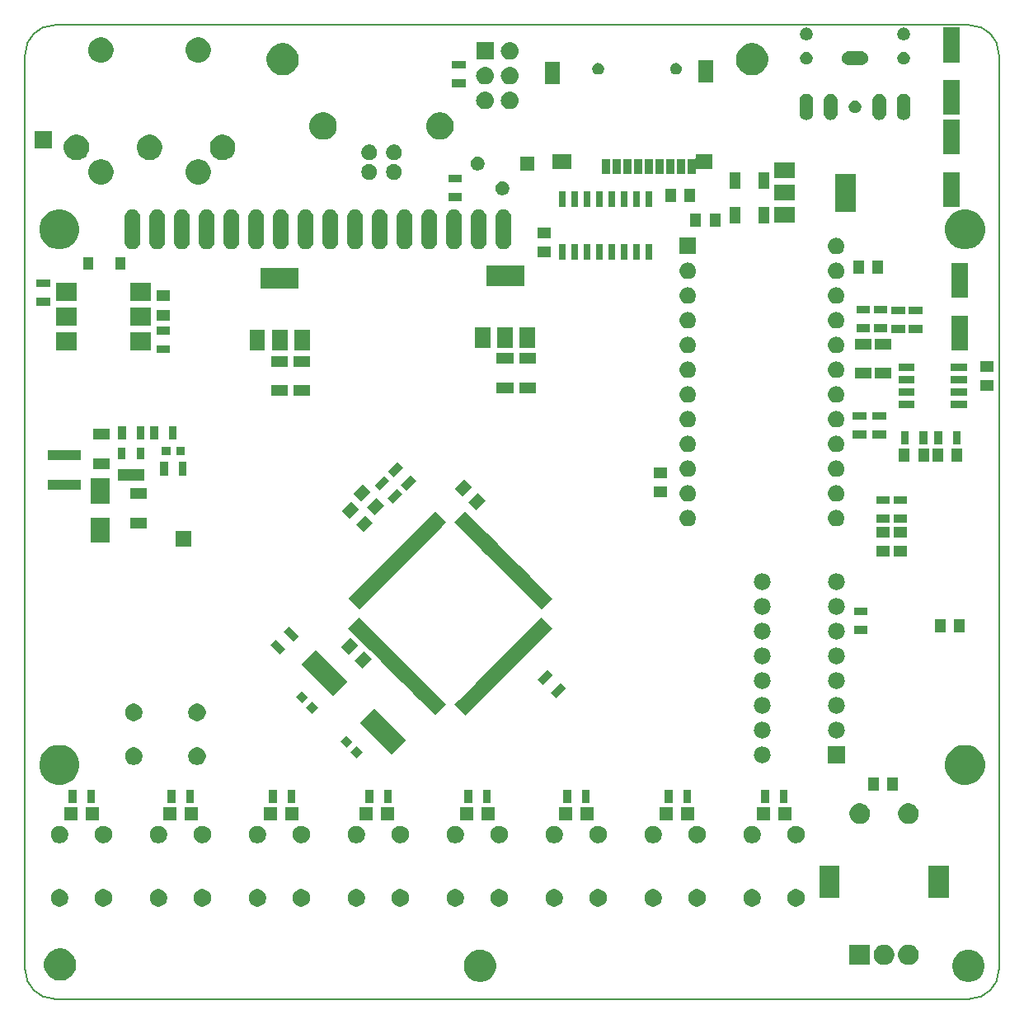
<source format=gbr>
%TF.GenerationSoftware,KiCad,Pcbnew,(5.0.2)-1*%
%TF.CreationDate,2019-07-24T10:45:56-07:00*%
%TF.ProjectId,YM2612_MIDI_SMD,594d3236-3132-45f4-9d49-44495f534d44,rev?*%
%TF.SameCoordinates,Original*%
%TF.FileFunction,Soldermask,Top*%
%TF.FilePolarity,Negative*%
%FSLAX46Y46*%
G04 Gerber Fmt 4.6, Leading zero omitted, Abs format (unit mm)*
G04 Created by KiCad (PCBNEW (5.0.2)-1) date 7/24/2019 10:45:56 AM*
%MOMM*%
%LPD*%
G01*
G04 APERTURE LIST*
%ADD10C,0.150000*%
%ADD11C,0.100000*%
G04 APERTURE END LIST*
D10*
X270000000Y-45000000D02*
X176000000Y-45000000D01*
X273000000Y-142000000D02*
X273000000Y-48000000D01*
X176000000Y-145000000D02*
X270000000Y-145000000D01*
X173000000Y-48000000D02*
X173000000Y-142000000D01*
X270000000Y-45000000D02*
G75*
G02X273000000Y-48000000I0J-3000000D01*
G01*
X273000000Y-142000000D02*
G75*
G02X270000000Y-145000000I-3000000J0D01*
G01*
X176000000Y-145000000D02*
G75*
G02X173000000Y-142000000I0J3000000D01*
G01*
X173000000Y-48000000D02*
G75*
G02X176000000Y-45000000I3000000J0D01*
G01*
D11*
G36*
X270250256Y-139996298D02*
X270356579Y-140017447D01*
X270657042Y-140141903D01*
X270923852Y-140320180D01*
X270927454Y-140322587D01*
X271157413Y-140552546D01*
X271157415Y-140552549D01*
X271301753Y-140768565D01*
X271338098Y-140822960D01*
X271462553Y-141123422D01*
X271526000Y-141442389D01*
X271526000Y-141767611D01*
X271462553Y-142086578D01*
X271338098Y-142387040D01*
X271157413Y-142657454D01*
X270927454Y-142887413D01*
X270927451Y-142887415D01*
X270657042Y-143068097D01*
X270356579Y-143192553D01*
X270250256Y-143213702D01*
X270037611Y-143256000D01*
X269712389Y-143256000D01*
X269499744Y-143213702D01*
X269393421Y-143192553D01*
X269092958Y-143068097D01*
X268822549Y-142887415D01*
X268822546Y-142887413D01*
X268592587Y-142657454D01*
X268411902Y-142387040D01*
X268287447Y-142086578D01*
X268224000Y-141767611D01*
X268224000Y-141442389D01*
X268287447Y-141123422D01*
X268411902Y-140822960D01*
X268448248Y-140768565D01*
X268592585Y-140552549D01*
X268592587Y-140552546D01*
X268822546Y-140322587D01*
X268826148Y-140320180D01*
X269092958Y-140141903D01*
X269393421Y-140017447D01*
X269499744Y-139996298D01*
X269712389Y-139954000D01*
X270037611Y-139954000D01*
X270250256Y-139996298D01*
X270250256Y-139996298D01*
G37*
G36*
X220085256Y-139996298D02*
X220191579Y-140017447D01*
X220492042Y-140141903D01*
X220758852Y-140320180D01*
X220762454Y-140322587D01*
X220992413Y-140552546D01*
X220992415Y-140552549D01*
X221136753Y-140768565D01*
X221173098Y-140822960D01*
X221297553Y-141123422D01*
X221361000Y-141442389D01*
X221361000Y-141767611D01*
X221297553Y-142086578D01*
X221173098Y-142387040D01*
X220992413Y-142657454D01*
X220762454Y-142887413D01*
X220762451Y-142887415D01*
X220492042Y-143068097D01*
X220191579Y-143192553D01*
X220085256Y-143213702D01*
X219872611Y-143256000D01*
X219547389Y-143256000D01*
X219334744Y-143213702D01*
X219228421Y-143192553D01*
X218927958Y-143068097D01*
X218657549Y-142887415D01*
X218657546Y-142887413D01*
X218427587Y-142657454D01*
X218246902Y-142387040D01*
X218122447Y-142086578D01*
X218059000Y-141767611D01*
X218059000Y-141442389D01*
X218122447Y-141123422D01*
X218246902Y-140822960D01*
X218283248Y-140768565D01*
X218427585Y-140552549D01*
X218427587Y-140552546D01*
X218657546Y-140322587D01*
X218661148Y-140320180D01*
X218927958Y-140141903D01*
X219228421Y-140017447D01*
X219334744Y-139996298D01*
X219547389Y-139954000D01*
X219872611Y-139954000D01*
X220085256Y-139996298D01*
X220085256Y-139996298D01*
G37*
G36*
X176969256Y-139869298D02*
X177075579Y-139890447D01*
X177376042Y-140014903D01*
X177379849Y-140017447D01*
X177646454Y-140195587D01*
X177876413Y-140425546D01*
X177876415Y-140425549D01*
X178057097Y-140695958D01*
X178166399Y-140959835D01*
X178181553Y-140996422D01*
X178245000Y-141315389D01*
X178245000Y-141640611D01*
X178181553Y-141959578D01*
X178057098Y-142260040D01*
X177876413Y-142530454D01*
X177646454Y-142760413D01*
X177646451Y-142760415D01*
X177376042Y-142941097D01*
X177075579Y-143065553D01*
X177062789Y-143068097D01*
X176756611Y-143129000D01*
X176431389Y-143129000D01*
X176125211Y-143068097D01*
X176112421Y-143065553D01*
X175811958Y-142941097D01*
X175541549Y-142760415D01*
X175541546Y-142760413D01*
X175311587Y-142530454D01*
X175130902Y-142260040D01*
X175006447Y-141959578D01*
X174943000Y-141640611D01*
X174943000Y-141315389D01*
X175006447Y-140996422D01*
X175021602Y-140959835D01*
X175130903Y-140695958D01*
X175311585Y-140425549D01*
X175311587Y-140425546D01*
X175541546Y-140195587D01*
X175808151Y-140017447D01*
X175811958Y-140014903D01*
X176112421Y-139890447D01*
X176218744Y-139869298D01*
X176431389Y-139827000D01*
X176756611Y-139827000D01*
X176969256Y-139869298D01*
X176969256Y-139869298D01*
G37*
G36*
X259750000Y-141513000D02*
X257648000Y-141513000D01*
X257648000Y-139411000D01*
X259750000Y-139411000D01*
X259750000Y-141513000D01*
X259750000Y-141513000D01*
G37*
G36*
X264005565Y-139451389D02*
X264196834Y-139530615D01*
X264368976Y-139645637D01*
X264515363Y-139792024D01*
X264630385Y-139964166D01*
X264709611Y-140155435D01*
X264750000Y-140358484D01*
X264750000Y-140565516D01*
X264709611Y-140768565D01*
X264630385Y-140959834D01*
X264515363Y-141131976D01*
X264368976Y-141278363D01*
X264196834Y-141393385D01*
X264005565Y-141472611D01*
X263802516Y-141513000D01*
X263595484Y-141513000D01*
X263392435Y-141472611D01*
X263201166Y-141393385D01*
X263029024Y-141278363D01*
X262882637Y-141131976D01*
X262767615Y-140959834D01*
X262688389Y-140768565D01*
X262648000Y-140565516D01*
X262648000Y-140358484D01*
X262688389Y-140155435D01*
X262767615Y-139964166D01*
X262882637Y-139792024D01*
X263029024Y-139645637D01*
X263201166Y-139530615D01*
X263392435Y-139451389D01*
X263595484Y-139411000D01*
X263802516Y-139411000D01*
X264005565Y-139451389D01*
X264005565Y-139451389D01*
G37*
G36*
X261505565Y-139451389D02*
X261696834Y-139530615D01*
X261868976Y-139645637D01*
X262015363Y-139792024D01*
X262130385Y-139964166D01*
X262209611Y-140155435D01*
X262250000Y-140358484D01*
X262250000Y-140565516D01*
X262209611Y-140768565D01*
X262130385Y-140959834D01*
X262015363Y-141131976D01*
X261868976Y-141278363D01*
X261696834Y-141393385D01*
X261505565Y-141472611D01*
X261302516Y-141513000D01*
X261095484Y-141513000D01*
X260892435Y-141472611D01*
X260701166Y-141393385D01*
X260529024Y-141278363D01*
X260382637Y-141131976D01*
X260267615Y-140959834D01*
X260188389Y-140768565D01*
X260148000Y-140565516D01*
X260148000Y-140358484D01*
X260188389Y-140155435D01*
X260267615Y-139964166D01*
X260382637Y-139792024D01*
X260529024Y-139645637D01*
X260701166Y-139530615D01*
X260892435Y-139451389D01*
X261095484Y-139411000D01*
X261302516Y-139411000D01*
X261505565Y-139451389D01*
X261505565Y-139451389D01*
G37*
G36*
X217432812Y-133753624D02*
X217596784Y-133821544D01*
X217744354Y-133920147D01*
X217869853Y-134045646D01*
X217968456Y-134193216D01*
X218036376Y-134357188D01*
X218071000Y-134531259D01*
X218071000Y-134708741D01*
X218036376Y-134882812D01*
X217968456Y-135046784D01*
X217869853Y-135194354D01*
X217744354Y-135319853D01*
X217596784Y-135418456D01*
X217432812Y-135486376D01*
X217258741Y-135521000D01*
X217081259Y-135521000D01*
X216907188Y-135486376D01*
X216743216Y-135418456D01*
X216595646Y-135319853D01*
X216470147Y-135194354D01*
X216371544Y-135046784D01*
X216303624Y-134882812D01*
X216269000Y-134708741D01*
X216269000Y-134531259D01*
X216303624Y-134357188D01*
X216371544Y-134193216D01*
X216470147Y-134045646D01*
X216595646Y-133920147D01*
X216743216Y-133821544D01*
X216907188Y-133753624D01*
X217081259Y-133719000D01*
X217258741Y-133719000D01*
X217432812Y-133753624D01*
X217432812Y-133753624D01*
G37*
G36*
X207272812Y-133753624D02*
X207436784Y-133821544D01*
X207584354Y-133920147D01*
X207709853Y-134045646D01*
X207808456Y-134193216D01*
X207876376Y-134357188D01*
X207911000Y-134531259D01*
X207911000Y-134708741D01*
X207876376Y-134882812D01*
X207808456Y-135046784D01*
X207709853Y-135194354D01*
X207584354Y-135319853D01*
X207436784Y-135418456D01*
X207272812Y-135486376D01*
X207098741Y-135521000D01*
X206921259Y-135521000D01*
X206747188Y-135486376D01*
X206583216Y-135418456D01*
X206435646Y-135319853D01*
X206310147Y-135194354D01*
X206211544Y-135046784D01*
X206143624Y-134882812D01*
X206109000Y-134708741D01*
X206109000Y-134531259D01*
X206143624Y-134357188D01*
X206211544Y-134193216D01*
X206310147Y-134045646D01*
X206435646Y-133920147D01*
X206583216Y-133821544D01*
X206747188Y-133753624D01*
X206921259Y-133719000D01*
X207098741Y-133719000D01*
X207272812Y-133753624D01*
X207272812Y-133753624D01*
G37*
G36*
X247912812Y-133753624D02*
X248076784Y-133821544D01*
X248224354Y-133920147D01*
X248349853Y-134045646D01*
X248448456Y-134193216D01*
X248516376Y-134357188D01*
X248551000Y-134531259D01*
X248551000Y-134708741D01*
X248516376Y-134882812D01*
X248448456Y-135046784D01*
X248349853Y-135194354D01*
X248224354Y-135319853D01*
X248076784Y-135418456D01*
X247912812Y-135486376D01*
X247738741Y-135521000D01*
X247561259Y-135521000D01*
X247387188Y-135486376D01*
X247223216Y-135418456D01*
X247075646Y-135319853D01*
X246950147Y-135194354D01*
X246851544Y-135046784D01*
X246783624Y-134882812D01*
X246749000Y-134708741D01*
X246749000Y-134531259D01*
X246783624Y-134357188D01*
X246851544Y-134193216D01*
X246950147Y-134045646D01*
X247075646Y-133920147D01*
X247223216Y-133821544D01*
X247387188Y-133753624D01*
X247561259Y-133719000D01*
X247738741Y-133719000D01*
X247912812Y-133753624D01*
X247912812Y-133753624D01*
G37*
G36*
X252412812Y-133753624D02*
X252576784Y-133821544D01*
X252724354Y-133920147D01*
X252849853Y-134045646D01*
X252948456Y-134193216D01*
X253016376Y-134357188D01*
X253051000Y-134531259D01*
X253051000Y-134708741D01*
X253016376Y-134882812D01*
X252948456Y-135046784D01*
X252849853Y-135194354D01*
X252724354Y-135319853D01*
X252576784Y-135418456D01*
X252412812Y-135486376D01*
X252238741Y-135521000D01*
X252061259Y-135521000D01*
X251887188Y-135486376D01*
X251723216Y-135418456D01*
X251575646Y-135319853D01*
X251450147Y-135194354D01*
X251351544Y-135046784D01*
X251283624Y-134882812D01*
X251249000Y-134708741D01*
X251249000Y-134531259D01*
X251283624Y-134357188D01*
X251351544Y-134193216D01*
X251450147Y-134045646D01*
X251575646Y-133920147D01*
X251723216Y-133821544D01*
X251887188Y-133753624D01*
X252061259Y-133719000D01*
X252238741Y-133719000D01*
X252412812Y-133753624D01*
X252412812Y-133753624D01*
G37*
G36*
X176792812Y-133753624D02*
X176956784Y-133821544D01*
X177104354Y-133920147D01*
X177229853Y-134045646D01*
X177328456Y-134193216D01*
X177396376Y-134357188D01*
X177431000Y-134531259D01*
X177431000Y-134708741D01*
X177396376Y-134882812D01*
X177328456Y-135046784D01*
X177229853Y-135194354D01*
X177104354Y-135319853D01*
X176956784Y-135418456D01*
X176792812Y-135486376D01*
X176618741Y-135521000D01*
X176441259Y-135521000D01*
X176267188Y-135486376D01*
X176103216Y-135418456D01*
X175955646Y-135319853D01*
X175830147Y-135194354D01*
X175731544Y-135046784D01*
X175663624Y-134882812D01*
X175629000Y-134708741D01*
X175629000Y-134531259D01*
X175663624Y-134357188D01*
X175731544Y-134193216D01*
X175830147Y-134045646D01*
X175955646Y-133920147D01*
X176103216Y-133821544D01*
X176267188Y-133753624D01*
X176441259Y-133719000D01*
X176618741Y-133719000D01*
X176792812Y-133753624D01*
X176792812Y-133753624D01*
G37*
G36*
X181292812Y-133753624D02*
X181456784Y-133821544D01*
X181604354Y-133920147D01*
X181729853Y-134045646D01*
X181828456Y-134193216D01*
X181896376Y-134357188D01*
X181931000Y-134531259D01*
X181931000Y-134708741D01*
X181896376Y-134882812D01*
X181828456Y-135046784D01*
X181729853Y-135194354D01*
X181604354Y-135319853D01*
X181456784Y-135418456D01*
X181292812Y-135486376D01*
X181118741Y-135521000D01*
X180941259Y-135521000D01*
X180767188Y-135486376D01*
X180603216Y-135418456D01*
X180455646Y-135319853D01*
X180330147Y-135194354D01*
X180231544Y-135046784D01*
X180163624Y-134882812D01*
X180129000Y-134708741D01*
X180129000Y-134531259D01*
X180163624Y-134357188D01*
X180231544Y-134193216D01*
X180330147Y-134045646D01*
X180455646Y-133920147D01*
X180603216Y-133821544D01*
X180767188Y-133753624D01*
X180941259Y-133719000D01*
X181118741Y-133719000D01*
X181292812Y-133753624D01*
X181292812Y-133753624D01*
G37*
G36*
X201612812Y-133753624D02*
X201776784Y-133821544D01*
X201924354Y-133920147D01*
X202049853Y-134045646D01*
X202148456Y-134193216D01*
X202216376Y-134357188D01*
X202251000Y-134531259D01*
X202251000Y-134708741D01*
X202216376Y-134882812D01*
X202148456Y-135046784D01*
X202049853Y-135194354D01*
X201924354Y-135319853D01*
X201776784Y-135418456D01*
X201612812Y-135486376D01*
X201438741Y-135521000D01*
X201261259Y-135521000D01*
X201087188Y-135486376D01*
X200923216Y-135418456D01*
X200775646Y-135319853D01*
X200650147Y-135194354D01*
X200551544Y-135046784D01*
X200483624Y-134882812D01*
X200449000Y-134708741D01*
X200449000Y-134531259D01*
X200483624Y-134357188D01*
X200551544Y-134193216D01*
X200650147Y-134045646D01*
X200775646Y-133920147D01*
X200923216Y-133821544D01*
X201087188Y-133753624D01*
X201261259Y-133719000D01*
X201438741Y-133719000D01*
X201612812Y-133753624D01*
X201612812Y-133753624D01*
G37*
G36*
X221932812Y-133753624D02*
X222096784Y-133821544D01*
X222244354Y-133920147D01*
X222369853Y-134045646D01*
X222468456Y-134193216D01*
X222536376Y-134357188D01*
X222571000Y-134531259D01*
X222571000Y-134708741D01*
X222536376Y-134882812D01*
X222468456Y-135046784D01*
X222369853Y-135194354D01*
X222244354Y-135319853D01*
X222096784Y-135418456D01*
X221932812Y-135486376D01*
X221758741Y-135521000D01*
X221581259Y-135521000D01*
X221407188Y-135486376D01*
X221243216Y-135418456D01*
X221095646Y-135319853D01*
X220970147Y-135194354D01*
X220871544Y-135046784D01*
X220803624Y-134882812D01*
X220769000Y-134708741D01*
X220769000Y-134531259D01*
X220803624Y-134357188D01*
X220871544Y-134193216D01*
X220970147Y-134045646D01*
X221095646Y-133920147D01*
X221243216Y-133821544D01*
X221407188Y-133753624D01*
X221581259Y-133719000D01*
X221758741Y-133719000D01*
X221932812Y-133753624D01*
X221932812Y-133753624D01*
G37*
G36*
X186952812Y-133753624D02*
X187116784Y-133821544D01*
X187264354Y-133920147D01*
X187389853Y-134045646D01*
X187488456Y-134193216D01*
X187556376Y-134357188D01*
X187591000Y-134531259D01*
X187591000Y-134708741D01*
X187556376Y-134882812D01*
X187488456Y-135046784D01*
X187389853Y-135194354D01*
X187264354Y-135319853D01*
X187116784Y-135418456D01*
X186952812Y-135486376D01*
X186778741Y-135521000D01*
X186601259Y-135521000D01*
X186427188Y-135486376D01*
X186263216Y-135418456D01*
X186115646Y-135319853D01*
X185990147Y-135194354D01*
X185891544Y-135046784D01*
X185823624Y-134882812D01*
X185789000Y-134708741D01*
X185789000Y-134531259D01*
X185823624Y-134357188D01*
X185891544Y-134193216D01*
X185990147Y-134045646D01*
X186115646Y-133920147D01*
X186263216Y-133821544D01*
X186427188Y-133753624D01*
X186601259Y-133719000D01*
X186778741Y-133719000D01*
X186952812Y-133753624D01*
X186952812Y-133753624D01*
G37*
G36*
X227592812Y-133753624D02*
X227756784Y-133821544D01*
X227904354Y-133920147D01*
X228029853Y-134045646D01*
X228128456Y-134193216D01*
X228196376Y-134357188D01*
X228231000Y-134531259D01*
X228231000Y-134708741D01*
X228196376Y-134882812D01*
X228128456Y-135046784D01*
X228029853Y-135194354D01*
X227904354Y-135319853D01*
X227756784Y-135418456D01*
X227592812Y-135486376D01*
X227418741Y-135521000D01*
X227241259Y-135521000D01*
X227067188Y-135486376D01*
X226903216Y-135418456D01*
X226755646Y-135319853D01*
X226630147Y-135194354D01*
X226531544Y-135046784D01*
X226463624Y-134882812D01*
X226429000Y-134708741D01*
X226429000Y-134531259D01*
X226463624Y-134357188D01*
X226531544Y-134193216D01*
X226630147Y-134045646D01*
X226755646Y-133920147D01*
X226903216Y-133821544D01*
X227067188Y-133753624D01*
X227241259Y-133719000D01*
X227418741Y-133719000D01*
X227592812Y-133753624D01*
X227592812Y-133753624D01*
G37*
G36*
X232092812Y-133753624D02*
X232256784Y-133821544D01*
X232404354Y-133920147D01*
X232529853Y-134045646D01*
X232628456Y-134193216D01*
X232696376Y-134357188D01*
X232731000Y-134531259D01*
X232731000Y-134708741D01*
X232696376Y-134882812D01*
X232628456Y-135046784D01*
X232529853Y-135194354D01*
X232404354Y-135319853D01*
X232256784Y-135418456D01*
X232092812Y-135486376D01*
X231918741Y-135521000D01*
X231741259Y-135521000D01*
X231567188Y-135486376D01*
X231403216Y-135418456D01*
X231255646Y-135319853D01*
X231130147Y-135194354D01*
X231031544Y-135046784D01*
X230963624Y-134882812D01*
X230929000Y-134708741D01*
X230929000Y-134531259D01*
X230963624Y-134357188D01*
X231031544Y-134193216D01*
X231130147Y-134045646D01*
X231255646Y-133920147D01*
X231403216Y-133821544D01*
X231567188Y-133753624D01*
X231741259Y-133719000D01*
X231918741Y-133719000D01*
X232092812Y-133753624D01*
X232092812Y-133753624D01*
G37*
G36*
X197112812Y-133753624D02*
X197276784Y-133821544D01*
X197424354Y-133920147D01*
X197549853Y-134045646D01*
X197648456Y-134193216D01*
X197716376Y-134357188D01*
X197751000Y-134531259D01*
X197751000Y-134708741D01*
X197716376Y-134882812D01*
X197648456Y-135046784D01*
X197549853Y-135194354D01*
X197424354Y-135319853D01*
X197276784Y-135418456D01*
X197112812Y-135486376D01*
X196938741Y-135521000D01*
X196761259Y-135521000D01*
X196587188Y-135486376D01*
X196423216Y-135418456D01*
X196275646Y-135319853D01*
X196150147Y-135194354D01*
X196051544Y-135046784D01*
X195983624Y-134882812D01*
X195949000Y-134708741D01*
X195949000Y-134531259D01*
X195983624Y-134357188D01*
X196051544Y-134193216D01*
X196150147Y-134045646D01*
X196275646Y-133920147D01*
X196423216Y-133821544D01*
X196587188Y-133753624D01*
X196761259Y-133719000D01*
X196938741Y-133719000D01*
X197112812Y-133753624D01*
X197112812Y-133753624D01*
G37*
G36*
X242252812Y-133753624D02*
X242416784Y-133821544D01*
X242564354Y-133920147D01*
X242689853Y-134045646D01*
X242788456Y-134193216D01*
X242856376Y-134357188D01*
X242891000Y-134531259D01*
X242891000Y-134708741D01*
X242856376Y-134882812D01*
X242788456Y-135046784D01*
X242689853Y-135194354D01*
X242564354Y-135319853D01*
X242416784Y-135418456D01*
X242252812Y-135486376D01*
X242078741Y-135521000D01*
X241901259Y-135521000D01*
X241727188Y-135486376D01*
X241563216Y-135418456D01*
X241415646Y-135319853D01*
X241290147Y-135194354D01*
X241191544Y-135046784D01*
X241123624Y-134882812D01*
X241089000Y-134708741D01*
X241089000Y-134531259D01*
X241123624Y-134357188D01*
X241191544Y-134193216D01*
X241290147Y-134045646D01*
X241415646Y-133920147D01*
X241563216Y-133821544D01*
X241727188Y-133753624D01*
X241901259Y-133719000D01*
X242078741Y-133719000D01*
X242252812Y-133753624D01*
X242252812Y-133753624D01*
G37*
G36*
X237752812Y-133753624D02*
X237916784Y-133821544D01*
X238064354Y-133920147D01*
X238189853Y-134045646D01*
X238288456Y-134193216D01*
X238356376Y-134357188D01*
X238391000Y-134531259D01*
X238391000Y-134708741D01*
X238356376Y-134882812D01*
X238288456Y-135046784D01*
X238189853Y-135194354D01*
X238064354Y-135319853D01*
X237916784Y-135418456D01*
X237752812Y-135486376D01*
X237578741Y-135521000D01*
X237401259Y-135521000D01*
X237227188Y-135486376D01*
X237063216Y-135418456D01*
X236915646Y-135319853D01*
X236790147Y-135194354D01*
X236691544Y-135046784D01*
X236623624Y-134882812D01*
X236589000Y-134708741D01*
X236589000Y-134531259D01*
X236623624Y-134357188D01*
X236691544Y-134193216D01*
X236790147Y-134045646D01*
X236915646Y-133920147D01*
X237063216Y-133821544D01*
X237227188Y-133753624D01*
X237401259Y-133719000D01*
X237578741Y-133719000D01*
X237752812Y-133753624D01*
X237752812Y-133753624D01*
G37*
G36*
X211772812Y-133753624D02*
X211936784Y-133821544D01*
X212084354Y-133920147D01*
X212209853Y-134045646D01*
X212308456Y-134193216D01*
X212376376Y-134357188D01*
X212411000Y-134531259D01*
X212411000Y-134708741D01*
X212376376Y-134882812D01*
X212308456Y-135046784D01*
X212209853Y-135194354D01*
X212084354Y-135319853D01*
X211936784Y-135418456D01*
X211772812Y-135486376D01*
X211598741Y-135521000D01*
X211421259Y-135521000D01*
X211247188Y-135486376D01*
X211083216Y-135418456D01*
X210935646Y-135319853D01*
X210810147Y-135194354D01*
X210711544Y-135046784D01*
X210643624Y-134882812D01*
X210609000Y-134708741D01*
X210609000Y-134531259D01*
X210643624Y-134357188D01*
X210711544Y-134193216D01*
X210810147Y-134045646D01*
X210935646Y-133920147D01*
X211083216Y-133821544D01*
X211247188Y-133753624D01*
X211421259Y-133719000D01*
X211598741Y-133719000D01*
X211772812Y-133753624D01*
X211772812Y-133753624D01*
G37*
G36*
X191452812Y-133753624D02*
X191616784Y-133821544D01*
X191764354Y-133920147D01*
X191889853Y-134045646D01*
X191988456Y-134193216D01*
X192056376Y-134357188D01*
X192091000Y-134531259D01*
X192091000Y-134708741D01*
X192056376Y-134882812D01*
X191988456Y-135046784D01*
X191889853Y-135194354D01*
X191764354Y-135319853D01*
X191616784Y-135418456D01*
X191452812Y-135486376D01*
X191278741Y-135521000D01*
X191101259Y-135521000D01*
X190927188Y-135486376D01*
X190763216Y-135418456D01*
X190615646Y-135319853D01*
X190490147Y-135194354D01*
X190391544Y-135046784D01*
X190323624Y-134882812D01*
X190289000Y-134708741D01*
X190289000Y-134531259D01*
X190323624Y-134357188D01*
X190391544Y-134193216D01*
X190490147Y-134045646D01*
X190615646Y-133920147D01*
X190763216Y-133821544D01*
X190927188Y-133753624D01*
X191101259Y-133719000D01*
X191278741Y-133719000D01*
X191452812Y-133753624D01*
X191452812Y-133753624D01*
G37*
G36*
X267850000Y-134613000D02*
X265748000Y-134613000D01*
X265748000Y-131311000D01*
X267850000Y-131311000D01*
X267850000Y-134613000D01*
X267850000Y-134613000D01*
G37*
G36*
X256650000Y-134613000D02*
X254548000Y-134613000D01*
X254548000Y-131311000D01*
X256650000Y-131311000D01*
X256650000Y-134613000D01*
X256650000Y-134613000D01*
G37*
G36*
X217432812Y-127253624D02*
X217596784Y-127321544D01*
X217744354Y-127420147D01*
X217869853Y-127545646D01*
X217968456Y-127693216D01*
X218036376Y-127857188D01*
X218071000Y-128031259D01*
X218071000Y-128208741D01*
X218036376Y-128382812D01*
X217968456Y-128546784D01*
X217869853Y-128694354D01*
X217744354Y-128819853D01*
X217596784Y-128918456D01*
X217432812Y-128986376D01*
X217258741Y-129021000D01*
X217081259Y-129021000D01*
X216907188Y-128986376D01*
X216743216Y-128918456D01*
X216595646Y-128819853D01*
X216470147Y-128694354D01*
X216371544Y-128546784D01*
X216303624Y-128382812D01*
X216269000Y-128208741D01*
X216269000Y-128031259D01*
X216303624Y-127857188D01*
X216371544Y-127693216D01*
X216470147Y-127545646D01*
X216595646Y-127420147D01*
X216743216Y-127321544D01*
X216907188Y-127253624D01*
X217081259Y-127219000D01*
X217258741Y-127219000D01*
X217432812Y-127253624D01*
X217432812Y-127253624D01*
G37*
G36*
X211772812Y-127253624D02*
X211936784Y-127321544D01*
X212084354Y-127420147D01*
X212209853Y-127545646D01*
X212308456Y-127693216D01*
X212376376Y-127857188D01*
X212411000Y-128031259D01*
X212411000Y-128208741D01*
X212376376Y-128382812D01*
X212308456Y-128546784D01*
X212209853Y-128694354D01*
X212084354Y-128819853D01*
X211936784Y-128918456D01*
X211772812Y-128986376D01*
X211598741Y-129021000D01*
X211421259Y-129021000D01*
X211247188Y-128986376D01*
X211083216Y-128918456D01*
X210935646Y-128819853D01*
X210810147Y-128694354D01*
X210711544Y-128546784D01*
X210643624Y-128382812D01*
X210609000Y-128208741D01*
X210609000Y-128031259D01*
X210643624Y-127857188D01*
X210711544Y-127693216D01*
X210810147Y-127545646D01*
X210935646Y-127420147D01*
X211083216Y-127321544D01*
X211247188Y-127253624D01*
X211421259Y-127219000D01*
X211598741Y-127219000D01*
X211772812Y-127253624D01*
X211772812Y-127253624D01*
G37*
G36*
X237752812Y-127253624D02*
X237916784Y-127321544D01*
X238064354Y-127420147D01*
X238189853Y-127545646D01*
X238288456Y-127693216D01*
X238356376Y-127857188D01*
X238391000Y-128031259D01*
X238391000Y-128208741D01*
X238356376Y-128382812D01*
X238288456Y-128546784D01*
X238189853Y-128694354D01*
X238064354Y-128819853D01*
X237916784Y-128918456D01*
X237752812Y-128986376D01*
X237578741Y-129021000D01*
X237401259Y-129021000D01*
X237227188Y-128986376D01*
X237063216Y-128918456D01*
X236915646Y-128819853D01*
X236790147Y-128694354D01*
X236691544Y-128546784D01*
X236623624Y-128382812D01*
X236589000Y-128208741D01*
X236589000Y-128031259D01*
X236623624Y-127857188D01*
X236691544Y-127693216D01*
X236790147Y-127545646D01*
X236915646Y-127420147D01*
X237063216Y-127321544D01*
X237227188Y-127253624D01*
X237401259Y-127219000D01*
X237578741Y-127219000D01*
X237752812Y-127253624D01*
X237752812Y-127253624D01*
G37*
G36*
X242252812Y-127253624D02*
X242416784Y-127321544D01*
X242564354Y-127420147D01*
X242689853Y-127545646D01*
X242788456Y-127693216D01*
X242856376Y-127857188D01*
X242891000Y-128031259D01*
X242891000Y-128208741D01*
X242856376Y-128382812D01*
X242788456Y-128546784D01*
X242689853Y-128694354D01*
X242564354Y-128819853D01*
X242416784Y-128918456D01*
X242252812Y-128986376D01*
X242078741Y-129021000D01*
X241901259Y-129021000D01*
X241727188Y-128986376D01*
X241563216Y-128918456D01*
X241415646Y-128819853D01*
X241290147Y-128694354D01*
X241191544Y-128546784D01*
X241123624Y-128382812D01*
X241089000Y-128208741D01*
X241089000Y-128031259D01*
X241123624Y-127857188D01*
X241191544Y-127693216D01*
X241290147Y-127545646D01*
X241415646Y-127420147D01*
X241563216Y-127321544D01*
X241727188Y-127253624D01*
X241901259Y-127219000D01*
X242078741Y-127219000D01*
X242252812Y-127253624D01*
X242252812Y-127253624D01*
G37*
G36*
X201612812Y-127253624D02*
X201776784Y-127321544D01*
X201924354Y-127420147D01*
X202049853Y-127545646D01*
X202148456Y-127693216D01*
X202216376Y-127857188D01*
X202251000Y-128031259D01*
X202251000Y-128208741D01*
X202216376Y-128382812D01*
X202148456Y-128546784D01*
X202049853Y-128694354D01*
X201924354Y-128819853D01*
X201776784Y-128918456D01*
X201612812Y-128986376D01*
X201438741Y-129021000D01*
X201261259Y-129021000D01*
X201087188Y-128986376D01*
X200923216Y-128918456D01*
X200775646Y-128819853D01*
X200650147Y-128694354D01*
X200551544Y-128546784D01*
X200483624Y-128382812D01*
X200449000Y-128208741D01*
X200449000Y-128031259D01*
X200483624Y-127857188D01*
X200551544Y-127693216D01*
X200650147Y-127545646D01*
X200775646Y-127420147D01*
X200923216Y-127321544D01*
X201087188Y-127253624D01*
X201261259Y-127219000D01*
X201438741Y-127219000D01*
X201612812Y-127253624D01*
X201612812Y-127253624D01*
G37*
G36*
X252412812Y-127253624D02*
X252576784Y-127321544D01*
X252724354Y-127420147D01*
X252849853Y-127545646D01*
X252948456Y-127693216D01*
X253016376Y-127857188D01*
X253051000Y-128031259D01*
X253051000Y-128208741D01*
X253016376Y-128382812D01*
X252948456Y-128546784D01*
X252849853Y-128694354D01*
X252724354Y-128819853D01*
X252576784Y-128918456D01*
X252412812Y-128986376D01*
X252238741Y-129021000D01*
X252061259Y-129021000D01*
X251887188Y-128986376D01*
X251723216Y-128918456D01*
X251575646Y-128819853D01*
X251450147Y-128694354D01*
X251351544Y-128546784D01*
X251283624Y-128382812D01*
X251249000Y-128208741D01*
X251249000Y-128031259D01*
X251283624Y-127857188D01*
X251351544Y-127693216D01*
X251450147Y-127545646D01*
X251575646Y-127420147D01*
X251723216Y-127321544D01*
X251887188Y-127253624D01*
X252061259Y-127219000D01*
X252238741Y-127219000D01*
X252412812Y-127253624D01*
X252412812Y-127253624D01*
G37*
G36*
X197112812Y-127253624D02*
X197276784Y-127321544D01*
X197424354Y-127420147D01*
X197549853Y-127545646D01*
X197648456Y-127693216D01*
X197716376Y-127857188D01*
X197751000Y-128031259D01*
X197751000Y-128208741D01*
X197716376Y-128382812D01*
X197648456Y-128546784D01*
X197549853Y-128694354D01*
X197424354Y-128819853D01*
X197276784Y-128918456D01*
X197112812Y-128986376D01*
X196938741Y-129021000D01*
X196761259Y-129021000D01*
X196587188Y-128986376D01*
X196423216Y-128918456D01*
X196275646Y-128819853D01*
X196150147Y-128694354D01*
X196051544Y-128546784D01*
X195983624Y-128382812D01*
X195949000Y-128208741D01*
X195949000Y-128031259D01*
X195983624Y-127857188D01*
X196051544Y-127693216D01*
X196150147Y-127545646D01*
X196275646Y-127420147D01*
X196423216Y-127321544D01*
X196587188Y-127253624D01*
X196761259Y-127219000D01*
X196938741Y-127219000D01*
X197112812Y-127253624D01*
X197112812Y-127253624D01*
G37*
G36*
X247912812Y-127253624D02*
X248076784Y-127321544D01*
X248224354Y-127420147D01*
X248349853Y-127545646D01*
X248448456Y-127693216D01*
X248516376Y-127857188D01*
X248551000Y-128031259D01*
X248551000Y-128208741D01*
X248516376Y-128382812D01*
X248448456Y-128546784D01*
X248349853Y-128694354D01*
X248224354Y-128819853D01*
X248076784Y-128918456D01*
X247912812Y-128986376D01*
X247738741Y-129021000D01*
X247561259Y-129021000D01*
X247387188Y-128986376D01*
X247223216Y-128918456D01*
X247075646Y-128819853D01*
X246950147Y-128694354D01*
X246851544Y-128546784D01*
X246783624Y-128382812D01*
X246749000Y-128208741D01*
X246749000Y-128031259D01*
X246783624Y-127857188D01*
X246851544Y-127693216D01*
X246950147Y-127545646D01*
X247075646Y-127420147D01*
X247223216Y-127321544D01*
X247387188Y-127253624D01*
X247561259Y-127219000D01*
X247738741Y-127219000D01*
X247912812Y-127253624D01*
X247912812Y-127253624D01*
G37*
G36*
X227592812Y-127253624D02*
X227756784Y-127321544D01*
X227904354Y-127420147D01*
X228029853Y-127545646D01*
X228128456Y-127693216D01*
X228196376Y-127857188D01*
X228231000Y-128031259D01*
X228231000Y-128208741D01*
X228196376Y-128382812D01*
X228128456Y-128546784D01*
X228029853Y-128694354D01*
X227904354Y-128819853D01*
X227756784Y-128918456D01*
X227592812Y-128986376D01*
X227418741Y-129021000D01*
X227241259Y-129021000D01*
X227067188Y-128986376D01*
X226903216Y-128918456D01*
X226755646Y-128819853D01*
X226630147Y-128694354D01*
X226531544Y-128546784D01*
X226463624Y-128382812D01*
X226429000Y-128208741D01*
X226429000Y-128031259D01*
X226463624Y-127857188D01*
X226531544Y-127693216D01*
X226630147Y-127545646D01*
X226755646Y-127420147D01*
X226903216Y-127321544D01*
X227067188Y-127253624D01*
X227241259Y-127219000D01*
X227418741Y-127219000D01*
X227592812Y-127253624D01*
X227592812Y-127253624D01*
G37*
G36*
X186952812Y-127253624D02*
X187116784Y-127321544D01*
X187264354Y-127420147D01*
X187389853Y-127545646D01*
X187488456Y-127693216D01*
X187556376Y-127857188D01*
X187591000Y-128031259D01*
X187591000Y-128208741D01*
X187556376Y-128382812D01*
X187488456Y-128546784D01*
X187389853Y-128694354D01*
X187264354Y-128819853D01*
X187116784Y-128918456D01*
X186952812Y-128986376D01*
X186778741Y-129021000D01*
X186601259Y-129021000D01*
X186427188Y-128986376D01*
X186263216Y-128918456D01*
X186115646Y-128819853D01*
X185990147Y-128694354D01*
X185891544Y-128546784D01*
X185823624Y-128382812D01*
X185789000Y-128208741D01*
X185789000Y-128031259D01*
X185823624Y-127857188D01*
X185891544Y-127693216D01*
X185990147Y-127545646D01*
X186115646Y-127420147D01*
X186263216Y-127321544D01*
X186427188Y-127253624D01*
X186601259Y-127219000D01*
X186778741Y-127219000D01*
X186952812Y-127253624D01*
X186952812Y-127253624D01*
G37*
G36*
X207272812Y-127253624D02*
X207436784Y-127321544D01*
X207584354Y-127420147D01*
X207709853Y-127545646D01*
X207808456Y-127693216D01*
X207876376Y-127857188D01*
X207911000Y-128031259D01*
X207911000Y-128208741D01*
X207876376Y-128382812D01*
X207808456Y-128546784D01*
X207709853Y-128694354D01*
X207584354Y-128819853D01*
X207436784Y-128918456D01*
X207272812Y-128986376D01*
X207098741Y-129021000D01*
X206921259Y-129021000D01*
X206747188Y-128986376D01*
X206583216Y-128918456D01*
X206435646Y-128819853D01*
X206310147Y-128694354D01*
X206211544Y-128546784D01*
X206143624Y-128382812D01*
X206109000Y-128208741D01*
X206109000Y-128031259D01*
X206143624Y-127857188D01*
X206211544Y-127693216D01*
X206310147Y-127545646D01*
X206435646Y-127420147D01*
X206583216Y-127321544D01*
X206747188Y-127253624D01*
X206921259Y-127219000D01*
X207098741Y-127219000D01*
X207272812Y-127253624D01*
X207272812Y-127253624D01*
G37*
G36*
X221932812Y-127253624D02*
X222096784Y-127321544D01*
X222244354Y-127420147D01*
X222369853Y-127545646D01*
X222468456Y-127693216D01*
X222536376Y-127857188D01*
X222571000Y-128031259D01*
X222571000Y-128208741D01*
X222536376Y-128382812D01*
X222468456Y-128546784D01*
X222369853Y-128694354D01*
X222244354Y-128819853D01*
X222096784Y-128918456D01*
X221932812Y-128986376D01*
X221758741Y-129021000D01*
X221581259Y-129021000D01*
X221407188Y-128986376D01*
X221243216Y-128918456D01*
X221095646Y-128819853D01*
X220970147Y-128694354D01*
X220871544Y-128546784D01*
X220803624Y-128382812D01*
X220769000Y-128208741D01*
X220769000Y-128031259D01*
X220803624Y-127857188D01*
X220871544Y-127693216D01*
X220970147Y-127545646D01*
X221095646Y-127420147D01*
X221243216Y-127321544D01*
X221407188Y-127253624D01*
X221581259Y-127219000D01*
X221758741Y-127219000D01*
X221932812Y-127253624D01*
X221932812Y-127253624D01*
G37*
G36*
X191452812Y-127253624D02*
X191616784Y-127321544D01*
X191764354Y-127420147D01*
X191889853Y-127545646D01*
X191988456Y-127693216D01*
X192056376Y-127857188D01*
X192091000Y-128031259D01*
X192091000Y-128208741D01*
X192056376Y-128382812D01*
X191988456Y-128546784D01*
X191889853Y-128694354D01*
X191764354Y-128819853D01*
X191616784Y-128918456D01*
X191452812Y-128986376D01*
X191278741Y-129021000D01*
X191101259Y-129021000D01*
X190927188Y-128986376D01*
X190763216Y-128918456D01*
X190615646Y-128819853D01*
X190490147Y-128694354D01*
X190391544Y-128546784D01*
X190323624Y-128382812D01*
X190289000Y-128208741D01*
X190289000Y-128031259D01*
X190323624Y-127857188D01*
X190391544Y-127693216D01*
X190490147Y-127545646D01*
X190615646Y-127420147D01*
X190763216Y-127321544D01*
X190927188Y-127253624D01*
X191101259Y-127219000D01*
X191278741Y-127219000D01*
X191452812Y-127253624D01*
X191452812Y-127253624D01*
G37*
G36*
X181292812Y-127253624D02*
X181456784Y-127321544D01*
X181604354Y-127420147D01*
X181729853Y-127545646D01*
X181828456Y-127693216D01*
X181896376Y-127857188D01*
X181931000Y-128031259D01*
X181931000Y-128208741D01*
X181896376Y-128382812D01*
X181828456Y-128546784D01*
X181729853Y-128694354D01*
X181604354Y-128819853D01*
X181456784Y-128918456D01*
X181292812Y-128986376D01*
X181118741Y-129021000D01*
X180941259Y-129021000D01*
X180767188Y-128986376D01*
X180603216Y-128918456D01*
X180455646Y-128819853D01*
X180330147Y-128694354D01*
X180231544Y-128546784D01*
X180163624Y-128382812D01*
X180129000Y-128208741D01*
X180129000Y-128031259D01*
X180163624Y-127857188D01*
X180231544Y-127693216D01*
X180330147Y-127545646D01*
X180455646Y-127420147D01*
X180603216Y-127321544D01*
X180767188Y-127253624D01*
X180941259Y-127219000D01*
X181118741Y-127219000D01*
X181292812Y-127253624D01*
X181292812Y-127253624D01*
G37*
G36*
X176792812Y-127253624D02*
X176956784Y-127321544D01*
X177104354Y-127420147D01*
X177229853Y-127545646D01*
X177328456Y-127693216D01*
X177396376Y-127857188D01*
X177431000Y-128031259D01*
X177431000Y-128208741D01*
X177396376Y-128382812D01*
X177328456Y-128546784D01*
X177229853Y-128694354D01*
X177104354Y-128819853D01*
X176956784Y-128918456D01*
X176792812Y-128986376D01*
X176618741Y-129021000D01*
X176441259Y-129021000D01*
X176267188Y-128986376D01*
X176103216Y-128918456D01*
X175955646Y-128819853D01*
X175830147Y-128694354D01*
X175731544Y-128546784D01*
X175663624Y-128382812D01*
X175629000Y-128208741D01*
X175629000Y-128031259D01*
X175663624Y-127857188D01*
X175731544Y-127693216D01*
X175830147Y-127545646D01*
X175955646Y-127420147D01*
X176103216Y-127321544D01*
X176267188Y-127253624D01*
X176441259Y-127219000D01*
X176618741Y-127219000D01*
X176792812Y-127253624D01*
X176792812Y-127253624D01*
G37*
G36*
X232092812Y-127253624D02*
X232256784Y-127321544D01*
X232404354Y-127420147D01*
X232529853Y-127545646D01*
X232628456Y-127693216D01*
X232696376Y-127857188D01*
X232731000Y-128031259D01*
X232731000Y-128208741D01*
X232696376Y-128382812D01*
X232628456Y-128546784D01*
X232529853Y-128694354D01*
X232404354Y-128819853D01*
X232256784Y-128918456D01*
X232092812Y-128986376D01*
X231918741Y-129021000D01*
X231741259Y-129021000D01*
X231567188Y-128986376D01*
X231403216Y-128918456D01*
X231255646Y-128819853D01*
X231130147Y-128694354D01*
X231031544Y-128546784D01*
X230963624Y-128382812D01*
X230929000Y-128208741D01*
X230929000Y-128031259D01*
X230963624Y-127857188D01*
X231031544Y-127693216D01*
X231130147Y-127545646D01*
X231255646Y-127420147D01*
X231403216Y-127321544D01*
X231567188Y-127253624D01*
X231741259Y-127219000D01*
X231918741Y-127219000D01*
X232092812Y-127253624D01*
X232092812Y-127253624D01*
G37*
G36*
X259005565Y-124951389D02*
X259196834Y-125030615D01*
X259368976Y-125145637D01*
X259515363Y-125292024D01*
X259630385Y-125464166D01*
X259709611Y-125655435D01*
X259750000Y-125858484D01*
X259750000Y-126065516D01*
X259709611Y-126268565D01*
X259630385Y-126459834D01*
X259515363Y-126631976D01*
X259368976Y-126778363D01*
X259196834Y-126893385D01*
X259005565Y-126972611D01*
X258802516Y-127013000D01*
X258595484Y-127013000D01*
X258392435Y-126972611D01*
X258201166Y-126893385D01*
X258029024Y-126778363D01*
X257882637Y-126631976D01*
X257767615Y-126459834D01*
X257688389Y-126268565D01*
X257648000Y-126065516D01*
X257648000Y-125858484D01*
X257688389Y-125655435D01*
X257767615Y-125464166D01*
X257882637Y-125292024D01*
X258029024Y-125145637D01*
X258201166Y-125030615D01*
X258392435Y-124951389D01*
X258595484Y-124911000D01*
X258802516Y-124911000D01*
X259005565Y-124951389D01*
X259005565Y-124951389D01*
G37*
G36*
X264005565Y-124951389D02*
X264196834Y-125030615D01*
X264368976Y-125145637D01*
X264515363Y-125292024D01*
X264630385Y-125464166D01*
X264709611Y-125655435D01*
X264750000Y-125858484D01*
X264750000Y-126065516D01*
X264709611Y-126268565D01*
X264630385Y-126459834D01*
X264515363Y-126631976D01*
X264368976Y-126778363D01*
X264196834Y-126893385D01*
X264005565Y-126972611D01*
X263802516Y-127013000D01*
X263595484Y-127013000D01*
X263392435Y-126972611D01*
X263201166Y-126893385D01*
X263029024Y-126778363D01*
X262882637Y-126631976D01*
X262767615Y-126459834D01*
X262688389Y-126268565D01*
X262648000Y-126065516D01*
X262648000Y-125858484D01*
X262688389Y-125655435D01*
X262767615Y-125464166D01*
X262882637Y-125292024D01*
X263029024Y-125145637D01*
X263201166Y-125030615D01*
X263392435Y-124951389D01*
X263595484Y-124911000D01*
X263802516Y-124911000D01*
X264005565Y-124951389D01*
X264005565Y-124951389D01*
G37*
G36*
X251687000Y-126635000D02*
X250385000Y-126635000D01*
X250385000Y-125333000D01*
X251687000Y-125333000D01*
X251687000Y-126635000D01*
X251687000Y-126635000D01*
G37*
G36*
X178367000Y-126635000D02*
X177065000Y-126635000D01*
X177065000Y-125333000D01*
X178367000Y-125333000D01*
X178367000Y-126635000D01*
X178367000Y-126635000D01*
G37*
G36*
X180567000Y-126635000D02*
X179265000Y-126635000D01*
X179265000Y-125333000D01*
X180567000Y-125333000D01*
X180567000Y-126635000D01*
X180567000Y-126635000D01*
G37*
G36*
X188527000Y-126635000D02*
X187225000Y-126635000D01*
X187225000Y-125333000D01*
X188527000Y-125333000D01*
X188527000Y-126635000D01*
X188527000Y-126635000D01*
G37*
G36*
X190727000Y-126635000D02*
X189425000Y-126635000D01*
X189425000Y-125333000D01*
X190727000Y-125333000D01*
X190727000Y-126635000D01*
X190727000Y-126635000D01*
G37*
G36*
X241697000Y-126635000D02*
X240395000Y-126635000D01*
X240395000Y-125333000D01*
X241697000Y-125333000D01*
X241697000Y-126635000D01*
X241697000Y-126635000D01*
G37*
G36*
X198857000Y-126635000D02*
X197555000Y-126635000D01*
X197555000Y-125333000D01*
X198857000Y-125333000D01*
X198857000Y-126635000D01*
X198857000Y-126635000D01*
G37*
G36*
X201057000Y-126635000D02*
X199755000Y-126635000D01*
X199755000Y-125333000D01*
X201057000Y-125333000D01*
X201057000Y-126635000D01*
X201057000Y-126635000D01*
G37*
G36*
X210877000Y-126635000D02*
X209575000Y-126635000D01*
X209575000Y-125333000D01*
X210877000Y-125333000D01*
X210877000Y-126635000D01*
X210877000Y-126635000D01*
G37*
G36*
X249487000Y-126635000D02*
X248185000Y-126635000D01*
X248185000Y-125333000D01*
X249487000Y-125333000D01*
X249487000Y-126635000D01*
X249487000Y-126635000D01*
G37*
G36*
X239497000Y-126635000D02*
X238195000Y-126635000D01*
X238195000Y-125333000D01*
X239497000Y-125333000D01*
X239497000Y-126635000D01*
X239497000Y-126635000D01*
G37*
G36*
X231367000Y-126635000D02*
X230065000Y-126635000D01*
X230065000Y-125333000D01*
X231367000Y-125333000D01*
X231367000Y-126635000D01*
X231367000Y-126635000D01*
G37*
G36*
X229167000Y-126635000D02*
X227865000Y-126635000D01*
X227865000Y-125333000D01*
X229167000Y-125333000D01*
X229167000Y-126635000D01*
X229167000Y-126635000D01*
G37*
G36*
X221207000Y-126635000D02*
X219905000Y-126635000D01*
X219905000Y-125333000D01*
X221207000Y-125333000D01*
X221207000Y-126635000D01*
X221207000Y-126635000D01*
G37*
G36*
X219007000Y-126635000D02*
X217705000Y-126635000D01*
X217705000Y-125333000D01*
X219007000Y-125333000D01*
X219007000Y-126635000D01*
X219007000Y-126635000D01*
G37*
G36*
X208677000Y-126635000D02*
X207375000Y-126635000D01*
X207375000Y-125333000D01*
X208677000Y-125333000D01*
X208677000Y-126635000D01*
X208677000Y-126635000D01*
G37*
G36*
X239481000Y-124907000D02*
X238679000Y-124907000D01*
X238679000Y-123505000D01*
X239481000Y-123505000D01*
X239481000Y-124907000D01*
X239481000Y-124907000D01*
G37*
G36*
X220807000Y-124907000D02*
X220005000Y-124907000D01*
X220005000Y-123505000D01*
X220807000Y-123505000D01*
X220807000Y-124907000D01*
X220807000Y-124907000D01*
G37*
G36*
X241381000Y-124907000D02*
X240579000Y-124907000D01*
X240579000Y-123505000D01*
X241381000Y-123505000D01*
X241381000Y-124907000D01*
X241381000Y-124907000D01*
G37*
G36*
X249387000Y-124907000D02*
X248585000Y-124907000D01*
X248585000Y-123505000D01*
X249387000Y-123505000D01*
X249387000Y-124907000D01*
X249387000Y-124907000D01*
G37*
G36*
X230967000Y-124907000D02*
X230165000Y-124907000D01*
X230165000Y-123505000D01*
X230967000Y-123505000D01*
X230967000Y-124907000D01*
X230967000Y-124907000D01*
G37*
G36*
X180167000Y-124907000D02*
X179365000Y-124907000D01*
X179365000Y-123505000D01*
X180167000Y-123505000D01*
X180167000Y-124907000D01*
X180167000Y-124907000D01*
G37*
G36*
X188427000Y-124907000D02*
X187625000Y-124907000D01*
X187625000Y-123505000D01*
X188427000Y-123505000D01*
X188427000Y-124907000D01*
X188427000Y-124907000D01*
G37*
G36*
X190327000Y-124907000D02*
X189525000Y-124907000D01*
X189525000Y-123505000D01*
X190327000Y-123505000D01*
X190327000Y-124907000D01*
X190327000Y-124907000D01*
G37*
G36*
X200741000Y-124907000D02*
X199939000Y-124907000D01*
X199939000Y-123505000D01*
X200741000Y-123505000D01*
X200741000Y-124907000D01*
X200741000Y-124907000D01*
G37*
G36*
X208747000Y-124907000D02*
X207945000Y-124907000D01*
X207945000Y-123505000D01*
X208747000Y-123505000D01*
X208747000Y-124907000D01*
X208747000Y-124907000D01*
G37*
G36*
X210647000Y-124907000D02*
X209845000Y-124907000D01*
X209845000Y-123505000D01*
X210647000Y-123505000D01*
X210647000Y-124907000D01*
X210647000Y-124907000D01*
G37*
G36*
X218907000Y-124907000D02*
X218105000Y-124907000D01*
X218105000Y-123505000D01*
X218907000Y-123505000D01*
X218907000Y-124907000D01*
X218907000Y-124907000D01*
G37*
G36*
X178267000Y-124907000D02*
X177465000Y-124907000D01*
X177465000Y-123505000D01*
X178267000Y-123505000D01*
X178267000Y-124907000D01*
X178267000Y-124907000D01*
G37*
G36*
X251287000Y-124907000D02*
X250485000Y-124907000D01*
X250485000Y-123505000D01*
X251287000Y-123505000D01*
X251287000Y-124907000D01*
X251287000Y-124907000D01*
G37*
G36*
X229067000Y-124907000D02*
X228265000Y-124907000D01*
X228265000Y-123505000D01*
X229067000Y-123505000D01*
X229067000Y-124907000D01*
X229067000Y-124907000D01*
G37*
G36*
X198841000Y-124907000D02*
X198039000Y-124907000D01*
X198039000Y-123505000D01*
X198841000Y-123505000D01*
X198841000Y-124907000D01*
X198841000Y-124907000D01*
G37*
G36*
X260663000Y-123612000D02*
X259561000Y-123612000D01*
X259561000Y-122260000D01*
X260663000Y-122260000D01*
X260663000Y-123612000D01*
X260663000Y-123612000D01*
G37*
G36*
X262663000Y-123612000D02*
X261561000Y-123612000D01*
X261561000Y-122260000D01*
X262663000Y-122260000D01*
X262663000Y-123612000D01*
X262663000Y-123612000D01*
G37*
G36*
X177110252Y-118999818D02*
X177110254Y-118999819D01*
X177110255Y-118999819D01*
X177483513Y-119154427D01*
X177752473Y-119334141D01*
X177819439Y-119378886D01*
X178105114Y-119664561D01*
X178105116Y-119664564D01*
X178329573Y-120000487D01*
X178467226Y-120332812D01*
X178484182Y-120373748D01*
X178562972Y-120769853D01*
X178563000Y-120769994D01*
X178563000Y-121174006D01*
X178484181Y-121570255D01*
X178329573Y-121943513D01*
X178329572Y-121943514D01*
X178105114Y-122279439D01*
X177819439Y-122565114D01*
X177819436Y-122565116D01*
X177483513Y-122789573D01*
X177110255Y-122944181D01*
X177110254Y-122944181D01*
X177110252Y-122944182D01*
X176714007Y-123023000D01*
X176309993Y-123023000D01*
X175913748Y-122944182D01*
X175913746Y-122944181D01*
X175913745Y-122944181D01*
X175540487Y-122789573D01*
X175204564Y-122565116D01*
X175204561Y-122565114D01*
X174918886Y-122279439D01*
X174694428Y-121943514D01*
X174694427Y-121943513D01*
X174539819Y-121570255D01*
X174461000Y-121174006D01*
X174461000Y-120769994D01*
X174461028Y-120769853D01*
X174539818Y-120373748D01*
X174556774Y-120332812D01*
X174694427Y-120000487D01*
X174918884Y-119664564D01*
X174918886Y-119664561D01*
X175204561Y-119378886D01*
X175271527Y-119334141D01*
X175540487Y-119154427D01*
X175913745Y-118999819D01*
X175913746Y-118999819D01*
X175913748Y-118999818D01*
X176309993Y-118921000D01*
X176714007Y-118921000D01*
X177110252Y-118999818D01*
X177110252Y-118999818D01*
G37*
G36*
X270110252Y-118999818D02*
X270110254Y-118999819D01*
X270110255Y-118999819D01*
X270483513Y-119154427D01*
X270752473Y-119334141D01*
X270819439Y-119378886D01*
X271105114Y-119664561D01*
X271105116Y-119664564D01*
X271329573Y-120000487D01*
X271467226Y-120332812D01*
X271484182Y-120373748D01*
X271562972Y-120769853D01*
X271563000Y-120769994D01*
X271563000Y-121174006D01*
X271484181Y-121570255D01*
X271329573Y-121943513D01*
X271329572Y-121943514D01*
X271105114Y-122279439D01*
X270819439Y-122565114D01*
X270819436Y-122565116D01*
X270483513Y-122789573D01*
X270110255Y-122944181D01*
X270110254Y-122944181D01*
X270110252Y-122944182D01*
X269714007Y-123023000D01*
X269309993Y-123023000D01*
X268913748Y-122944182D01*
X268913746Y-122944181D01*
X268913745Y-122944181D01*
X268540487Y-122789573D01*
X268204564Y-122565116D01*
X268204561Y-122565114D01*
X267918886Y-122279439D01*
X267694428Y-121943514D01*
X267694427Y-121943513D01*
X267539819Y-121570255D01*
X267461000Y-121174006D01*
X267461000Y-120769994D01*
X267461028Y-120769853D01*
X267539818Y-120373748D01*
X267556774Y-120332812D01*
X267694427Y-120000487D01*
X267918884Y-119664564D01*
X267918886Y-119664561D01*
X268204561Y-119378886D01*
X268271527Y-119334141D01*
X268540487Y-119154427D01*
X268913745Y-118999819D01*
X268913746Y-118999819D01*
X268913748Y-118999818D01*
X269309993Y-118921000D01*
X269714007Y-118921000D01*
X270110252Y-118999818D01*
X270110252Y-118999818D01*
G37*
G36*
X190912812Y-119203624D02*
X191076784Y-119271544D01*
X191224354Y-119370147D01*
X191349853Y-119495646D01*
X191448456Y-119643216D01*
X191516376Y-119807188D01*
X191551000Y-119981259D01*
X191551000Y-120158741D01*
X191516376Y-120332812D01*
X191448456Y-120496784D01*
X191349853Y-120644354D01*
X191224354Y-120769853D01*
X191076784Y-120868456D01*
X190912812Y-120936376D01*
X190738741Y-120971000D01*
X190561259Y-120971000D01*
X190387188Y-120936376D01*
X190223216Y-120868456D01*
X190075646Y-120769853D01*
X189950147Y-120644354D01*
X189851544Y-120496784D01*
X189783624Y-120332812D01*
X189749000Y-120158741D01*
X189749000Y-119981259D01*
X189783624Y-119807188D01*
X189851544Y-119643216D01*
X189950147Y-119495646D01*
X190075646Y-119370147D01*
X190223216Y-119271544D01*
X190387188Y-119203624D01*
X190561259Y-119169000D01*
X190738741Y-119169000D01*
X190912812Y-119203624D01*
X190912812Y-119203624D01*
G37*
G36*
X184412812Y-119203624D02*
X184576784Y-119271544D01*
X184724354Y-119370147D01*
X184849853Y-119495646D01*
X184948456Y-119643216D01*
X185016376Y-119807188D01*
X185051000Y-119981259D01*
X185051000Y-120158741D01*
X185016376Y-120332812D01*
X184948456Y-120496784D01*
X184849853Y-120644354D01*
X184724354Y-120769853D01*
X184576784Y-120868456D01*
X184412812Y-120936376D01*
X184238741Y-120971000D01*
X184061259Y-120971000D01*
X183887188Y-120936376D01*
X183723216Y-120868456D01*
X183575646Y-120769853D01*
X183450147Y-120644354D01*
X183351544Y-120496784D01*
X183283624Y-120332812D01*
X183249000Y-120158741D01*
X183249000Y-119981259D01*
X183283624Y-119807188D01*
X183351544Y-119643216D01*
X183450147Y-119495646D01*
X183575646Y-119370147D01*
X183723216Y-119271544D01*
X183887188Y-119203624D01*
X184061259Y-119169000D01*
X184238741Y-119169000D01*
X184412812Y-119203624D01*
X184412812Y-119203624D01*
G37*
G36*
X248858221Y-119100113D02*
X248858224Y-119100114D01*
X248858225Y-119100114D01*
X249018639Y-119148775D01*
X249018641Y-119148776D01*
X249018644Y-119148777D01*
X249166478Y-119227795D01*
X249296059Y-119334141D01*
X249402405Y-119463722D01*
X249481423Y-119611556D01*
X249530087Y-119771979D01*
X249546517Y-119938800D01*
X249530087Y-120105621D01*
X249481423Y-120266044D01*
X249402405Y-120413878D01*
X249296059Y-120543459D01*
X249166478Y-120649805D01*
X249018644Y-120728823D01*
X249018641Y-120728824D01*
X249018639Y-120728825D01*
X248858225Y-120777486D01*
X248858224Y-120777486D01*
X248858221Y-120777487D01*
X248733204Y-120789800D01*
X248649596Y-120789800D01*
X248524579Y-120777487D01*
X248524576Y-120777486D01*
X248524575Y-120777486D01*
X248364161Y-120728825D01*
X248364159Y-120728824D01*
X248364156Y-120728823D01*
X248216322Y-120649805D01*
X248086741Y-120543459D01*
X247980395Y-120413878D01*
X247901377Y-120266044D01*
X247852713Y-120105621D01*
X247836283Y-119938800D01*
X247852713Y-119771979D01*
X247901377Y-119611556D01*
X247980395Y-119463722D01*
X248086741Y-119334141D01*
X248216322Y-119227795D01*
X248364156Y-119148777D01*
X248364159Y-119148776D01*
X248364161Y-119148775D01*
X248524575Y-119100114D01*
X248524576Y-119100114D01*
X248524579Y-119100113D01*
X248649596Y-119087800D01*
X248733204Y-119087800D01*
X248858221Y-119100113D01*
X248858221Y-119100113D01*
G37*
G36*
X257162400Y-120789800D02*
X255460400Y-120789800D01*
X255460400Y-119087800D01*
X257162400Y-119087800D01*
X257162400Y-120789800D01*
X257162400Y-120789800D01*
G37*
G36*
X207652463Y-119674008D02*
X207050008Y-120276463D01*
X206412197Y-119638652D01*
X207014652Y-119036197D01*
X207652463Y-119674008D01*
X207652463Y-119674008D01*
G37*
G36*
X212131427Y-118443087D02*
X210645087Y-119929427D01*
X207390981Y-116675321D01*
X208877321Y-115188981D01*
X212131427Y-118443087D01*
X212131427Y-118443087D01*
G37*
G36*
X206591803Y-118613348D02*
X205989348Y-119215803D01*
X205351537Y-118577992D01*
X205953992Y-117975537D01*
X206591803Y-118613348D01*
X206591803Y-118613348D01*
G37*
G36*
X248858221Y-116560113D02*
X248858224Y-116560114D01*
X248858225Y-116560114D01*
X249018639Y-116608775D01*
X249018641Y-116608776D01*
X249018644Y-116608777D01*
X249166478Y-116687795D01*
X249296059Y-116794141D01*
X249402405Y-116923722D01*
X249481423Y-117071556D01*
X249530087Y-117231979D01*
X249546517Y-117398800D01*
X249530087Y-117565621D01*
X249481423Y-117726044D01*
X249402405Y-117873878D01*
X249296059Y-118003459D01*
X249166478Y-118109805D01*
X249018644Y-118188823D01*
X249018641Y-118188824D01*
X249018639Y-118188825D01*
X248858225Y-118237486D01*
X248858224Y-118237486D01*
X248858221Y-118237487D01*
X248733204Y-118249800D01*
X248649596Y-118249800D01*
X248524579Y-118237487D01*
X248524576Y-118237486D01*
X248524575Y-118237486D01*
X248364161Y-118188825D01*
X248364159Y-118188824D01*
X248364156Y-118188823D01*
X248216322Y-118109805D01*
X248086741Y-118003459D01*
X247980395Y-117873878D01*
X247901377Y-117726044D01*
X247852713Y-117565621D01*
X247836283Y-117398800D01*
X247852713Y-117231979D01*
X247901377Y-117071556D01*
X247980395Y-116923722D01*
X248086741Y-116794141D01*
X248216322Y-116687795D01*
X248364156Y-116608777D01*
X248364159Y-116608776D01*
X248364161Y-116608775D01*
X248524575Y-116560114D01*
X248524576Y-116560114D01*
X248524579Y-116560113D01*
X248649596Y-116547800D01*
X248733204Y-116547800D01*
X248858221Y-116560113D01*
X248858221Y-116560113D01*
G37*
G36*
X256478221Y-116560113D02*
X256478224Y-116560114D01*
X256478225Y-116560114D01*
X256638639Y-116608775D01*
X256638641Y-116608776D01*
X256638644Y-116608777D01*
X256786478Y-116687795D01*
X256916059Y-116794141D01*
X257022405Y-116923722D01*
X257101423Y-117071556D01*
X257150087Y-117231979D01*
X257166517Y-117398800D01*
X257150087Y-117565621D01*
X257101423Y-117726044D01*
X257022405Y-117873878D01*
X256916059Y-118003459D01*
X256786478Y-118109805D01*
X256638644Y-118188823D01*
X256638641Y-118188824D01*
X256638639Y-118188825D01*
X256478225Y-118237486D01*
X256478224Y-118237486D01*
X256478221Y-118237487D01*
X256353204Y-118249800D01*
X256269596Y-118249800D01*
X256144579Y-118237487D01*
X256144576Y-118237486D01*
X256144575Y-118237486D01*
X255984161Y-118188825D01*
X255984159Y-118188824D01*
X255984156Y-118188823D01*
X255836322Y-118109805D01*
X255706741Y-118003459D01*
X255600395Y-117873878D01*
X255521377Y-117726044D01*
X255472713Y-117565621D01*
X255456283Y-117398800D01*
X255472713Y-117231979D01*
X255521377Y-117071556D01*
X255600395Y-116923722D01*
X255706741Y-116794141D01*
X255836322Y-116687795D01*
X255984156Y-116608777D01*
X255984159Y-116608776D01*
X255984161Y-116608775D01*
X256144575Y-116560114D01*
X256144576Y-116560114D01*
X256144579Y-116560113D01*
X256269596Y-116547800D01*
X256353204Y-116547800D01*
X256478221Y-116560113D01*
X256478221Y-116560113D01*
G37*
G36*
X190912812Y-114703624D02*
X191076784Y-114771544D01*
X191224354Y-114870147D01*
X191349853Y-114995646D01*
X191448456Y-115143216D01*
X191516376Y-115307188D01*
X191551000Y-115481259D01*
X191551000Y-115658741D01*
X191516376Y-115832812D01*
X191448456Y-115996784D01*
X191349853Y-116144354D01*
X191224354Y-116269853D01*
X191076784Y-116368456D01*
X190912812Y-116436376D01*
X190738741Y-116471000D01*
X190561259Y-116471000D01*
X190387188Y-116436376D01*
X190223216Y-116368456D01*
X190075646Y-116269853D01*
X189950147Y-116144354D01*
X189851544Y-115996784D01*
X189783624Y-115832812D01*
X189749000Y-115658741D01*
X189749000Y-115481259D01*
X189783624Y-115307188D01*
X189851544Y-115143216D01*
X189950147Y-114995646D01*
X190075646Y-114870147D01*
X190223216Y-114771544D01*
X190387188Y-114703624D01*
X190561259Y-114669000D01*
X190738741Y-114669000D01*
X190912812Y-114703624D01*
X190912812Y-114703624D01*
G37*
G36*
X184412812Y-114703624D02*
X184576784Y-114771544D01*
X184724354Y-114870147D01*
X184849853Y-114995646D01*
X184948456Y-115143216D01*
X185016376Y-115307188D01*
X185051000Y-115481259D01*
X185051000Y-115658741D01*
X185016376Y-115832812D01*
X184948456Y-115996784D01*
X184849853Y-116144354D01*
X184724354Y-116269853D01*
X184576784Y-116368456D01*
X184412812Y-116436376D01*
X184238741Y-116471000D01*
X184061259Y-116471000D01*
X183887188Y-116436376D01*
X183723216Y-116368456D01*
X183575646Y-116269853D01*
X183450147Y-116144354D01*
X183351544Y-115996784D01*
X183283624Y-115832812D01*
X183249000Y-115658741D01*
X183249000Y-115481259D01*
X183283624Y-115307188D01*
X183351544Y-115143216D01*
X183450147Y-114995646D01*
X183575646Y-114870147D01*
X183723216Y-114771544D01*
X183887188Y-114703624D01*
X184061259Y-114669000D01*
X184238741Y-114669000D01*
X184412812Y-114703624D01*
X184412812Y-114703624D01*
G37*
G36*
X227146273Y-106947958D02*
X226596851Y-107497380D01*
X226031165Y-108063065D01*
X225537605Y-108556626D01*
X219808626Y-114285605D01*
X219242940Y-114851290D01*
X218749380Y-115344851D01*
X218199958Y-115894273D01*
X217067172Y-114761487D01*
X217544470Y-114284190D01*
X217544479Y-114284179D01*
X218747954Y-113080704D01*
X218747965Y-113080695D01*
X219241526Y-112587134D01*
X219241535Y-112587123D01*
X219879325Y-111949333D01*
X219879336Y-111949324D01*
X220372897Y-111455763D01*
X220372906Y-111455752D01*
X221010696Y-110817962D01*
X221010707Y-110817953D01*
X221576392Y-110252267D01*
X222069953Y-109758707D01*
X222069962Y-109758696D01*
X222707752Y-109120906D01*
X222707763Y-109120897D01*
X223201324Y-108627336D01*
X223201333Y-108627325D01*
X223839123Y-107989535D01*
X223839134Y-107989526D01*
X224332695Y-107495965D01*
X224332704Y-107495954D01*
X225536179Y-106292479D01*
X225536190Y-106292470D01*
X226013487Y-105815172D01*
X227146273Y-106947958D01*
X227146273Y-106947958D01*
G37*
G36*
X207787811Y-106292470D02*
X207787817Y-106292475D01*
X208991301Y-107495959D01*
X208991306Y-107495965D01*
X209484867Y-107989526D01*
X209484873Y-107989531D01*
X210122672Y-108627330D01*
X210122677Y-108627336D01*
X210616238Y-109120897D01*
X210616244Y-109120902D01*
X211254043Y-109758701D01*
X211254048Y-109758707D01*
X212313294Y-110817953D01*
X212313300Y-110817958D01*
X212951099Y-111455757D01*
X212951104Y-111455763D01*
X213444665Y-111949324D01*
X213444671Y-111949329D01*
X214082470Y-112587128D01*
X214082475Y-112587134D01*
X214576036Y-113080695D01*
X214576042Y-113080700D01*
X215779526Y-114284184D01*
X215779531Y-114284190D01*
X216256828Y-114761487D01*
X215124042Y-115894273D01*
X214574626Y-115344857D01*
X214574621Y-115344851D01*
X213515375Y-114285605D01*
X213515369Y-114285600D01*
X212877570Y-113647801D01*
X212877565Y-113647795D01*
X212384004Y-113154234D01*
X212383998Y-113154229D01*
X211746199Y-112516430D01*
X211746194Y-112516424D01*
X211252633Y-112022863D01*
X211252627Y-112022858D01*
X210049143Y-110819374D01*
X210049138Y-110819368D01*
X209555577Y-110325807D01*
X209555571Y-110325802D01*
X208917772Y-109688003D01*
X208917767Y-109687997D01*
X208424206Y-109194436D01*
X208424200Y-109194431D01*
X207786401Y-108556632D01*
X207786396Y-108556626D01*
X206727150Y-107497380D01*
X206727144Y-107497375D01*
X206177727Y-106947958D01*
X207310513Y-105815172D01*
X207787811Y-106292470D01*
X207787811Y-106292470D01*
G37*
G36*
X248858221Y-114020113D02*
X248858224Y-114020114D01*
X248858225Y-114020114D01*
X249018639Y-114068775D01*
X249018641Y-114068776D01*
X249018644Y-114068777D01*
X249166478Y-114147795D01*
X249296059Y-114254141D01*
X249402405Y-114383722D01*
X249481423Y-114531556D01*
X249481424Y-114531559D01*
X249481425Y-114531561D01*
X249530086Y-114691975D01*
X249530087Y-114691979D01*
X249546517Y-114858800D01*
X249530087Y-115025621D01*
X249530086Y-115025624D01*
X249530086Y-115025625D01*
X249494415Y-115143218D01*
X249481423Y-115186044D01*
X249402405Y-115333878D01*
X249296059Y-115463459D01*
X249166478Y-115569805D01*
X249018644Y-115648823D01*
X249018641Y-115648824D01*
X249018639Y-115648825D01*
X248858225Y-115697486D01*
X248858224Y-115697486D01*
X248858221Y-115697487D01*
X248733204Y-115709800D01*
X248649596Y-115709800D01*
X248524579Y-115697487D01*
X248524576Y-115697486D01*
X248524575Y-115697486D01*
X248364161Y-115648825D01*
X248364159Y-115648824D01*
X248364156Y-115648823D01*
X248216322Y-115569805D01*
X248086741Y-115463459D01*
X247980395Y-115333878D01*
X247901377Y-115186044D01*
X247888386Y-115143218D01*
X247852714Y-115025625D01*
X247852714Y-115025624D01*
X247852713Y-115025621D01*
X247836283Y-114858800D01*
X247852713Y-114691979D01*
X247852714Y-114691975D01*
X247901375Y-114531561D01*
X247901376Y-114531559D01*
X247901377Y-114531556D01*
X247980395Y-114383722D01*
X248086741Y-114254141D01*
X248216322Y-114147795D01*
X248364156Y-114068777D01*
X248364159Y-114068776D01*
X248364161Y-114068775D01*
X248524575Y-114020114D01*
X248524576Y-114020114D01*
X248524579Y-114020113D01*
X248649596Y-114007800D01*
X248733204Y-114007800D01*
X248858221Y-114020113D01*
X248858221Y-114020113D01*
G37*
G36*
X256478221Y-114020113D02*
X256478224Y-114020114D01*
X256478225Y-114020114D01*
X256638639Y-114068775D01*
X256638641Y-114068776D01*
X256638644Y-114068777D01*
X256786478Y-114147795D01*
X256916059Y-114254141D01*
X257022405Y-114383722D01*
X257101423Y-114531556D01*
X257101424Y-114531559D01*
X257101425Y-114531561D01*
X257150086Y-114691975D01*
X257150087Y-114691979D01*
X257166517Y-114858800D01*
X257150087Y-115025621D01*
X257150086Y-115025624D01*
X257150086Y-115025625D01*
X257114415Y-115143218D01*
X257101423Y-115186044D01*
X257022405Y-115333878D01*
X256916059Y-115463459D01*
X256786478Y-115569805D01*
X256638644Y-115648823D01*
X256638641Y-115648824D01*
X256638639Y-115648825D01*
X256478225Y-115697486D01*
X256478224Y-115697486D01*
X256478221Y-115697487D01*
X256353204Y-115709800D01*
X256269596Y-115709800D01*
X256144579Y-115697487D01*
X256144576Y-115697486D01*
X256144575Y-115697486D01*
X255984161Y-115648825D01*
X255984159Y-115648824D01*
X255984156Y-115648823D01*
X255836322Y-115569805D01*
X255706741Y-115463459D01*
X255600395Y-115333878D01*
X255521377Y-115186044D01*
X255508386Y-115143218D01*
X255472714Y-115025625D01*
X255472714Y-115025624D01*
X255472713Y-115025621D01*
X255456283Y-114858800D01*
X255472713Y-114691979D01*
X255472714Y-114691975D01*
X255521375Y-114531561D01*
X255521376Y-114531559D01*
X255521377Y-114531556D01*
X255600395Y-114383722D01*
X255706741Y-114254141D01*
X255836322Y-114147795D01*
X255984156Y-114068777D01*
X255984159Y-114068776D01*
X255984161Y-114068775D01*
X256144575Y-114020114D01*
X256144576Y-114020114D01*
X256144579Y-114020113D01*
X256269596Y-114007800D01*
X256353204Y-114007800D01*
X256478221Y-114020113D01*
X256478221Y-114020113D01*
G37*
G36*
X203080463Y-115102008D02*
X202478008Y-115704463D01*
X201840197Y-115066652D01*
X202442652Y-114464197D01*
X203080463Y-115102008D01*
X203080463Y-115102008D01*
G37*
G36*
X202019803Y-114041348D02*
X201417348Y-114643803D01*
X200779537Y-114005992D01*
X201381992Y-113403537D01*
X202019803Y-114041348D01*
X202019803Y-114041348D01*
G37*
G36*
X228526983Y-113108619D02*
X227535619Y-114099983D01*
X226968519Y-113532883D01*
X227959883Y-112541519D01*
X228526983Y-113108619D01*
X228526983Y-113108619D01*
G37*
G36*
X206121019Y-112432679D02*
X204634679Y-113919019D01*
X201380573Y-110664913D01*
X202866913Y-109178573D01*
X206121019Y-112432679D01*
X206121019Y-112432679D01*
G37*
G36*
X248858221Y-111480113D02*
X248858224Y-111480114D01*
X248858225Y-111480114D01*
X249018639Y-111528775D01*
X249018641Y-111528776D01*
X249018644Y-111528777D01*
X249166478Y-111607795D01*
X249296059Y-111714141D01*
X249402405Y-111843722D01*
X249481423Y-111991556D01*
X249481424Y-111991559D01*
X249481425Y-111991561D01*
X249530086Y-112151975D01*
X249530087Y-112151979D01*
X249546517Y-112318800D01*
X249530087Y-112485621D01*
X249530086Y-112485624D01*
X249530086Y-112485625D01*
X249499294Y-112587134D01*
X249481423Y-112646044D01*
X249402405Y-112793878D01*
X249296059Y-112923459D01*
X249166478Y-113029805D01*
X249018644Y-113108823D01*
X249018641Y-113108824D01*
X249018639Y-113108825D01*
X248858225Y-113157486D01*
X248858224Y-113157486D01*
X248858221Y-113157487D01*
X248733204Y-113169800D01*
X248649596Y-113169800D01*
X248524579Y-113157487D01*
X248524576Y-113157486D01*
X248524575Y-113157486D01*
X248364161Y-113108825D01*
X248364159Y-113108824D01*
X248364156Y-113108823D01*
X248216322Y-113029805D01*
X248086741Y-112923459D01*
X247980395Y-112793878D01*
X247901377Y-112646044D01*
X247883507Y-112587134D01*
X247852714Y-112485625D01*
X247852714Y-112485624D01*
X247852713Y-112485621D01*
X247836283Y-112318800D01*
X247852713Y-112151979D01*
X247852714Y-112151975D01*
X247901375Y-111991561D01*
X247901376Y-111991559D01*
X247901377Y-111991556D01*
X247980395Y-111843722D01*
X248086741Y-111714141D01*
X248216322Y-111607795D01*
X248364156Y-111528777D01*
X248364159Y-111528776D01*
X248364161Y-111528775D01*
X248524575Y-111480114D01*
X248524576Y-111480114D01*
X248524579Y-111480113D01*
X248649596Y-111467800D01*
X248733204Y-111467800D01*
X248858221Y-111480113D01*
X248858221Y-111480113D01*
G37*
G36*
X256478221Y-111480113D02*
X256478224Y-111480114D01*
X256478225Y-111480114D01*
X256638639Y-111528775D01*
X256638641Y-111528776D01*
X256638644Y-111528777D01*
X256786478Y-111607795D01*
X256916059Y-111714141D01*
X257022405Y-111843722D01*
X257101423Y-111991556D01*
X257101424Y-111991559D01*
X257101425Y-111991561D01*
X257150086Y-112151975D01*
X257150087Y-112151979D01*
X257166517Y-112318800D01*
X257150087Y-112485621D01*
X257150086Y-112485624D01*
X257150086Y-112485625D01*
X257119294Y-112587134D01*
X257101423Y-112646044D01*
X257022405Y-112793878D01*
X256916059Y-112923459D01*
X256786478Y-113029805D01*
X256638644Y-113108823D01*
X256638641Y-113108824D01*
X256638639Y-113108825D01*
X256478225Y-113157486D01*
X256478224Y-113157486D01*
X256478221Y-113157487D01*
X256353204Y-113169800D01*
X256269596Y-113169800D01*
X256144579Y-113157487D01*
X256144576Y-113157486D01*
X256144575Y-113157486D01*
X255984161Y-113108825D01*
X255984159Y-113108824D01*
X255984156Y-113108823D01*
X255836322Y-113029805D01*
X255706741Y-112923459D01*
X255600395Y-112793878D01*
X255521377Y-112646044D01*
X255503507Y-112587134D01*
X255472714Y-112485625D01*
X255472714Y-112485624D01*
X255472713Y-112485621D01*
X255456283Y-112318800D01*
X255472713Y-112151979D01*
X255472714Y-112151975D01*
X255521375Y-111991561D01*
X255521376Y-111991559D01*
X255521377Y-111991556D01*
X255600395Y-111843722D01*
X255706741Y-111714141D01*
X255836322Y-111607795D01*
X255984156Y-111528777D01*
X255984159Y-111528776D01*
X255984161Y-111528775D01*
X256144575Y-111480114D01*
X256144576Y-111480114D01*
X256144579Y-111480113D01*
X256269596Y-111467800D01*
X256353204Y-111467800D01*
X256478221Y-111480113D01*
X256478221Y-111480113D01*
G37*
G36*
X227183481Y-111765117D02*
X226192117Y-112756481D01*
X225625017Y-112189381D01*
X226616381Y-111198017D01*
X227183481Y-111765117D01*
X227183481Y-111765117D01*
G37*
G36*
X208584728Y-110092719D02*
X207628719Y-111048728D01*
X206849486Y-110269495D01*
X207805495Y-109313486D01*
X208584728Y-110092719D01*
X208584728Y-110092719D01*
G37*
G36*
X248858221Y-108940113D02*
X248858224Y-108940114D01*
X248858225Y-108940114D01*
X249018639Y-108988775D01*
X249018641Y-108988776D01*
X249018644Y-108988777D01*
X249166478Y-109067795D01*
X249296059Y-109174141D01*
X249402405Y-109303722D01*
X249481423Y-109451556D01*
X249530087Y-109611979D01*
X249546517Y-109778800D01*
X249530087Y-109945621D01*
X249530086Y-109945624D01*
X249530086Y-109945625D01*
X249485466Y-110092719D01*
X249481423Y-110106044D01*
X249402405Y-110253878D01*
X249296059Y-110383459D01*
X249166478Y-110489805D01*
X249018644Y-110568823D01*
X249018641Y-110568824D01*
X249018639Y-110568825D01*
X248858225Y-110617486D01*
X248858224Y-110617486D01*
X248858221Y-110617487D01*
X248733204Y-110629800D01*
X248649596Y-110629800D01*
X248524579Y-110617487D01*
X248524576Y-110617486D01*
X248524575Y-110617486D01*
X248364161Y-110568825D01*
X248364159Y-110568824D01*
X248364156Y-110568823D01*
X248216322Y-110489805D01*
X248086741Y-110383459D01*
X247980395Y-110253878D01*
X247901377Y-110106044D01*
X247897335Y-110092719D01*
X247852714Y-109945625D01*
X247852714Y-109945624D01*
X247852713Y-109945621D01*
X247836283Y-109778800D01*
X247852713Y-109611979D01*
X247901377Y-109451556D01*
X247980395Y-109303722D01*
X248086741Y-109174141D01*
X248216322Y-109067795D01*
X248364156Y-108988777D01*
X248364159Y-108988776D01*
X248364161Y-108988775D01*
X248524575Y-108940114D01*
X248524576Y-108940114D01*
X248524579Y-108940113D01*
X248649596Y-108927800D01*
X248733204Y-108927800D01*
X248858221Y-108940113D01*
X248858221Y-108940113D01*
G37*
G36*
X256478221Y-108940113D02*
X256478224Y-108940114D01*
X256478225Y-108940114D01*
X256638639Y-108988775D01*
X256638641Y-108988776D01*
X256638644Y-108988777D01*
X256786478Y-109067795D01*
X256916059Y-109174141D01*
X257022405Y-109303722D01*
X257101423Y-109451556D01*
X257150087Y-109611979D01*
X257166517Y-109778800D01*
X257150087Y-109945621D01*
X257150086Y-109945624D01*
X257150086Y-109945625D01*
X257105466Y-110092719D01*
X257101423Y-110106044D01*
X257022405Y-110253878D01*
X256916059Y-110383459D01*
X256786478Y-110489805D01*
X256638644Y-110568823D01*
X256638641Y-110568824D01*
X256638639Y-110568825D01*
X256478225Y-110617486D01*
X256478224Y-110617486D01*
X256478221Y-110617487D01*
X256353204Y-110629800D01*
X256269596Y-110629800D01*
X256144579Y-110617487D01*
X256144576Y-110617486D01*
X256144575Y-110617486D01*
X255984161Y-110568825D01*
X255984159Y-110568824D01*
X255984156Y-110568823D01*
X255836322Y-110489805D01*
X255706741Y-110383459D01*
X255600395Y-110253878D01*
X255521377Y-110106044D01*
X255517335Y-110092719D01*
X255472714Y-109945625D01*
X255472714Y-109945624D01*
X255472713Y-109945621D01*
X255456283Y-109778800D01*
X255472713Y-109611979D01*
X255521377Y-109451556D01*
X255600395Y-109303722D01*
X255706741Y-109174141D01*
X255836322Y-109067795D01*
X255984156Y-108988777D01*
X255984159Y-108988776D01*
X255984161Y-108988775D01*
X256144575Y-108940114D01*
X256144576Y-108940114D01*
X256144579Y-108940113D01*
X256269596Y-108927800D01*
X256353204Y-108927800D01*
X256478221Y-108940113D01*
X256478221Y-108940113D01*
G37*
G36*
X199751481Y-109087883D02*
X199184381Y-109654983D01*
X198193017Y-108663619D01*
X198760117Y-108096519D01*
X199751481Y-109087883D01*
X199751481Y-109087883D01*
G37*
G36*
X207170514Y-108678505D02*
X206214505Y-109634514D01*
X205435272Y-108855281D01*
X206391281Y-107899272D01*
X207170514Y-108678505D01*
X207170514Y-108678505D01*
G37*
G36*
X201094983Y-107744381D02*
X200527883Y-108311481D01*
X199536519Y-107320117D01*
X200103619Y-106753017D01*
X201094983Y-107744381D01*
X201094983Y-107744381D01*
G37*
G36*
X256478221Y-106400113D02*
X256478224Y-106400114D01*
X256478225Y-106400114D01*
X256638639Y-106448775D01*
X256638641Y-106448776D01*
X256638644Y-106448777D01*
X256786478Y-106527795D01*
X256916059Y-106634141D01*
X257022405Y-106763722D01*
X257101423Y-106911556D01*
X257101424Y-106911559D01*
X257101425Y-106911561D01*
X257150086Y-107071975D01*
X257150087Y-107071979D01*
X257166517Y-107238800D01*
X257150087Y-107405621D01*
X257150086Y-107405624D01*
X257150086Y-107405625D01*
X257114481Y-107523000D01*
X257101423Y-107566044D01*
X257022405Y-107713878D01*
X256916059Y-107843459D01*
X256786478Y-107949805D01*
X256638644Y-108028823D01*
X256638641Y-108028824D01*
X256638639Y-108028825D01*
X256478225Y-108077486D01*
X256478224Y-108077486D01*
X256478221Y-108077487D01*
X256353204Y-108089800D01*
X256269596Y-108089800D01*
X256144579Y-108077487D01*
X256144576Y-108077486D01*
X256144575Y-108077486D01*
X255984161Y-108028825D01*
X255984159Y-108028824D01*
X255984156Y-108028823D01*
X255836322Y-107949805D01*
X255706741Y-107843459D01*
X255600395Y-107713878D01*
X255521377Y-107566044D01*
X255508320Y-107523000D01*
X255472714Y-107405625D01*
X255472714Y-107405624D01*
X255472713Y-107405621D01*
X255456283Y-107238800D01*
X255472713Y-107071979D01*
X255472714Y-107071975D01*
X255521375Y-106911561D01*
X255521376Y-106911559D01*
X255521377Y-106911556D01*
X255600395Y-106763722D01*
X255706741Y-106634141D01*
X255836322Y-106527795D01*
X255984156Y-106448777D01*
X255984159Y-106448776D01*
X255984161Y-106448775D01*
X256144575Y-106400114D01*
X256144576Y-106400114D01*
X256144579Y-106400113D01*
X256269596Y-106387800D01*
X256353204Y-106387800D01*
X256478221Y-106400113D01*
X256478221Y-106400113D01*
G37*
G36*
X248858221Y-106400113D02*
X248858224Y-106400114D01*
X248858225Y-106400114D01*
X249018639Y-106448775D01*
X249018641Y-106448776D01*
X249018644Y-106448777D01*
X249166478Y-106527795D01*
X249296059Y-106634141D01*
X249402405Y-106763722D01*
X249481423Y-106911556D01*
X249481424Y-106911559D01*
X249481425Y-106911561D01*
X249530086Y-107071975D01*
X249530087Y-107071979D01*
X249546517Y-107238800D01*
X249530087Y-107405621D01*
X249530086Y-107405624D01*
X249530086Y-107405625D01*
X249494481Y-107523000D01*
X249481423Y-107566044D01*
X249402405Y-107713878D01*
X249296059Y-107843459D01*
X249166478Y-107949805D01*
X249018644Y-108028823D01*
X249018641Y-108028824D01*
X249018639Y-108028825D01*
X248858225Y-108077486D01*
X248858224Y-108077486D01*
X248858221Y-108077487D01*
X248733204Y-108089800D01*
X248649596Y-108089800D01*
X248524579Y-108077487D01*
X248524576Y-108077486D01*
X248524575Y-108077486D01*
X248364161Y-108028825D01*
X248364159Y-108028824D01*
X248364156Y-108028823D01*
X248216322Y-107949805D01*
X248086741Y-107843459D01*
X247980395Y-107713878D01*
X247901377Y-107566044D01*
X247888320Y-107523000D01*
X247852714Y-107405625D01*
X247852714Y-107405624D01*
X247852713Y-107405621D01*
X247836283Y-107238800D01*
X247852713Y-107071979D01*
X247852714Y-107071975D01*
X247901375Y-106911561D01*
X247901376Y-106911559D01*
X247901377Y-106911556D01*
X247980395Y-106763722D01*
X248086741Y-106634141D01*
X248216322Y-106527795D01*
X248364156Y-106448777D01*
X248364159Y-106448776D01*
X248364161Y-106448775D01*
X248524575Y-106400114D01*
X248524576Y-106400114D01*
X248524579Y-106400113D01*
X248649596Y-106387800D01*
X248733204Y-106387800D01*
X248858221Y-106400113D01*
X248858221Y-106400113D01*
G37*
G36*
X259527000Y-107523000D02*
X258125000Y-107523000D01*
X258125000Y-106721000D01*
X259527000Y-106721000D01*
X259527000Y-107523000D01*
X259527000Y-107523000D01*
G37*
G36*
X267521000Y-107356000D02*
X266419000Y-107356000D01*
X266419000Y-106004000D01*
X267521000Y-106004000D01*
X267521000Y-107356000D01*
X267521000Y-107356000D01*
G37*
G36*
X269521000Y-107356000D02*
X268419000Y-107356000D01*
X268419000Y-106004000D01*
X269521000Y-106004000D01*
X269521000Y-107356000D01*
X269521000Y-107356000D01*
G37*
G36*
X259527000Y-105623000D02*
X258125000Y-105623000D01*
X258125000Y-104821000D01*
X259527000Y-104821000D01*
X259527000Y-105623000D01*
X259527000Y-105623000D01*
G37*
G36*
X256478221Y-103860113D02*
X256478224Y-103860114D01*
X256478225Y-103860114D01*
X256638639Y-103908775D01*
X256638641Y-103908776D01*
X256638644Y-103908777D01*
X256786478Y-103987795D01*
X256916059Y-104094141D01*
X257022405Y-104223722D01*
X257101423Y-104371556D01*
X257150087Y-104531979D01*
X257166517Y-104698800D01*
X257150087Y-104865621D01*
X257150086Y-104865624D01*
X257150086Y-104865625D01*
X257107860Y-105004827D01*
X257101423Y-105026044D01*
X257022405Y-105173878D01*
X256916059Y-105303459D01*
X256786478Y-105409805D01*
X256638644Y-105488823D01*
X256638641Y-105488824D01*
X256638639Y-105488825D01*
X256478225Y-105537486D01*
X256478224Y-105537486D01*
X256478221Y-105537487D01*
X256353204Y-105549800D01*
X256269596Y-105549800D01*
X256144579Y-105537487D01*
X256144576Y-105537486D01*
X256144575Y-105537486D01*
X255984161Y-105488825D01*
X255984159Y-105488824D01*
X255984156Y-105488823D01*
X255836322Y-105409805D01*
X255706741Y-105303459D01*
X255600395Y-105173878D01*
X255521377Y-105026044D01*
X255514941Y-105004827D01*
X255472714Y-104865625D01*
X255472714Y-104865624D01*
X255472713Y-104865621D01*
X255456283Y-104698800D01*
X255472713Y-104531979D01*
X255521377Y-104371556D01*
X255600395Y-104223722D01*
X255706741Y-104094141D01*
X255836322Y-103987795D01*
X255984156Y-103908777D01*
X255984159Y-103908776D01*
X255984161Y-103908775D01*
X256144575Y-103860114D01*
X256144576Y-103860114D01*
X256144579Y-103860113D01*
X256269596Y-103847800D01*
X256353204Y-103847800D01*
X256478221Y-103860113D01*
X256478221Y-103860113D01*
G37*
G36*
X248858221Y-103860113D02*
X248858224Y-103860114D01*
X248858225Y-103860114D01*
X249018639Y-103908775D01*
X249018641Y-103908776D01*
X249018644Y-103908777D01*
X249166478Y-103987795D01*
X249296059Y-104094141D01*
X249402405Y-104223722D01*
X249481423Y-104371556D01*
X249530087Y-104531979D01*
X249546517Y-104698800D01*
X249530087Y-104865621D01*
X249530086Y-104865624D01*
X249530086Y-104865625D01*
X249487860Y-105004827D01*
X249481423Y-105026044D01*
X249402405Y-105173878D01*
X249296059Y-105303459D01*
X249166478Y-105409805D01*
X249018644Y-105488823D01*
X249018641Y-105488824D01*
X249018639Y-105488825D01*
X248858225Y-105537486D01*
X248858224Y-105537486D01*
X248858221Y-105537487D01*
X248733204Y-105549800D01*
X248649596Y-105549800D01*
X248524579Y-105537487D01*
X248524576Y-105537486D01*
X248524575Y-105537486D01*
X248364161Y-105488825D01*
X248364159Y-105488824D01*
X248364156Y-105488823D01*
X248216322Y-105409805D01*
X248086741Y-105303459D01*
X247980395Y-105173878D01*
X247901377Y-105026044D01*
X247894941Y-105004827D01*
X247852714Y-104865625D01*
X247852714Y-104865624D01*
X247852713Y-104865621D01*
X247836283Y-104698800D01*
X247852713Y-104531979D01*
X247901377Y-104371556D01*
X247980395Y-104223722D01*
X248086741Y-104094141D01*
X248216322Y-103987795D01*
X248364156Y-103908777D01*
X248364159Y-103908776D01*
X248364161Y-103908775D01*
X248524575Y-103860114D01*
X248524576Y-103860114D01*
X248524579Y-103860113D01*
X248649596Y-103847800D01*
X248733204Y-103847800D01*
X248858221Y-103860113D01*
X248858221Y-103860113D01*
G37*
G36*
X216256828Y-96058513D02*
X215779531Y-96535811D01*
X212313294Y-100002048D01*
X211747608Y-100567733D01*
X211254048Y-101061294D01*
X207787811Y-104527531D01*
X207310513Y-105004828D01*
X206177727Y-103872042D01*
X206727139Y-103322630D01*
X206727150Y-103322621D01*
X207292835Y-102756935D01*
X207786396Y-102263375D01*
X207786405Y-102263364D01*
X208424195Y-101625574D01*
X208424206Y-101625565D01*
X208917767Y-101132004D01*
X208917776Y-101131993D01*
X209555566Y-100494203D01*
X209555577Y-100494194D01*
X210049138Y-100000633D01*
X210049147Y-100000622D01*
X211252622Y-98797147D01*
X211252633Y-98797138D01*
X211746194Y-98303577D01*
X211746203Y-98303566D01*
X212383993Y-97665776D01*
X212384004Y-97665767D01*
X212877565Y-97172206D01*
X212877574Y-97172195D01*
X213515364Y-96534405D01*
X213515375Y-96534396D01*
X214081060Y-95968710D01*
X214574621Y-95475150D01*
X214574630Y-95475139D01*
X215124042Y-94925727D01*
X216256828Y-96058513D01*
X216256828Y-96058513D01*
G37*
G36*
X218749375Y-95475144D02*
X218749380Y-95475150D01*
X219808626Y-96534396D01*
X219808632Y-96534401D01*
X220446431Y-97172200D01*
X220446436Y-97172206D01*
X220939997Y-97665767D01*
X220940003Y-97665772D01*
X221577802Y-98303571D01*
X221577807Y-98303577D01*
X222071368Y-98797138D01*
X222071374Y-98797143D01*
X223274858Y-100000627D01*
X223274863Y-100000633D01*
X223768424Y-100494194D01*
X223768430Y-100494199D01*
X224406229Y-101131998D01*
X224406234Y-101132004D01*
X224899795Y-101625565D01*
X224899801Y-101625570D01*
X225537600Y-102263369D01*
X225537605Y-102263375D01*
X226596851Y-103322621D01*
X226596857Y-103322626D01*
X227146273Y-103872042D01*
X226013487Y-105004828D01*
X225536190Y-104527531D01*
X225536184Y-104527526D01*
X224332700Y-103324042D01*
X224332695Y-103324036D01*
X223839134Y-102830475D01*
X223839128Y-102830470D01*
X223201329Y-102192671D01*
X223201324Y-102192665D01*
X222707763Y-101699104D01*
X222707757Y-101699099D01*
X222069958Y-101061300D01*
X222069953Y-101061294D01*
X221010707Y-100002048D01*
X221010701Y-100002043D01*
X220372902Y-99364244D01*
X220372897Y-99364238D01*
X219879336Y-98870677D01*
X219879330Y-98870672D01*
X219241531Y-98232873D01*
X219241526Y-98232867D01*
X218747965Y-97739306D01*
X218747959Y-97739301D01*
X217544475Y-96535817D01*
X217544470Y-96535811D01*
X217067172Y-96058513D01*
X218199958Y-94925727D01*
X218749375Y-95475144D01*
X218749375Y-95475144D01*
G37*
G36*
X248858221Y-101320113D02*
X248858224Y-101320114D01*
X248858225Y-101320114D01*
X249018639Y-101368775D01*
X249018641Y-101368776D01*
X249018644Y-101368777D01*
X249166478Y-101447795D01*
X249296059Y-101554141D01*
X249402405Y-101683722D01*
X249481423Y-101831556D01*
X249530087Y-101991979D01*
X249546517Y-102158800D01*
X249530087Y-102325621D01*
X249481423Y-102486044D01*
X249402405Y-102633878D01*
X249296059Y-102763459D01*
X249166478Y-102869805D01*
X249018644Y-102948823D01*
X249018641Y-102948824D01*
X249018639Y-102948825D01*
X248858225Y-102997486D01*
X248858224Y-102997486D01*
X248858221Y-102997487D01*
X248733204Y-103009800D01*
X248649596Y-103009800D01*
X248524579Y-102997487D01*
X248524576Y-102997486D01*
X248524575Y-102997486D01*
X248364161Y-102948825D01*
X248364159Y-102948824D01*
X248364156Y-102948823D01*
X248216322Y-102869805D01*
X248086741Y-102763459D01*
X247980395Y-102633878D01*
X247901377Y-102486044D01*
X247852713Y-102325621D01*
X247836283Y-102158800D01*
X247852713Y-101991979D01*
X247901377Y-101831556D01*
X247980395Y-101683722D01*
X248086741Y-101554141D01*
X248216322Y-101447795D01*
X248364156Y-101368777D01*
X248364159Y-101368776D01*
X248364161Y-101368775D01*
X248524575Y-101320114D01*
X248524576Y-101320114D01*
X248524579Y-101320113D01*
X248649596Y-101307800D01*
X248733204Y-101307800D01*
X248858221Y-101320113D01*
X248858221Y-101320113D01*
G37*
G36*
X256478221Y-101320113D02*
X256478224Y-101320114D01*
X256478225Y-101320114D01*
X256638639Y-101368775D01*
X256638641Y-101368776D01*
X256638644Y-101368777D01*
X256786478Y-101447795D01*
X256916059Y-101554141D01*
X257022405Y-101683722D01*
X257101423Y-101831556D01*
X257150087Y-101991979D01*
X257166517Y-102158800D01*
X257150087Y-102325621D01*
X257101423Y-102486044D01*
X257022405Y-102633878D01*
X256916059Y-102763459D01*
X256786478Y-102869805D01*
X256638644Y-102948823D01*
X256638641Y-102948824D01*
X256638639Y-102948825D01*
X256478225Y-102997486D01*
X256478224Y-102997486D01*
X256478221Y-102997487D01*
X256353204Y-103009800D01*
X256269596Y-103009800D01*
X256144579Y-102997487D01*
X256144576Y-102997486D01*
X256144575Y-102997486D01*
X255984161Y-102948825D01*
X255984159Y-102948824D01*
X255984156Y-102948823D01*
X255836322Y-102869805D01*
X255706741Y-102763459D01*
X255600395Y-102633878D01*
X255521377Y-102486044D01*
X255472713Y-102325621D01*
X255456283Y-102158800D01*
X255472713Y-101991979D01*
X255521377Y-101831556D01*
X255600395Y-101683722D01*
X255706741Y-101554141D01*
X255836322Y-101447795D01*
X255984156Y-101368777D01*
X255984159Y-101368776D01*
X255984161Y-101368775D01*
X256144575Y-101320114D01*
X256144576Y-101320114D01*
X256144579Y-101320113D01*
X256269596Y-101307800D01*
X256353204Y-101307800D01*
X256478221Y-101320113D01*
X256478221Y-101320113D01*
G37*
G36*
X261788000Y-99595000D02*
X260436000Y-99595000D01*
X260436000Y-98493000D01*
X261788000Y-98493000D01*
X261788000Y-99595000D01*
X261788000Y-99595000D01*
G37*
G36*
X263566000Y-99595000D02*
X262214000Y-99595000D01*
X262214000Y-98493000D01*
X263566000Y-98493000D01*
X263566000Y-99595000D01*
X263566000Y-99595000D01*
G37*
G36*
X190031000Y-98591000D02*
X188429000Y-98591000D01*
X188429000Y-96989000D01*
X190031000Y-96989000D01*
X190031000Y-98591000D01*
X190031000Y-98591000D01*
G37*
G36*
X181672000Y-98170000D02*
X179770000Y-98170000D01*
X179770000Y-95568000D01*
X181672000Y-95568000D01*
X181672000Y-98170000D01*
X181672000Y-98170000D01*
G37*
G36*
X261788000Y-97595000D02*
X260436000Y-97595000D01*
X260436000Y-96493000D01*
X261788000Y-96493000D01*
X261788000Y-97595000D01*
X261788000Y-97595000D01*
G37*
G36*
X263566000Y-97595000D02*
X262214000Y-97595000D01*
X262214000Y-96493000D01*
X263566000Y-96493000D01*
X263566000Y-97595000D01*
X263566000Y-97595000D01*
G37*
G36*
X208711728Y-96122719D02*
X207755719Y-97078728D01*
X206976486Y-96299495D01*
X207932495Y-95343486D01*
X208711728Y-96122719D01*
X208711728Y-96122719D01*
G37*
G36*
X185509000Y-96666000D02*
X183807000Y-96666000D01*
X183807000Y-95564000D01*
X185509000Y-95564000D01*
X185509000Y-96666000D01*
X185509000Y-96666000D01*
G37*
G36*
X256452821Y-94792313D02*
X256452824Y-94792314D01*
X256452825Y-94792314D01*
X256613239Y-94840975D01*
X256613241Y-94840976D01*
X256613244Y-94840977D01*
X256761078Y-94919995D01*
X256890659Y-95026341D01*
X256997005Y-95155922D01*
X257076023Y-95303756D01*
X257076024Y-95303759D01*
X257076025Y-95303761D01*
X257124686Y-95464175D01*
X257124687Y-95464179D01*
X257141117Y-95631000D01*
X257124687Y-95797821D01*
X257076023Y-95958244D01*
X256997005Y-96106078D01*
X256890659Y-96235659D01*
X256761078Y-96342005D01*
X256613244Y-96421023D01*
X256613241Y-96421024D01*
X256613239Y-96421025D01*
X256452825Y-96469686D01*
X256452824Y-96469686D01*
X256452821Y-96469687D01*
X256327804Y-96482000D01*
X256244196Y-96482000D01*
X256119179Y-96469687D01*
X256119176Y-96469686D01*
X256119175Y-96469686D01*
X255958761Y-96421025D01*
X255958759Y-96421024D01*
X255958756Y-96421023D01*
X255810922Y-96342005D01*
X255681341Y-96235659D01*
X255574995Y-96106078D01*
X255495977Y-95958244D01*
X255447313Y-95797821D01*
X255430883Y-95631000D01*
X255447313Y-95464179D01*
X255447314Y-95464175D01*
X255495975Y-95303761D01*
X255495976Y-95303759D01*
X255495977Y-95303756D01*
X255574995Y-95155922D01*
X255681341Y-95026341D01*
X255810922Y-94919995D01*
X255958756Y-94840977D01*
X255958759Y-94840976D01*
X255958761Y-94840975D01*
X256119175Y-94792314D01*
X256119176Y-94792314D01*
X256119179Y-94792313D01*
X256244196Y-94780000D01*
X256327804Y-94780000D01*
X256452821Y-94792313D01*
X256452821Y-94792313D01*
G37*
G36*
X241212821Y-94792313D02*
X241212824Y-94792314D01*
X241212825Y-94792314D01*
X241373239Y-94840975D01*
X241373241Y-94840976D01*
X241373244Y-94840977D01*
X241521078Y-94919995D01*
X241650659Y-95026341D01*
X241757005Y-95155922D01*
X241836023Y-95303756D01*
X241836024Y-95303759D01*
X241836025Y-95303761D01*
X241884686Y-95464175D01*
X241884687Y-95464179D01*
X241901117Y-95631000D01*
X241884687Y-95797821D01*
X241836023Y-95958244D01*
X241757005Y-96106078D01*
X241650659Y-96235659D01*
X241521078Y-96342005D01*
X241373244Y-96421023D01*
X241373241Y-96421024D01*
X241373239Y-96421025D01*
X241212825Y-96469686D01*
X241212824Y-96469686D01*
X241212821Y-96469687D01*
X241087804Y-96482000D01*
X241004196Y-96482000D01*
X240879179Y-96469687D01*
X240879176Y-96469686D01*
X240879175Y-96469686D01*
X240718761Y-96421025D01*
X240718759Y-96421024D01*
X240718756Y-96421023D01*
X240570922Y-96342005D01*
X240441341Y-96235659D01*
X240334995Y-96106078D01*
X240255977Y-95958244D01*
X240207313Y-95797821D01*
X240190883Y-95631000D01*
X240207313Y-95464179D01*
X240207314Y-95464175D01*
X240255975Y-95303761D01*
X240255976Y-95303759D01*
X240255977Y-95303756D01*
X240334995Y-95155922D01*
X240441341Y-95026341D01*
X240570922Y-94919995D01*
X240718756Y-94840977D01*
X240718759Y-94840976D01*
X240718761Y-94840975D01*
X240879175Y-94792314D01*
X240879176Y-94792314D01*
X240879179Y-94792313D01*
X241004196Y-94780000D01*
X241087804Y-94780000D01*
X241212821Y-94792313D01*
X241212821Y-94792313D01*
G37*
G36*
X261813000Y-96093000D02*
X260411000Y-96093000D01*
X260411000Y-95291000D01*
X261813000Y-95291000D01*
X261813000Y-96093000D01*
X261813000Y-96093000D01*
G37*
G36*
X263591000Y-96093000D02*
X262189000Y-96093000D01*
X262189000Y-95291000D01*
X263591000Y-95291000D01*
X263591000Y-96093000D01*
X263591000Y-96093000D01*
G37*
G36*
X207297514Y-94708505D02*
X206341505Y-95664514D01*
X205562272Y-94885281D01*
X206518281Y-93929272D01*
X207297514Y-94708505D01*
X207297514Y-94708505D01*
G37*
G36*
X209854728Y-94344719D02*
X208898719Y-95300728D01*
X208119486Y-94521495D01*
X209075495Y-93565486D01*
X209854728Y-94344719D01*
X209854728Y-94344719D01*
G37*
G36*
X220268728Y-93836719D02*
X219312719Y-94792728D01*
X218533486Y-94013495D01*
X219489495Y-93057486D01*
X220268728Y-93836719D01*
X220268728Y-93836719D01*
G37*
G36*
X263591000Y-94193000D02*
X262189000Y-94193000D01*
X262189000Y-93391000D01*
X263591000Y-93391000D01*
X263591000Y-94193000D01*
X263591000Y-94193000D01*
G37*
G36*
X261813000Y-94193000D02*
X260411000Y-94193000D01*
X260411000Y-93391000D01*
X261813000Y-93391000D01*
X261813000Y-94193000D01*
X261813000Y-94193000D01*
G37*
G36*
X181672000Y-94170000D02*
X179770000Y-94170000D01*
X179770000Y-91568000D01*
X181672000Y-91568000D01*
X181672000Y-94170000D01*
X181672000Y-94170000D01*
G37*
G36*
X211762983Y-93169619D02*
X210771619Y-94160983D01*
X210204519Y-93593883D01*
X211195883Y-92602519D01*
X211762983Y-93169619D01*
X211762983Y-93169619D01*
G37*
G36*
X256452821Y-92252313D02*
X256452824Y-92252314D01*
X256452825Y-92252314D01*
X256613239Y-92300975D01*
X256613241Y-92300976D01*
X256613244Y-92300977D01*
X256761078Y-92379995D01*
X256890659Y-92486341D01*
X256997005Y-92615922D01*
X257076023Y-92763756D01*
X257076024Y-92763759D01*
X257076025Y-92763761D01*
X257124686Y-92924175D01*
X257124687Y-92924179D01*
X257141117Y-93091000D01*
X257124687Y-93257821D01*
X257124686Y-93257824D01*
X257124686Y-93257825D01*
X257084288Y-93391000D01*
X257076023Y-93418244D01*
X256997005Y-93566078D01*
X256890659Y-93695659D01*
X256761078Y-93802005D01*
X256613244Y-93881023D01*
X256613241Y-93881024D01*
X256613239Y-93881025D01*
X256452825Y-93929686D01*
X256452824Y-93929686D01*
X256452821Y-93929687D01*
X256327804Y-93942000D01*
X256244196Y-93942000D01*
X256119179Y-93929687D01*
X256119176Y-93929686D01*
X256119175Y-93929686D01*
X255958761Y-93881025D01*
X255958759Y-93881024D01*
X255958756Y-93881023D01*
X255810922Y-93802005D01*
X255681341Y-93695659D01*
X255574995Y-93566078D01*
X255495977Y-93418244D01*
X255487713Y-93391000D01*
X255447314Y-93257825D01*
X255447314Y-93257824D01*
X255447313Y-93257821D01*
X255430883Y-93091000D01*
X255447313Y-92924179D01*
X255447314Y-92924175D01*
X255495975Y-92763761D01*
X255495976Y-92763759D01*
X255495977Y-92763756D01*
X255574995Y-92615922D01*
X255681341Y-92486341D01*
X255810922Y-92379995D01*
X255958756Y-92300977D01*
X255958759Y-92300976D01*
X255958761Y-92300975D01*
X256119175Y-92252314D01*
X256119176Y-92252314D01*
X256119179Y-92252313D01*
X256244196Y-92240000D01*
X256327804Y-92240000D01*
X256452821Y-92252313D01*
X256452821Y-92252313D01*
G37*
G36*
X241212821Y-92252313D02*
X241212824Y-92252314D01*
X241212825Y-92252314D01*
X241373239Y-92300975D01*
X241373241Y-92300976D01*
X241373244Y-92300977D01*
X241521078Y-92379995D01*
X241650659Y-92486341D01*
X241757005Y-92615922D01*
X241836023Y-92763756D01*
X241836024Y-92763759D01*
X241836025Y-92763761D01*
X241884686Y-92924175D01*
X241884687Y-92924179D01*
X241901117Y-93091000D01*
X241884687Y-93257821D01*
X241884686Y-93257824D01*
X241884686Y-93257825D01*
X241844288Y-93391000D01*
X241836023Y-93418244D01*
X241757005Y-93566078D01*
X241650659Y-93695659D01*
X241521078Y-93802005D01*
X241373244Y-93881023D01*
X241373241Y-93881024D01*
X241373239Y-93881025D01*
X241212825Y-93929686D01*
X241212824Y-93929686D01*
X241212821Y-93929687D01*
X241087804Y-93942000D01*
X241004196Y-93942000D01*
X240879179Y-93929687D01*
X240879176Y-93929686D01*
X240879175Y-93929686D01*
X240718761Y-93881025D01*
X240718759Y-93881024D01*
X240718756Y-93881023D01*
X240570922Y-93802005D01*
X240441341Y-93695659D01*
X240334995Y-93566078D01*
X240255977Y-93418244D01*
X240247713Y-93391000D01*
X240207314Y-93257825D01*
X240207314Y-93257824D01*
X240207313Y-93257821D01*
X240190883Y-93091000D01*
X240207313Y-92924179D01*
X240207314Y-92924175D01*
X240255975Y-92763761D01*
X240255976Y-92763759D01*
X240255977Y-92763756D01*
X240334995Y-92615922D01*
X240441341Y-92486341D01*
X240570922Y-92379995D01*
X240718756Y-92300977D01*
X240718759Y-92300976D01*
X240718761Y-92300975D01*
X240879175Y-92252314D01*
X240879176Y-92252314D01*
X240879179Y-92252313D01*
X241004196Y-92240000D01*
X241087804Y-92240000D01*
X241212821Y-92252313D01*
X241212821Y-92252313D01*
G37*
G36*
X208440514Y-92930505D02*
X207484505Y-93886514D01*
X206705272Y-93107281D01*
X207661281Y-92151272D01*
X208440514Y-92930505D01*
X208440514Y-92930505D01*
G37*
G36*
X185509000Y-93666000D02*
X183807000Y-93666000D01*
X183807000Y-92564000D01*
X185509000Y-92564000D01*
X185509000Y-93666000D01*
X185509000Y-93666000D01*
G37*
G36*
X238928000Y-93499000D02*
X237576000Y-93499000D01*
X237576000Y-92397000D01*
X238928000Y-92397000D01*
X238928000Y-93499000D01*
X238928000Y-93499000D01*
G37*
G36*
X218854514Y-92422505D02*
X217898505Y-93378514D01*
X217119272Y-92599281D01*
X218075281Y-91643272D01*
X218854514Y-92422505D01*
X218854514Y-92422505D01*
G37*
G36*
X210419481Y-91826117D02*
X209428117Y-92817481D01*
X208861017Y-92250381D01*
X209852381Y-91259017D01*
X210419481Y-91826117D01*
X210419481Y-91826117D01*
G37*
G36*
X213159983Y-91772619D02*
X212168619Y-92763983D01*
X211601519Y-92196883D01*
X212592883Y-91205519D01*
X213159983Y-91772619D01*
X213159983Y-91772619D01*
G37*
G36*
X178739000Y-92728000D02*
X175337000Y-92728000D01*
X175337000Y-91676000D01*
X178739000Y-91676000D01*
X178739000Y-92728000D01*
X178739000Y-92728000D01*
G37*
G36*
X185222000Y-91800200D02*
X182570000Y-91800200D01*
X182570000Y-90638200D01*
X185222000Y-90638200D01*
X185222000Y-91800200D01*
X185222000Y-91800200D01*
G37*
G36*
X238928000Y-91499000D02*
X237576000Y-91499000D01*
X237576000Y-90397000D01*
X238928000Y-90397000D01*
X238928000Y-91499000D01*
X238928000Y-91499000D01*
G37*
G36*
X211816481Y-90429117D02*
X210825117Y-91420481D01*
X210258017Y-90853381D01*
X211249381Y-89862017D01*
X211816481Y-90429117D01*
X211816481Y-90429117D01*
G37*
G36*
X256452821Y-89712313D02*
X256452824Y-89712314D01*
X256452825Y-89712314D01*
X256613239Y-89760975D01*
X256613241Y-89760976D01*
X256613244Y-89760977D01*
X256761078Y-89839995D01*
X256890659Y-89946341D01*
X256997005Y-90075922D01*
X257076023Y-90223756D01*
X257124687Y-90384179D01*
X257141117Y-90551000D01*
X257124687Y-90717821D01*
X257124686Y-90717824D01*
X257124686Y-90717825D01*
X257083566Y-90853381D01*
X257076023Y-90878244D01*
X256997005Y-91026078D01*
X256890659Y-91155659D01*
X256761078Y-91262005D01*
X256613244Y-91341023D01*
X256613241Y-91341024D01*
X256613239Y-91341025D01*
X256452825Y-91389686D01*
X256452824Y-91389686D01*
X256452821Y-91389687D01*
X256327804Y-91402000D01*
X256244196Y-91402000D01*
X256119179Y-91389687D01*
X256119176Y-91389686D01*
X256119175Y-91389686D01*
X255958761Y-91341025D01*
X255958759Y-91341024D01*
X255958756Y-91341023D01*
X255810922Y-91262005D01*
X255681341Y-91155659D01*
X255574995Y-91026078D01*
X255495977Y-90878244D01*
X255488435Y-90853381D01*
X255447314Y-90717825D01*
X255447314Y-90717824D01*
X255447313Y-90717821D01*
X255430883Y-90551000D01*
X255447313Y-90384179D01*
X255495977Y-90223756D01*
X255574995Y-90075922D01*
X255681341Y-89946341D01*
X255810922Y-89839995D01*
X255958756Y-89760977D01*
X255958759Y-89760976D01*
X255958761Y-89760975D01*
X256119175Y-89712314D01*
X256119176Y-89712314D01*
X256119179Y-89712313D01*
X256244196Y-89700000D01*
X256327804Y-89700000D01*
X256452821Y-89712313D01*
X256452821Y-89712313D01*
G37*
G36*
X241212821Y-89712313D02*
X241212824Y-89712314D01*
X241212825Y-89712314D01*
X241373239Y-89760975D01*
X241373241Y-89760976D01*
X241373244Y-89760977D01*
X241521078Y-89839995D01*
X241650659Y-89946341D01*
X241757005Y-90075922D01*
X241836023Y-90223756D01*
X241884687Y-90384179D01*
X241901117Y-90551000D01*
X241884687Y-90717821D01*
X241884686Y-90717824D01*
X241884686Y-90717825D01*
X241843566Y-90853381D01*
X241836023Y-90878244D01*
X241757005Y-91026078D01*
X241650659Y-91155659D01*
X241521078Y-91262005D01*
X241373244Y-91341023D01*
X241373241Y-91341024D01*
X241373239Y-91341025D01*
X241212825Y-91389686D01*
X241212824Y-91389686D01*
X241212821Y-91389687D01*
X241087804Y-91402000D01*
X241004196Y-91402000D01*
X240879179Y-91389687D01*
X240879176Y-91389686D01*
X240879175Y-91389686D01*
X240718761Y-91341025D01*
X240718759Y-91341024D01*
X240718756Y-91341023D01*
X240570922Y-91262005D01*
X240441341Y-91155659D01*
X240334995Y-91026078D01*
X240255977Y-90878244D01*
X240248435Y-90853381D01*
X240207314Y-90717825D01*
X240207314Y-90717824D01*
X240207313Y-90717821D01*
X240190883Y-90551000D01*
X240207313Y-90384179D01*
X240255977Y-90223756D01*
X240334995Y-90075922D01*
X240441341Y-89946341D01*
X240570922Y-89839995D01*
X240718756Y-89760977D01*
X240718759Y-89760976D01*
X240718761Y-89760975D01*
X240879175Y-89712314D01*
X240879176Y-89712314D01*
X240879179Y-89712313D01*
X241004196Y-89700000D01*
X241087804Y-89700000D01*
X241212821Y-89712313D01*
X241212821Y-89712313D01*
G37*
G36*
X187665000Y-91252000D02*
X186863000Y-91252000D01*
X186863000Y-89850000D01*
X187665000Y-89850000D01*
X187665000Y-91252000D01*
X187665000Y-91252000D01*
G37*
G36*
X189565000Y-91252000D02*
X188763000Y-91252000D01*
X188763000Y-89850000D01*
X189565000Y-89850000D01*
X189565000Y-91252000D01*
X189565000Y-91252000D01*
G37*
G36*
X181699000Y-90570000D02*
X179997000Y-90570000D01*
X179997000Y-89468000D01*
X181699000Y-89468000D01*
X181699000Y-90570000D01*
X181699000Y-90570000D01*
G37*
G36*
X263838000Y-89830000D02*
X262736000Y-89830000D01*
X262736000Y-88478000D01*
X263838000Y-88478000D01*
X263838000Y-89830000D01*
X263838000Y-89830000D01*
G37*
G36*
X269267000Y-89830000D02*
X268165000Y-89830000D01*
X268165000Y-88478000D01*
X269267000Y-88478000D01*
X269267000Y-89830000D01*
X269267000Y-89830000D01*
G37*
G36*
X267267000Y-89830000D02*
X266165000Y-89830000D01*
X266165000Y-88478000D01*
X267267000Y-88478000D01*
X267267000Y-89830000D01*
X267267000Y-89830000D01*
G37*
G36*
X265838000Y-89830000D02*
X264736000Y-89830000D01*
X264736000Y-88478000D01*
X265838000Y-88478000D01*
X265838000Y-89830000D01*
X265838000Y-89830000D01*
G37*
G36*
X178739000Y-89678000D02*
X175337000Y-89678000D01*
X175337000Y-88626000D01*
X178739000Y-88626000D01*
X178739000Y-89678000D01*
X178739000Y-89678000D01*
G37*
G36*
X185222000Y-89600200D02*
X184470000Y-89600200D01*
X184470000Y-88438200D01*
X185222000Y-88438200D01*
X185222000Y-89600200D01*
X185222000Y-89600200D01*
G37*
G36*
X183322000Y-89600200D02*
X182570000Y-89600200D01*
X182570000Y-88438200D01*
X183322000Y-88438200D01*
X183322000Y-89600200D01*
X183322000Y-89600200D01*
G37*
G36*
X189415000Y-89199000D02*
X188513000Y-89199000D01*
X188513000Y-88347000D01*
X189415000Y-88347000D01*
X189415000Y-89199000D01*
X189415000Y-89199000D01*
G37*
G36*
X187915000Y-89199000D02*
X187013000Y-89199000D01*
X187013000Y-88347000D01*
X187915000Y-88347000D01*
X187915000Y-89199000D01*
X187915000Y-89199000D01*
G37*
G36*
X241212821Y-87172313D02*
X241212824Y-87172314D01*
X241212825Y-87172314D01*
X241373239Y-87220975D01*
X241373241Y-87220976D01*
X241373244Y-87220977D01*
X241521078Y-87299995D01*
X241650659Y-87406341D01*
X241757005Y-87535922D01*
X241836023Y-87683756D01*
X241884687Y-87844179D01*
X241901117Y-88011000D01*
X241884687Y-88177821D01*
X241836023Y-88338244D01*
X241757005Y-88486078D01*
X241650659Y-88615659D01*
X241521078Y-88722005D01*
X241373244Y-88801023D01*
X241373241Y-88801024D01*
X241373239Y-88801025D01*
X241212825Y-88849686D01*
X241212824Y-88849686D01*
X241212821Y-88849687D01*
X241087804Y-88862000D01*
X241004196Y-88862000D01*
X240879179Y-88849687D01*
X240879176Y-88849686D01*
X240879175Y-88849686D01*
X240718761Y-88801025D01*
X240718759Y-88801024D01*
X240718756Y-88801023D01*
X240570922Y-88722005D01*
X240441341Y-88615659D01*
X240334995Y-88486078D01*
X240255977Y-88338244D01*
X240207313Y-88177821D01*
X240190883Y-88011000D01*
X240207313Y-87844179D01*
X240255977Y-87683756D01*
X240334995Y-87535922D01*
X240441341Y-87406341D01*
X240570922Y-87299995D01*
X240718756Y-87220977D01*
X240718759Y-87220976D01*
X240718761Y-87220975D01*
X240879175Y-87172314D01*
X240879176Y-87172314D01*
X240879179Y-87172313D01*
X241004196Y-87160000D01*
X241087804Y-87160000D01*
X241212821Y-87172313D01*
X241212821Y-87172313D01*
G37*
G36*
X256452821Y-87172313D02*
X256452824Y-87172314D01*
X256452825Y-87172314D01*
X256613239Y-87220975D01*
X256613241Y-87220976D01*
X256613244Y-87220977D01*
X256761078Y-87299995D01*
X256890659Y-87406341D01*
X256997005Y-87535922D01*
X257076023Y-87683756D01*
X257124687Y-87844179D01*
X257141117Y-88011000D01*
X257124687Y-88177821D01*
X257076023Y-88338244D01*
X256997005Y-88486078D01*
X256890659Y-88615659D01*
X256761078Y-88722005D01*
X256613244Y-88801023D01*
X256613241Y-88801024D01*
X256613239Y-88801025D01*
X256452825Y-88849686D01*
X256452824Y-88849686D01*
X256452821Y-88849687D01*
X256327804Y-88862000D01*
X256244196Y-88862000D01*
X256119179Y-88849687D01*
X256119176Y-88849686D01*
X256119175Y-88849686D01*
X255958761Y-88801025D01*
X255958759Y-88801024D01*
X255958756Y-88801023D01*
X255810922Y-88722005D01*
X255681341Y-88615659D01*
X255574995Y-88486078D01*
X255495977Y-88338244D01*
X255447313Y-88177821D01*
X255430883Y-88011000D01*
X255447313Y-87844179D01*
X255495977Y-87683756D01*
X255574995Y-87535922D01*
X255681341Y-87406341D01*
X255810922Y-87299995D01*
X255958756Y-87220977D01*
X255958759Y-87220976D01*
X255958761Y-87220975D01*
X256119175Y-87172314D01*
X256119176Y-87172314D01*
X256119179Y-87172313D01*
X256244196Y-87160000D01*
X256327804Y-87160000D01*
X256452821Y-87172313D01*
X256452821Y-87172313D01*
G37*
G36*
X267167000Y-88077000D02*
X266365000Y-88077000D01*
X266365000Y-86675000D01*
X267167000Y-86675000D01*
X267167000Y-88077000D01*
X267167000Y-88077000D01*
G37*
G36*
X263738000Y-88077000D02*
X262936000Y-88077000D01*
X262936000Y-86675000D01*
X263738000Y-86675000D01*
X263738000Y-88077000D01*
X263738000Y-88077000D01*
G37*
G36*
X265638000Y-88077000D02*
X264836000Y-88077000D01*
X264836000Y-86675000D01*
X265638000Y-86675000D01*
X265638000Y-88077000D01*
X265638000Y-88077000D01*
G37*
G36*
X269067000Y-88077000D02*
X268265000Y-88077000D01*
X268265000Y-86675000D01*
X269067000Y-86675000D01*
X269067000Y-88077000D01*
X269067000Y-88077000D01*
G37*
G36*
X181699000Y-87570000D02*
X179997000Y-87570000D01*
X179997000Y-86468000D01*
X181699000Y-86468000D01*
X181699000Y-87570000D01*
X181699000Y-87570000D01*
G37*
G36*
X185247000Y-87569000D02*
X184445000Y-87569000D01*
X184445000Y-86167000D01*
X185247000Y-86167000D01*
X185247000Y-87569000D01*
X185247000Y-87569000D01*
G37*
G36*
X186649000Y-87569000D02*
X185847000Y-87569000D01*
X185847000Y-86167000D01*
X186649000Y-86167000D01*
X186649000Y-87569000D01*
X186649000Y-87569000D01*
G37*
G36*
X188549000Y-87569000D02*
X187747000Y-87569000D01*
X187747000Y-86167000D01*
X188549000Y-86167000D01*
X188549000Y-87569000D01*
X188549000Y-87569000D01*
G37*
G36*
X183347000Y-87569000D02*
X182545000Y-87569000D01*
X182545000Y-86167000D01*
X183347000Y-86167000D01*
X183347000Y-87569000D01*
X183347000Y-87569000D01*
G37*
G36*
X261432000Y-87457000D02*
X260030000Y-87457000D01*
X260030000Y-86655000D01*
X261432000Y-86655000D01*
X261432000Y-87457000D01*
X261432000Y-87457000D01*
G37*
G36*
X259400000Y-87457000D02*
X257998000Y-87457000D01*
X257998000Y-86655000D01*
X259400000Y-86655000D01*
X259400000Y-87457000D01*
X259400000Y-87457000D01*
G37*
G36*
X256452821Y-84632313D02*
X256452824Y-84632314D01*
X256452825Y-84632314D01*
X256613239Y-84680975D01*
X256613241Y-84680976D01*
X256613244Y-84680977D01*
X256761078Y-84759995D01*
X256890659Y-84866341D01*
X256997005Y-84995922D01*
X257076023Y-85143756D01*
X257124687Y-85304179D01*
X257141117Y-85471000D01*
X257124687Y-85637821D01*
X257076023Y-85798244D01*
X256997005Y-85946078D01*
X256890659Y-86075659D01*
X256761078Y-86182005D01*
X256613244Y-86261023D01*
X256613241Y-86261024D01*
X256613239Y-86261025D01*
X256452825Y-86309686D01*
X256452824Y-86309686D01*
X256452821Y-86309687D01*
X256327804Y-86322000D01*
X256244196Y-86322000D01*
X256119179Y-86309687D01*
X256119176Y-86309686D01*
X256119175Y-86309686D01*
X255958761Y-86261025D01*
X255958759Y-86261024D01*
X255958756Y-86261023D01*
X255810922Y-86182005D01*
X255681341Y-86075659D01*
X255574995Y-85946078D01*
X255495977Y-85798244D01*
X255447313Y-85637821D01*
X255430883Y-85471000D01*
X255447313Y-85304179D01*
X255495977Y-85143756D01*
X255574995Y-84995922D01*
X255681341Y-84866341D01*
X255810922Y-84759995D01*
X255958756Y-84680977D01*
X255958759Y-84680976D01*
X255958761Y-84680975D01*
X256119175Y-84632314D01*
X256119176Y-84632314D01*
X256119179Y-84632313D01*
X256244196Y-84620000D01*
X256327804Y-84620000D01*
X256452821Y-84632313D01*
X256452821Y-84632313D01*
G37*
G36*
X241212821Y-84632313D02*
X241212824Y-84632314D01*
X241212825Y-84632314D01*
X241373239Y-84680975D01*
X241373241Y-84680976D01*
X241373244Y-84680977D01*
X241521078Y-84759995D01*
X241650659Y-84866341D01*
X241757005Y-84995922D01*
X241836023Y-85143756D01*
X241884687Y-85304179D01*
X241901117Y-85471000D01*
X241884687Y-85637821D01*
X241836023Y-85798244D01*
X241757005Y-85946078D01*
X241650659Y-86075659D01*
X241521078Y-86182005D01*
X241373244Y-86261023D01*
X241373241Y-86261024D01*
X241373239Y-86261025D01*
X241212825Y-86309686D01*
X241212824Y-86309686D01*
X241212821Y-86309687D01*
X241087804Y-86322000D01*
X241004196Y-86322000D01*
X240879179Y-86309687D01*
X240879176Y-86309686D01*
X240879175Y-86309686D01*
X240718761Y-86261025D01*
X240718759Y-86261024D01*
X240718756Y-86261023D01*
X240570922Y-86182005D01*
X240441341Y-86075659D01*
X240334995Y-85946078D01*
X240255977Y-85798244D01*
X240207313Y-85637821D01*
X240190883Y-85471000D01*
X240207313Y-85304179D01*
X240255977Y-85143756D01*
X240334995Y-84995922D01*
X240441341Y-84866341D01*
X240570922Y-84759995D01*
X240718756Y-84680977D01*
X240718759Y-84680976D01*
X240718761Y-84680975D01*
X240879175Y-84632314D01*
X240879176Y-84632314D01*
X240879179Y-84632313D01*
X241004196Y-84620000D01*
X241087804Y-84620000D01*
X241212821Y-84632313D01*
X241212821Y-84632313D01*
G37*
G36*
X259400000Y-85557000D02*
X257998000Y-85557000D01*
X257998000Y-84755000D01*
X259400000Y-84755000D01*
X259400000Y-85557000D01*
X259400000Y-85557000D01*
G37*
G36*
X261432000Y-85557000D02*
X260030000Y-85557000D01*
X260030000Y-84755000D01*
X261432000Y-84755000D01*
X261432000Y-85557000D01*
X261432000Y-85557000D01*
G37*
G36*
X269718000Y-84298000D02*
X268066000Y-84298000D01*
X268066000Y-83596000D01*
X269718000Y-83596000D01*
X269718000Y-84298000D01*
X269718000Y-84298000D01*
G37*
G36*
X264318000Y-84298000D02*
X262666000Y-84298000D01*
X262666000Y-83596000D01*
X264318000Y-83596000D01*
X264318000Y-84298000D01*
X264318000Y-84298000D01*
G37*
G36*
X241212821Y-82092313D02*
X241212824Y-82092314D01*
X241212825Y-82092314D01*
X241373239Y-82140975D01*
X241373241Y-82140976D01*
X241373244Y-82140977D01*
X241521078Y-82219995D01*
X241650659Y-82326341D01*
X241757005Y-82455922D01*
X241836023Y-82603756D01*
X241884687Y-82764179D01*
X241901117Y-82931000D01*
X241884687Y-83097821D01*
X241836023Y-83258244D01*
X241757005Y-83406078D01*
X241650659Y-83535659D01*
X241521078Y-83642005D01*
X241373244Y-83721023D01*
X241373241Y-83721024D01*
X241373239Y-83721025D01*
X241212825Y-83769686D01*
X241212824Y-83769686D01*
X241212821Y-83769687D01*
X241087804Y-83782000D01*
X241004196Y-83782000D01*
X240879179Y-83769687D01*
X240879176Y-83769686D01*
X240879175Y-83769686D01*
X240718761Y-83721025D01*
X240718759Y-83721024D01*
X240718756Y-83721023D01*
X240570922Y-83642005D01*
X240441341Y-83535659D01*
X240334995Y-83406078D01*
X240255977Y-83258244D01*
X240207313Y-83097821D01*
X240190883Y-82931000D01*
X240207313Y-82764179D01*
X240255977Y-82603756D01*
X240334995Y-82455922D01*
X240441341Y-82326341D01*
X240570922Y-82219995D01*
X240718756Y-82140977D01*
X240718759Y-82140976D01*
X240718761Y-82140975D01*
X240879175Y-82092314D01*
X240879176Y-82092314D01*
X240879179Y-82092313D01*
X241004196Y-82080000D01*
X241087804Y-82080000D01*
X241212821Y-82092313D01*
X241212821Y-82092313D01*
G37*
G36*
X256452821Y-82092313D02*
X256452824Y-82092314D01*
X256452825Y-82092314D01*
X256613239Y-82140975D01*
X256613241Y-82140976D01*
X256613244Y-82140977D01*
X256761078Y-82219995D01*
X256890659Y-82326341D01*
X256997005Y-82455922D01*
X257076023Y-82603756D01*
X257124687Y-82764179D01*
X257141117Y-82931000D01*
X257124687Y-83097821D01*
X257076023Y-83258244D01*
X256997005Y-83406078D01*
X256890659Y-83535659D01*
X256761078Y-83642005D01*
X256613244Y-83721023D01*
X256613241Y-83721024D01*
X256613239Y-83721025D01*
X256452825Y-83769686D01*
X256452824Y-83769686D01*
X256452821Y-83769687D01*
X256327804Y-83782000D01*
X256244196Y-83782000D01*
X256119179Y-83769687D01*
X256119176Y-83769686D01*
X256119175Y-83769686D01*
X255958761Y-83721025D01*
X255958759Y-83721024D01*
X255958756Y-83721023D01*
X255810922Y-83642005D01*
X255681341Y-83535659D01*
X255574995Y-83406078D01*
X255495977Y-83258244D01*
X255447313Y-83097821D01*
X255430883Y-82931000D01*
X255447313Y-82764179D01*
X255495977Y-82603756D01*
X255574995Y-82455922D01*
X255681341Y-82326341D01*
X255810922Y-82219995D01*
X255958756Y-82140977D01*
X255958759Y-82140976D01*
X255958761Y-82140975D01*
X256119175Y-82092314D01*
X256119176Y-82092314D01*
X256119179Y-82092313D01*
X256244196Y-82080000D01*
X256327804Y-82080000D01*
X256452821Y-82092313D01*
X256452821Y-82092313D01*
G37*
G36*
X202273000Y-83077000D02*
X200571000Y-83077000D01*
X200571000Y-81975000D01*
X202273000Y-81975000D01*
X202273000Y-83077000D01*
X202273000Y-83077000D01*
G37*
G36*
X199987000Y-83077000D02*
X198285000Y-83077000D01*
X198285000Y-81975000D01*
X199987000Y-81975000D01*
X199987000Y-83077000D01*
X199987000Y-83077000D01*
G37*
G36*
X269718000Y-83028000D02*
X268066000Y-83028000D01*
X268066000Y-82326000D01*
X269718000Y-82326000D01*
X269718000Y-83028000D01*
X269718000Y-83028000D01*
G37*
G36*
X264318000Y-83028000D02*
X262666000Y-83028000D01*
X262666000Y-82326000D01*
X264318000Y-82326000D01*
X264318000Y-83028000D01*
X264318000Y-83028000D01*
G37*
G36*
X225488600Y-82797600D02*
X223786600Y-82797600D01*
X223786600Y-81695600D01*
X225488600Y-81695600D01*
X225488600Y-82797600D01*
X225488600Y-82797600D01*
G37*
G36*
X223126400Y-82797600D02*
X221424400Y-82797600D01*
X221424400Y-81695600D01*
X223126400Y-81695600D01*
X223126400Y-82797600D01*
X223126400Y-82797600D01*
G37*
G36*
X272456000Y-82577000D02*
X271104000Y-82577000D01*
X271104000Y-81475000D01*
X272456000Y-81475000D01*
X272456000Y-82577000D01*
X272456000Y-82577000D01*
G37*
G36*
X264318000Y-81758000D02*
X262666000Y-81758000D01*
X262666000Y-81056000D01*
X264318000Y-81056000D01*
X264318000Y-81758000D01*
X264318000Y-81758000D01*
G37*
G36*
X269718000Y-81758000D02*
X268066000Y-81758000D01*
X268066000Y-81056000D01*
X269718000Y-81056000D01*
X269718000Y-81758000D01*
X269718000Y-81758000D01*
G37*
G36*
X259931000Y-81299000D02*
X258229000Y-81299000D01*
X258229000Y-80197000D01*
X259931000Y-80197000D01*
X259931000Y-81299000D01*
X259931000Y-81299000D01*
G37*
G36*
X261963000Y-81299000D02*
X260261000Y-81299000D01*
X260261000Y-80197000D01*
X261963000Y-80197000D01*
X261963000Y-81299000D01*
X261963000Y-81299000D01*
G37*
G36*
X256452821Y-79552313D02*
X256452824Y-79552314D01*
X256452825Y-79552314D01*
X256613239Y-79600975D01*
X256613241Y-79600976D01*
X256613244Y-79600977D01*
X256761078Y-79679995D01*
X256890659Y-79786341D01*
X256997005Y-79915922D01*
X257076023Y-80063756D01*
X257076024Y-80063759D01*
X257076025Y-80063761D01*
X257124686Y-80224175D01*
X257124687Y-80224179D01*
X257141117Y-80391000D01*
X257124687Y-80557821D01*
X257076023Y-80718244D01*
X256997005Y-80866078D01*
X256890659Y-80995659D01*
X256761078Y-81102005D01*
X256613244Y-81181023D01*
X256613241Y-81181024D01*
X256613239Y-81181025D01*
X256452825Y-81229686D01*
X256452824Y-81229686D01*
X256452821Y-81229687D01*
X256327804Y-81242000D01*
X256244196Y-81242000D01*
X256119179Y-81229687D01*
X256119176Y-81229686D01*
X256119175Y-81229686D01*
X255958761Y-81181025D01*
X255958759Y-81181024D01*
X255958756Y-81181023D01*
X255810922Y-81102005D01*
X255681341Y-80995659D01*
X255574995Y-80866078D01*
X255495977Y-80718244D01*
X255447313Y-80557821D01*
X255430883Y-80391000D01*
X255447313Y-80224179D01*
X255447314Y-80224175D01*
X255495975Y-80063761D01*
X255495976Y-80063759D01*
X255495977Y-80063756D01*
X255574995Y-79915922D01*
X255681341Y-79786341D01*
X255810922Y-79679995D01*
X255958756Y-79600977D01*
X255958759Y-79600976D01*
X255958761Y-79600975D01*
X256119175Y-79552314D01*
X256119176Y-79552314D01*
X256119179Y-79552313D01*
X256244196Y-79540000D01*
X256327804Y-79540000D01*
X256452821Y-79552313D01*
X256452821Y-79552313D01*
G37*
G36*
X241212821Y-79552313D02*
X241212824Y-79552314D01*
X241212825Y-79552314D01*
X241373239Y-79600975D01*
X241373241Y-79600976D01*
X241373244Y-79600977D01*
X241521078Y-79679995D01*
X241650659Y-79786341D01*
X241757005Y-79915922D01*
X241836023Y-80063756D01*
X241836024Y-80063759D01*
X241836025Y-80063761D01*
X241884686Y-80224175D01*
X241884687Y-80224179D01*
X241901117Y-80391000D01*
X241884687Y-80557821D01*
X241836023Y-80718244D01*
X241757005Y-80866078D01*
X241650659Y-80995659D01*
X241521078Y-81102005D01*
X241373244Y-81181023D01*
X241373241Y-81181024D01*
X241373239Y-81181025D01*
X241212825Y-81229686D01*
X241212824Y-81229686D01*
X241212821Y-81229687D01*
X241087804Y-81242000D01*
X241004196Y-81242000D01*
X240879179Y-81229687D01*
X240879176Y-81229686D01*
X240879175Y-81229686D01*
X240718761Y-81181025D01*
X240718759Y-81181024D01*
X240718756Y-81181023D01*
X240570922Y-81102005D01*
X240441341Y-80995659D01*
X240334995Y-80866078D01*
X240255977Y-80718244D01*
X240207313Y-80557821D01*
X240190883Y-80391000D01*
X240207313Y-80224179D01*
X240207314Y-80224175D01*
X240255975Y-80063761D01*
X240255976Y-80063759D01*
X240255977Y-80063756D01*
X240334995Y-79915922D01*
X240441341Y-79786341D01*
X240570922Y-79679995D01*
X240718756Y-79600977D01*
X240718759Y-79600976D01*
X240718761Y-79600975D01*
X240879175Y-79552314D01*
X240879176Y-79552314D01*
X240879179Y-79552313D01*
X241004196Y-79540000D01*
X241087804Y-79540000D01*
X241212821Y-79552313D01*
X241212821Y-79552313D01*
G37*
G36*
X272456000Y-80577000D02*
X271104000Y-80577000D01*
X271104000Y-79475000D01*
X272456000Y-79475000D01*
X272456000Y-80577000D01*
X272456000Y-80577000D01*
G37*
G36*
X264318000Y-80488000D02*
X262666000Y-80488000D01*
X262666000Y-79786000D01*
X264318000Y-79786000D01*
X264318000Y-80488000D01*
X264318000Y-80488000D01*
G37*
G36*
X269718000Y-80488000D02*
X268066000Y-80488000D01*
X268066000Y-79786000D01*
X269718000Y-79786000D01*
X269718000Y-80488000D01*
X269718000Y-80488000D01*
G37*
G36*
X202273000Y-80077000D02*
X200571000Y-80077000D01*
X200571000Y-78975000D01*
X202273000Y-78975000D01*
X202273000Y-80077000D01*
X202273000Y-80077000D01*
G37*
G36*
X199987000Y-80077000D02*
X198285000Y-80077000D01*
X198285000Y-78975000D01*
X199987000Y-78975000D01*
X199987000Y-80077000D01*
X199987000Y-80077000D01*
G37*
G36*
X225488600Y-79797600D02*
X223786600Y-79797600D01*
X223786600Y-78695600D01*
X225488600Y-78695600D01*
X225488600Y-79797600D01*
X225488600Y-79797600D01*
G37*
G36*
X223126400Y-79797600D02*
X221424400Y-79797600D01*
X221424400Y-78695600D01*
X223126400Y-78695600D01*
X223126400Y-79797600D01*
X223126400Y-79797600D01*
G37*
G36*
X256452821Y-77012313D02*
X256452824Y-77012314D01*
X256452825Y-77012314D01*
X256613239Y-77060975D01*
X256613241Y-77060976D01*
X256613244Y-77060977D01*
X256761078Y-77139995D01*
X256890659Y-77246341D01*
X256997005Y-77375922D01*
X257076023Y-77523756D01*
X257124687Y-77684179D01*
X257141117Y-77851000D01*
X257124687Y-78017821D01*
X257076023Y-78178244D01*
X256997005Y-78326078D01*
X256890659Y-78455659D01*
X256761078Y-78562005D01*
X256613244Y-78641023D01*
X256613241Y-78641024D01*
X256613239Y-78641025D01*
X256452825Y-78689686D01*
X256452824Y-78689686D01*
X256452821Y-78689687D01*
X256327804Y-78702000D01*
X256244196Y-78702000D01*
X256119179Y-78689687D01*
X256119176Y-78689686D01*
X256119175Y-78689686D01*
X255958761Y-78641025D01*
X255958759Y-78641024D01*
X255958756Y-78641023D01*
X255810922Y-78562005D01*
X255681341Y-78455659D01*
X255574995Y-78326078D01*
X255495977Y-78178244D01*
X255447313Y-78017821D01*
X255430883Y-77851000D01*
X255447313Y-77684179D01*
X255495977Y-77523756D01*
X255574995Y-77375922D01*
X255681341Y-77246341D01*
X255810922Y-77139995D01*
X255958756Y-77060977D01*
X255958759Y-77060976D01*
X255958761Y-77060975D01*
X256119175Y-77012314D01*
X256119176Y-77012314D01*
X256119179Y-77012313D01*
X256244196Y-77000000D01*
X256327804Y-77000000D01*
X256452821Y-77012313D01*
X256452821Y-77012313D01*
G37*
G36*
X241212821Y-77012313D02*
X241212824Y-77012314D01*
X241212825Y-77012314D01*
X241373239Y-77060975D01*
X241373241Y-77060976D01*
X241373244Y-77060977D01*
X241521078Y-77139995D01*
X241650659Y-77246341D01*
X241757005Y-77375922D01*
X241836023Y-77523756D01*
X241884687Y-77684179D01*
X241901117Y-77851000D01*
X241884687Y-78017821D01*
X241836023Y-78178244D01*
X241757005Y-78326078D01*
X241650659Y-78455659D01*
X241521078Y-78562005D01*
X241373244Y-78641023D01*
X241373241Y-78641024D01*
X241373239Y-78641025D01*
X241212825Y-78689686D01*
X241212824Y-78689686D01*
X241212821Y-78689687D01*
X241087804Y-78702000D01*
X241004196Y-78702000D01*
X240879179Y-78689687D01*
X240879176Y-78689686D01*
X240879175Y-78689686D01*
X240718761Y-78641025D01*
X240718759Y-78641024D01*
X240718756Y-78641023D01*
X240570922Y-78562005D01*
X240441341Y-78455659D01*
X240334995Y-78326078D01*
X240255977Y-78178244D01*
X240207313Y-78017821D01*
X240190883Y-77851000D01*
X240207313Y-77684179D01*
X240255977Y-77523756D01*
X240334995Y-77375922D01*
X240441341Y-77246341D01*
X240570922Y-77139995D01*
X240718756Y-77060977D01*
X240718759Y-77060976D01*
X240718761Y-77060975D01*
X240879175Y-77012314D01*
X240879176Y-77012314D01*
X240879179Y-77012313D01*
X241004196Y-77000000D01*
X241087804Y-77000000D01*
X241212821Y-77012313D01*
X241212821Y-77012313D01*
G37*
G36*
X187899000Y-78694000D02*
X186497000Y-78694000D01*
X186497000Y-77892000D01*
X187899000Y-77892000D01*
X187899000Y-78694000D01*
X187899000Y-78694000D01*
G37*
G36*
X269837000Y-78415000D02*
X268135000Y-78415000D01*
X268135000Y-74813000D01*
X269837000Y-74813000D01*
X269837000Y-78415000D01*
X269837000Y-78415000D01*
G37*
G36*
X178266800Y-78411000D02*
X176164800Y-78411000D01*
X176164800Y-76529000D01*
X178266800Y-76529000D01*
X178266800Y-78411000D01*
X178266800Y-78411000D01*
G37*
G36*
X185886800Y-78411000D02*
X183784800Y-78411000D01*
X183784800Y-76529000D01*
X185886800Y-76529000D01*
X185886800Y-78411000D01*
X185886800Y-78411000D01*
G37*
G36*
X202237000Y-78369000D02*
X200635000Y-78369000D01*
X200635000Y-76267000D01*
X202237000Y-76267000D01*
X202237000Y-78369000D01*
X202237000Y-78369000D01*
G37*
G36*
X199937000Y-78369000D02*
X198335000Y-78369000D01*
X198335000Y-76267000D01*
X199937000Y-76267000D01*
X199937000Y-78369000D01*
X199937000Y-78369000D01*
G37*
G36*
X197637000Y-78369000D02*
X196035000Y-78369000D01*
X196035000Y-76267000D01*
X197637000Y-76267000D01*
X197637000Y-78369000D01*
X197637000Y-78369000D01*
G37*
G36*
X261963000Y-78299000D02*
X260261000Y-78299000D01*
X260261000Y-77197000D01*
X261963000Y-77197000D01*
X261963000Y-78299000D01*
X261963000Y-78299000D01*
G37*
G36*
X259931000Y-78299000D02*
X258229000Y-78299000D01*
X258229000Y-77197000D01*
X259931000Y-77197000D01*
X259931000Y-78299000D01*
X259931000Y-78299000D01*
G37*
G36*
X220801800Y-78115000D02*
X219199800Y-78115000D01*
X219199800Y-76013000D01*
X220801800Y-76013000D01*
X220801800Y-78115000D01*
X220801800Y-78115000D01*
G37*
G36*
X225401800Y-78115000D02*
X223799800Y-78115000D01*
X223799800Y-76013000D01*
X225401800Y-76013000D01*
X225401800Y-78115000D01*
X225401800Y-78115000D01*
G37*
G36*
X223101800Y-78115000D02*
X221499800Y-78115000D01*
X221499800Y-76013000D01*
X223101800Y-76013000D01*
X223101800Y-78115000D01*
X223101800Y-78115000D01*
G37*
G36*
X187899000Y-76794000D02*
X186497000Y-76794000D01*
X186497000Y-75992000D01*
X187899000Y-75992000D01*
X187899000Y-76794000D01*
X187899000Y-76794000D01*
G37*
G36*
X265142728Y-76596722D02*
X263740728Y-76596722D01*
X263740728Y-75794722D01*
X265142728Y-75794722D01*
X265142728Y-76596722D01*
X265142728Y-76596722D01*
G37*
G36*
X263364728Y-76596722D02*
X261962728Y-76596722D01*
X261962728Y-75794722D01*
X263364728Y-75794722D01*
X263364728Y-76596722D01*
X263364728Y-76596722D01*
G37*
G36*
X261559000Y-76535000D02*
X260157000Y-76535000D01*
X260157000Y-75733000D01*
X261559000Y-75733000D01*
X261559000Y-76535000D01*
X261559000Y-76535000D01*
G37*
G36*
X259781000Y-76535000D02*
X258379000Y-76535000D01*
X258379000Y-75733000D01*
X259781000Y-75733000D01*
X259781000Y-76535000D01*
X259781000Y-76535000D01*
G37*
G36*
X241212821Y-74472313D02*
X241212824Y-74472314D01*
X241212825Y-74472314D01*
X241373239Y-74520975D01*
X241373241Y-74520976D01*
X241373244Y-74520977D01*
X241521078Y-74599995D01*
X241650659Y-74706341D01*
X241757005Y-74835922D01*
X241836023Y-74983756D01*
X241884687Y-75144179D01*
X241901117Y-75311000D01*
X241884687Y-75477821D01*
X241836023Y-75638244D01*
X241757005Y-75786078D01*
X241650659Y-75915659D01*
X241521078Y-76022005D01*
X241373244Y-76101023D01*
X241373241Y-76101024D01*
X241373239Y-76101025D01*
X241212825Y-76149686D01*
X241212824Y-76149686D01*
X241212821Y-76149687D01*
X241087804Y-76162000D01*
X241004196Y-76162000D01*
X240879179Y-76149687D01*
X240879176Y-76149686D01*
X240879175Y-76149686D01*
X240718761Y-76101025D01*
X240718759Y-76101024D01*
X240718756Y-76101023D01*
X240570922Y-76022005D01*
X240441341Y-75915659D01*
X240334995Y-75786078D01*
X240255977Y-75638244D01*
X240207313Y-75477821D01*
X240190883Y-75311000D01*
X240207313Y-75144179D01*
X240255977Y-74983756D01*
X240334995Y-74835922D01*
X240441341Y-74706341D01*
X240570922Y-74599995D01*
X240718756Y-74520977D01*
X240718759Y-74520976D01*
X240718761Y-74520975D01*
X240879175Y-74472314D01*
X240879176Y-74472314D01*
X240879179Y-74472313D01*
X241004196Y-74460000D01*
X241087804Y-74460000D01*
X241212821Y-74472313D01*
X241212821Y-74472313D01*
G37*
G36*
X256452821Y-74472313D02*
X256452824Y-74472314D01*
X256452825Y-74472314D01*
X256613239Y-74520975D01*
X256613241Y-74520976D01*
X256613244Y-74520977D01*
X256761078Y-74599995D01*
X256890659Y-74706341D01*
X256997005Y-74835922D01*
X257076023Y-74983756D01*
X257124687Y-75144179D01*
X257141117Y-75311000D01*
X257124687Y-75477821D01*
X257076023Y-75638244D01*
X256997005Y-75786078D01*
X256890659Y-75915659D01*
X256761078Y-76022005D01*
X256613244Y-76101023D01*
X256613241Y-76101024D01*
X256613239Y-76101025D01*
X256452825Y-76149686D01*
X256452824Y-76149686D01*
X256452821Y-76149687D01*
X256327804Y-76162000D01*
X256244196Y-76162000D01*
X256119179Y-76149687D01*
X256119176Y-76149686D01*
X256119175Y-76149686D01*
X255958761Y-76101025D01*
X255958759Y-76101024D01*
X255958756Y-76101023D01*
X255810922Y-76022005D01*
X255681341Y-75915659D01*
X255574995Y-75786078D01*
X255495977Y-75638244D01*
X255447313Y-75477821D01*
X255430883Y-75311000D01*
X255447313Y-75144179D01*
X255495977Y-74983756D01*
X255574995Y-74835922D01*
X255681341Y-74706341D01*
X255810922Y-74599995D01*
X255958756Y-74520977D01*
X255958759Y-74520976D01*
X255958761Y-74520975D01*
X256119175Y-74472314D01*
X256119176Y-74472314D01*
X256119179Y-74472313D01*
X256244196Y-74460000D01*
X256327804Y-74460000D01*
X256452821Y-74472313D01*
X256452821Y-74472313D01*
G37*
G36*
X178266800Y-75871000D02*
X176164800Y-75871000D01*
X176164800Y-73989000D01*
X178266800Y-73989000D01*
X178266800Y-75871000D01*
X178266800Y-75871000D01*
G37*
G36*
X185886800Y-75871000D02*
X183784800Y-75871000D01*
X183784800Y-73989000D01*
X185886800Y-73989000D01*
X185886800Y-75871000D01*
X185886800Y-75871000D01*
G37*
G36*
X187874000Y-75338000D02*
X186522000Y-75338000D01*
X186522000Y-74236000D01*
X187874000Y-74236000D01*
X187874000Y-75338000D01*
X187874000Y-75338000D01*
G37*
G36*
X265142728Y-74696722D02*
X263740728Y-74696722D01*
X263740728Y-73894722D01*
X265142728Y-73894722D01*
X265142728Y-74696722D01*
X265142728Y-74696722D01*
G37*
G36*
X263364728Y-74696722D02*
X261962728Y-74696722D01*
X261962728Y-73894722D01*
X263364728Y-73894722D01*
X263364728Y-74696722D01*
X263364728Y-74696722D01*
G37*
G36*
X261559000Y-74635000D02*
X260157000Y-74635000D01*
X260157000Y-73833000D01*
X261559000Y-73833000D01*
X261559000Y-74635000D01*
X261559000Y-74635000D01*
G37*
G36*
X259781000Y-74635000D02*
X258379000Y-74635000D01*
X258379000Y-73833000D01*
X259781000Y-73833000D01*
X259781000Y-74635000D01*
X259781000Y-74635000D01*
G37*
G36*
X175580000Y-73802000D02*
X174178000Y-73802000D01*
X174178000Y-73000000D01*
X175580000Y-73000000D01*
X175580000Y-73802000D01*
X175580000Y-73802000D01*
G37*
G36*
X256452821Y-71932313D02*
X256452824Y-71932314D01*
X256452825Y-71932314D01*
X256613239Y-71980975D01*
X256613241Y-71980976D01*
X256613244Y-71980977D01*
X256761078Y-72059995D01*
X256890659Y-72166341D01*
X256997005Y-72295922D01*
X257076023Y-72443756D01*
X257124687Y-72604179D01*
X257141117Y-72771000D01*
X257124687Y-72937821D01*
X257076023Y-73098244D01*
X256997005Y-73246078D01*
X256890659Y-73375659D01*
X256761078Y-73482005D01*
X256613244Y-73561023D01*
X256613241Y-73561024D01*
X256613239Y-73561025D01*
X256452825Y-73609686D01*
X256452824Y-73609686D01*
X256452821Y-73609687D01*
X256327804Y-73622000D01*
X256244196Y-73622000D01*
X256119179Y-73609687D01*
X256119176Y-73609686D01*
X256119175Y-73609686D01*
X255958761Y-73561025D01*
X255958759Y-73561024D01*
X255958756Y-73561023D01*
X255810922Y-73482005D01*
X255681341Y-73375659D01*
X255574995Y-73246078D01*
X255495977Y-73098244D01*
X255447313Y-72937821D01*
X255430883Y-72771000D01*
X255447313Y-72604179D01*
X255495977Y-72443756D01*
X255574995Y-72295922D01*
X255681341Y-72166341D01*
X255810922Y-72059995D01*
X255958756Y-71980977D01*
X255958759Y-71980976D01*
X255958761Y-71980975D01*
X256119175Y-71932314D01*
X256119176Y-71932314D01*
X256119179Y-71932313D01*
X256244196Y-71920000D01*
X256327804Y-71920000D01*
X256452821Y-71932313D01*
X256452821Y-71932313D01*
G37*
G36*
X241212821Y-71932313D02*
X241212824Y-71932314D01*
X241212825Y-71932314D01*
X241373239Y-71980975D01*
X241373241Y-71980976D01*
X241373244Y-71980977D01*
X241521078Y-72059995D01*
X241650659Y-72166341D01*
X241757005Y-72295922D01*
X241836023Y-72443756D01*
X241884687Y-72604179D01*
X241901117Y-72771000D01*
X241884687Y-72937821D01*
X241836023Y-73098244D01*
X241757005Y-73246078D01*
X241650659Y-73375659D01*
X241521078Y-73482005D01*
X241373244Y-73561023D01*
X241373241Y-73561024D01*
X241373239Y-73561025D01*
X241212825Y-73609686D01*
X241212824Y-73609686D01*
X241212821Y-73609687D01*
X241087804Y-73622000D01*
X241004196Y-73622000D01*
X240879179Y-73609687D01*
X240879176Y-73609686D01*
X240879175Y-73609686D01*
X240718761Y-73561025D01*
X240718759Y-73561024D01*
X240718756Y-73561023D01*
X240570922Y-73482005D01*
X240441341Y-73375659D01*
X240334995Y-73246078D01*
X240255977Y-73098244D01*
X240207313Y-72937821D01*
X240190883Y-72771000D01*
X240207313Y-72604179D01*
X240255977Y-72443756D01*
X240334995Y-72295922D01*
X240441341Y-72166341D01*
X240570922Y-72059995D01*
X240718756Y-71980977D01*
X240718759Y-71980976D01*
X240718761Y-71980975D01*
X240879175Y-71932314D01*
X240879176Y-71932314D01*
X240879179Y-71932313D01*
X241004196Y-71920000D01*
X241087804Y-71920000D01*
X241212821Y-71932313D01*
X241212821Y-71932313D01*
G37*
G36*
X187874000Y-73338000D02*
X186522000Y-73338000D01*
X186522000Y-72236000D01*
X187874000Y-72236000D01*
X187874000Y-73338000D01*
X187874000Y-73338000D01*
G37*
G36*
X185886800Y-73331000D02*
X183784800Y-73331000D01*
X183784800Y-71449000D01*
X185886800Y-71449000D01*
X185886800Y-73331000D01*
X185886800Y-73331000D01*
G37*
G36*
X178266800Y-73331000D02*
X176164800Y-73331000D01*
X176164800Y-71449000D01*
X178266800Y-71449000D01*
X178266800Y-73331000D01*
X178266800Y-73331000D01*
G37*
G36*
X269837000Y-73015000D02*
X268135000Y-73015000D01*
X268135000Y-69413000D01*
X269837000Y-69413000D01*
X269837000Y-73015000D01*
X269837000Y-73015000D01*
G37*
G36*
X201087000Y-72069000D02*
X197185000Y-72069000D01*
X197185000Y-69967000D01*
X201087000Y-69967000D01*
X201087000Y-72069000D01*
X201087000Y-72069000D01*
G37*
G36*
X175580000Y-71902000D02*
X174178000Y-71902000D01*
X174178000Y-71100000D01*
X175580000Y-71100000D01*
X175580000Y-71902000D01*
X175580000Y-71902000D01*
G37*
G36*
X224251800Y-71815000D02*
X220349800Y-71815000D01*
X220349800Y-69713000D01*
X224251800Y-69713000D01*
X224251800Y-71815000D01*
X224251800Y-71815000D01*
G37*
G36*
X241212821Y-69392313D02*
X241212824Y-69392314D01*
X241212825Y-69392314D01*
X241373239Y-69440975D01*
X241373241Y-69440976D01*
X241373244Y-69440977D01*
X241521078Y-69519995D01*
X241650659Y-69626341D01*
X241757005Y-69755922D01*
X241836023Y-69903756D01*
X241884687Y-70064179D01*
X241901117Y-70231000D01*
X241884687Y-70397821D01*
X241884686Y-70397824D01*
X241884686Y-70397825D01*
X241845805Y-70526000D01*
X241836023Y-70558244D01*
X241757005Y-70706078D01*
X241650659Y-70835659D01*
X241521078Y-70942005D01*
X241373244Y-71021023D01*
X241373241Y-71021024D01*
X241373239Y-71021025D01*
X241212825Y-71069686D01*
X241212824Y-71069686D01*
X241212821Y-71069687D01*
X241087804Y-71082000D01*
X241004196Y-71082000D01*
X240879179Y-71069687D01*
X240879176Y-71069686D01*
X240879175Y-71069686D01*
X240718761Y-71021025D01*
X240718759Y-71021024D01*
X240718756Y-71021023D01*
X240570922Y-70942005D01*
X240441341Y-70835659D01*
X240334995Y-70706078D01*
X240255977Y-70558244D01*
X240246196Y-70526000D01*
X240207314Y-70397825D01*
X240207314Y-70397824D01*
X240207313Y-70397821D01*
X240190883Y-70231000D01*
X240207313Y-70064179D01*
X240255977Y-69903756D01*
X240334995Y-69755922D01*
X240441341Y-69626341D01*
X240570922Y-69519995D01*
X240718756Y-69440977D01*
X240718759Y-69440976D01*
X240718761Y-69440975D01*
X240879175Y-69392314D01*
X240879176Y-69392314D01*
X240879179Y-69392313D01*
X241004196Y-69380000D01*
X241087804Y-69380000D01*
X241212821Y-69392313D01*
X241212821Y-69392313D01*
G37*
G36*
X256452821Y-69392313D02*
X256452824Y-69392314D01*
X256452825Y-69392314D01*
X256613239Y-69440975D01*
X256613241Y-69440976D01*
X256613244Y-69440977D01*
X256761078Y-69519995D01*
X256890659Y-69626341D01*
X256997005Y-69755922D01*
X257076023Y-69903756D01*
X257124687Y-70064179D01*
X257141117Y-70231000D01*
X257124687Y-70397821D01*
X257124686Y-70397824D01*
X257124686Y-70397825D01*
X257085805Y-70526000D01*
X257076023Y-70558244D01*
X256997005Y-70706078D01*
X256890659Y-70835659D01*
X256761078Y-70942005D01*
X256613244Y-71021023D01*
X256613241Y-71021024D01*
X256613239Y-71021025D01*
X256452825Y-71069686D01*
X256452824Y-71069686D01*
X256452821Y-71069687D01*
X256327804Y-71082000D01*
X256244196Y-71082000D01*
X256119179Y-71069687D01*
X256119176Y-71069686D01*
X256119175Y-71069686D01*
X255958761Y-71021025D01*
X255958759Y-71021024D01*
X255958756Y-71021023D01*
X255810922Y-70942005D01*
X255681341Y-70835659D01*
X255574995Y-70706078D01*
X255495977Y-70558244D01*
X255486196Y-70526000D01*
X255447314Y-70397825D01*
X255447314Y-70397824D01*
X255447313Y-70397821D01*
X255430883Y-70231000D01*
X255447313Y-70064179D01*
X255495977Y-69903756D01*
X255574995Y-69755922D01*
X255681341Y-69626341D01*
X255810922Y-69519995D01*
X255958756Y-69440977D01*
X255958759Y-69440976D01*
X255958761Y-69440975D01*
X256119175Y-69392314D01*
X256119176Y-69392314D01*
X256119179Y-69392313D01*
X256244196Y-69380000D01*
X256327804Y-69380000D01*
X256452821Y-69392313D01*
X256452821Y-69392313D01*
G37*
G36*
X259139000Y-70526000D02*
X258037000Y-70526000D01*
X258037000Y-69174000D01*
X259139000Y-69174000D01*
X259139000Y-70526000D01*
X259139000Y-70526000D01*
G37*
G36*
X261139000Y-70526000D02*
X260037000Y-70526000D01*
X260037000Y-69174000D01*
X261139000Y-69174000D01*
X261139000Y-70526000D01*
X261139000Y-70526000D01*
G37*
G36*
X179953000Y-70120000D02*
X178951000Y-70120000D01*
X178951000Y-68818000D01*
X179953000Y-68818000D01*
X179953000Y-70120000D01*
X179953000Y-70120000D01*
G37*
G36*
X183253000Y-70120000D02*
X182251000Y-70120000D01*
X182251000Y-68818000D01*
X183253000Y-68818000D01*
X183253000Y-70120000D01*
X183253000Y-70120000D01*
G37*
G36*
X229789200Y-69083800D02*
X229087200Y-69083800D01*
X229087200Y-67481800D01*
X229789200Y-67481800D01*
X229789200Y-69083800D01*
X229789200Y-69083800D01*
G37*
G36*
X237409200Y-69083800D02*
X236707200Y-69083800D01*
X236707200Y-67481800D01*
X237409200Y-67481800D01*
X237409200Y-69083800D01*
X237409200Y-69083800D01*
G37*
G36*
X231059200Y-69083800D02*
X230357200Y-69083800D01*
X230357200Y-67481800D01*
X231059200Y-67481800D01*
X231059200Y-69083800D01*
X231059200Y-69083800D01*
G37*
G36*
X236139200Y-69083800D02*
X235437200Y-69083800D01*
X235437200Y-67481800D01*
X236139200Y-67481800D01*
X236139200Y-69083800D01*
X236139200Y-69083800D01*
G37*
G36*
X234869200Y-69083800D02*
X234167200Y-69083800D01*
X234167200Y-67481800D01*
X234869200Y-67481800D01*
X234869200Y-69083800D01*
X234869200Y-69083800D01*
G37*
G36*
X233599200Y-69083800D02*
X232897200Y-69083800D01*
X232897200Y-67481800D01*
X233599200Y-67481800D01*
X233599200Y-69083800D01*
X233599200Y-69083800D01*
G37*
G36*
X232329200Y-69083800D02*
X231627200Y-69083800D01*
X231627200Y-67481800D01*
X232329200Y-67481800D01*
X232329200Y-69083800D01*
X232329200Y-69083800D01*
G37*
G36*
X228519200Y-69083800D02*
X227817200Y-69083800D01*
X227817200Y-67481800D01*
X228519200Y-67481800D01*
X228519200Y-69083800D01*
X228519200Y-69083800D01*
G37*
G36*
X226990000Y-68861000D02*
X225638000Y-68861000D01*
X225638000Y-67759000D01*
X226990000Y-67759000D01*
X226990000Y-68861000D01*
X226990000Y-68861000D01*
G37*
G36*
X256452821Y-66852313D02*
X256452824Y-66852314D01*
X256452825Y-66852314D01*
X256613239Y-66900975D01*
X256613241Y-66900976D01*
X256613244Y-66900977D01*
X256761078Y-66979995D01*
X256890659Y-67086341D01*
X256997005Y-67215922D01*
X257076023Y-67363756D01*
X257076024Y-67363759D01*
X257076025Y-67363761D01*
X257124686Y-67524175D01*
X257124687Y-67524179D01*
X257141117Y-67691000D01*
X257124687Y-67857821D01*
X257076023Y-68018244D01*
X256997005Y-68166078D01*
X256890659Y-68295659D01*
X256761078Y-68402005D01*
X256613244Y-68481023D01*
X256613241Y-68481024D01*
X256613239Y-68481025D01*
X256452825Y-68529686D01*
X256452824Y-68529686D01*
X256452821Y-68529687D01*
X256327804Y-68542000D01*
X256244196Y-68542000D01*
X256119179Y-68529687D01*
X256119176Y-68529686D01*
X256119175Y-68529686D01*
X255958761Y-68481025D01*
X255958759Y-68481024D01*
X255958756Y-68481023D01*
X255810922Y-68402005D01*
X255681341Y-68295659D01*
X255574995Y-68166078D01*
X255495977Y-68018244D01*
X255447313Y-67857821D01*
X255430883Y-67691000D01*
X255447313Y-67524179D01*
X255447314Y-67524175D01*
X255495975Y-67363761D01*
X255495976Y-67363759D01*
X255495977Y-67363756D01*
X255574995Y-67215922D01*
X255681341Y-67086341D01*
X255810922Y-66979995D01*
X255958756Y-66900977D01*
X255958759Y-66900976D01*
X255958761Y-66900975D01*
X256119175Y-66852314D01*
X256119176Y-66852314D01*
X256119179Y-66852313D01*
X256244196Y-66840000D01*
X256327804Y-66840000D01*
X256452821Y-66852313D01*
X256452821Y-66852313D01*
G37*
G36*
X241897000Y-68542000D02*
X240195000Y-68542000D01*
X240195000Y-66840000D01*
X241897000Y-66840000D01*
X241897000Y-68542000D01*
X241897000Y-68542000D01*
G37*
G36*
X184169974Y-63931768D02*
X184270705Y-63962325D01*
X184321072Y-63977603D01*
X184362634Y-63999819D01*
X184460322Y-64052034D01*
X184582378Y-64152202D01*
X184682546Y-64274257D01*
X184721962Y-64348000D01*
X184756977Y-64413507D01*
X184772255Y-64463874D01*
X184802812Y-64564605D01*
X184814410Y-64682365D01*
X184814410Y-67260475D01*
X184802812Y-67378235D01*
X184772255Y-67478966D01*
X184756977Y-67529333D01*
X184737851Y-67565114D01*
X184682546Y-67668583D01*
X184582378Y-67790638D01*
X184460323Y-67890806D01*
X184367489Y-67940427D01*
X184321073Y-67965237D01*
X184270706Y-67980515D01*
X184169975Y-68011072D01*
X184012840Y-68026548D01*
X183855706Y-68011072D01*
X183754975Y-67980515D01*
X183704608Y-67965237D01*
X183658192Y-67940427D01*
X183565358Y-67890806D01*
X183443303Y-67790638D01*
X183343135Y-67668583D01*
X183287830Y-67565114D01*
X183268704Y-67529333D01*
X183253426Y-67478966D01*
X183222869Y-67378235D01*
X183211271Y-67260475D01*
X183211270Y-64682366D01*
X183222868Y-64564606D01*
X183268703Y-64413509D01*
X183268703Y-64413508D01*
X183303718Y-64348000D01*
X183343134Y-64274258D01*
X183443302Y-64152202D01*
X183565357Y-64052034D01*
X183663045Y-63999819D01*
X183704607Y-63977603D01*
X183754974Y-63962325D01*
X183855705Y-63931768D01*
X184012840Y-63916292D01*
X184169974Y-63931768D01*
X184169974Y-63931768D01*
G37*
G36*
X186709974Y-63931768D02*
X186810705Y-63962325D01*
X186861072Y-63977603D01*
X186902634Y-63999819D01*
X187000322Y-64052034D01*
X187122378Y-64152202D01*
X187222546Y-64274257D01*
X187261962Y-64348000D01*
X187296977Y-64413507D01*
X187312255Y-64463874D01*
X187342812Y-64564605D01*
X187354410Y-64682365D01*
X187354410Y-67260475D01*
X187342812Y-67378235D01*
X187312255Y-67478966D01*
X187296977Y-67529333D01*
X187277851Y-67565114D01*
X187222546Y-67668583D01*
X187122378Y-67790638D01*
X187000323Y-67890806D01*
X186907489Y-67940427D01*
X186861073Y-67965237D01*
X186810706Y-67980515D01*
X186709975Y-68011072D01*
X186552840Y-68026548D01*
X186395706Y-68011072D01*
X186294975Y-67980515D01*
X186244608Y-67965237D01*
X186198192Y-67940427D01*
X186105358Y-67890806D01*
X185983303Y-67790638D01*
X185883135Y-67668583D01*
X185827830Y-67565114D01*
X185808704Y-67529333D01*
X185793426Y-67478966D01*
X185762869Y-67378235D01*
X185751271Y-67260475D01*
X185751270Y-64682366D01*
X185762868Y-64564606D01*
X185808703Y-64413509D01*
X185808703Y-64413508D01*
X185843718Y-64348000D01*
X185883134Y-64274258D01*
X185983302Y-64152202D01*
X186105357Y-64052034D01*
X186203045Y-63999819D01*
X186244607Y-63977603D01*
X186294974Y-63962325D01*
X186395705Y-63931768D01*
X186552840Y-63916292D01*
X186709974Y-63931768D01*
X186709974Y-63931768D01*
G37*
G36*
X189249974Y-63931768D02*
X189350705Y-63962325D01*
X189401072Y-63977603D01*
X189442634Y-63999819D01*
X189540322Y-64052034D01*
X189662378Y-64152202D01*
X189762546Y-64274257D01*
X189801962Y-64348000D01*
X189836977Y-64413507D01*
X189852255Y-64463874D01*
X189882812Y-64564605D01*
X189894410Y-64682365D01*
X189894410Y-67260475D01*
X189882812Y-67378235D01*
X189852255Y-67478966D01*
X189836977Y-67529333D01*
X189817851Y-67565114D01*
X189762546Y-67668583D01*
X189662378Y-67790638D01*
X189540323Y-67890806D01*
X189447489Y-67940427D01*
X189401073Y-67965237D01*
X189350706Y-67980515D01*
X189249975Y-68011072D01*
X189092840Y-68026548D01*
X188935706Y-68011072D01*
X188834975Y-67980515D01*
X188784608Y-67965237D01*
X188738192Y-67940427D01*
X188645358Y-67890806D01*
X188523303Y-67790638D01*
X188423135Y-67668583D01*
X188367830Y-67565114D01*
X188348704Y-67529333D01*
X188333426Y-67478966D01*
X188302869Y-67378235D01*
X188291271Y-67260475D01*
X188291270Y-64682366D01*
X188302868Y-64564606D01*
X188348703Y-64413509D01*
X188348703Y-64413508D01*
X188383718Y-64348000D01*
X188423134Y-64274258D01*
X188523302Y-64152202D01*
X188645357Y-64052034D01*
X188743045Y-63999819D01*
X188784607Y-63977603D01*
X188834974Y-63962325D01*
X188935705Y-63931768D01*
X189092840Y-63916292D01*
X189249974Y-63931768D01*
X189249974Y-63931768D01*
G37*
G36*
X191789974Y-63931768D02*
X191890705Y-63962325D01*
X191941072Y-63977603D01*
X191982634Y-63999819D01*
X192080322Y-64052034D01*
X192202378Y-64152202D01*
X192302546Y-64274257D01*
X192341962Y-64348000D01*
X192376977Y-64413507D01*
X192392255Y-64463874D01*
X192422812Y-64564605D01*
X192434410Y-64682365D01*
X192434410Y-67260475D01*
X192422812Y-67378235D01*
X192392255Y-67478966D01*
X192376977Y-67529333D01*
X192357851Y-67565114D01*
X192302546Y-67668583D01*
X192202378Y-67790638D01*
X192080323Y-67890806D01*
X191987489Y-67940427D01*
X191941073Y-67965237D01*
X191890706Y-67980515D01*
X191789975Y-68011072D01*
X191632840Y-68026548D01*
X191475706Y-68011072D01*
X191374975Y-67980515D01*
X191324608Y-67965237D01*
X191278192Y-67940427D01*
X191185358Y-67890806D01*
X191063303Y-67790638D01*
X190963135Y-67668583D01*
X190907830Y-67565114D01*
X190888704Y-67529333D01*
X190873426Y-67478966D01*
X190842869Y-67378235D01*
X190831271Y-67260475D01*
X190831270Y-64682366D01*
X190842868Y-64564606D01*
X190888703Y-64413509D01*
X190888703Y-64413508D01*
X190923718Y-64348000D01*
X190963134Y-64274258D01*
X191063302Y-64152202D01*
X191185357Y-64052034D01*
X191283045Y-63999819D01*
X191324607Y-63977603D01*
X191374974Y-63962325D01*
X191475705Y-63931768D01*
X191632840Y-63916292D01*
X191789974Y-63931768D01*
X191789974Y-63931768D01*
G37*
G36*
X194329974Y-63931768D02*
X194430705Y-63962325D01*
X194481072Y-63977603D01*
X194522634Y-63999819D01*
X194620322Y-64052034D01*
X194742378Y-64152202D01*
X194842546Y-64274257D01*
X194881962Y-64348000D01*
X194916977Y-64413507D01*
X194932255Y-64463874D01*
X194962812Y-64564605D01*
X194974410Y-64682365D01*
X194974410Y-67260475D01*
X194962812Y-67378235D01*
X194932255Y-67478966D01*
X194916977Y-67529333D01*
X194897851Y-67565114D01*
X194842546Y-67668583D01*
X194742378Y-67790638D01*
X194620323Y-67890806D01*
X194527489Y-67940427D01*
X194481073Y-67965237D01*
X194430706Y-67980515D01*
X194329975Y-68011072D01*
X194172840Y-68026548D01*
X194015706Y-68011072D01*
X193914975Y-67980515D01*
X193864608Y-67965237D01*
X193818192Y-67940427D01*
X193725358Y-67890806D01*
X193603303Y-67790638D01*
X193503135Y-67668583D01*
X193447830Y-67565114D01*
X193428704Y-67529333D01*
X193413426Y-67478966D01*
X193382869Y-67378235D01*
X193371271Y-67260475D01*
X193371270Y-64682366D01*
X193382868Y-64564606D01*
X193428703Y-64413509D01*
X193428703Y-64413508D01*
X193463718Y-64348000D01*
X193503134Y-64274258D01*
X193603302Y-64152202D01*
X193725357Y-64052034D01*
X193823045Y-63999819D01*
X193864607Y-63977603D01*
X193914974Y-63962325D01*
X194015705Y-63931768D01*
X194172840Y-63916292D01*
X194329974Y-63931768D01*
X194329974Y-63931768D01*
G37*
G36*
X196869974Y-63931768D02*
X196970705Y-63962325D01*
X197021072Y-63977603D01*
X197062634Y-63999819D01*
X197160322Y-64052034D01*
X197282378Y-64152202D01*
X197382546Y-64274257D01*
X197421962Y-64348000D01*
X197456977Y-64413507D01*
X197472255Y-64463874D01*
X197502812Y-64564605D01*
X197514410Y-64682365D01*
X197514410Y-67260475D01*
X197502812Y-67378235D01*
X197472255Y-67478966D01*
X197456977Y-67529333D01*
X197437851Y-67565114D01*
X197382546Y-67668583D01*
X197282378Y-67790638D01*
X197160323Y-67890806D01*
X197067489Y-67940427D01*
X197021073Y-67965237D01*
X196970706Y-67980515D01*
X196869975Y-68011072D01*
X196712840Y-68026548D01*
X196555706Y-68011072D01*
X196454975Y-67980515D01*
X196404608Y-67965237D01*
X196358192Y-67940427D01*
X196265358Y-67890806D01*
X196143303Y-67790638D01*
X196043135Y-67668583D01*
X195987830Y-67565114D01*
X195968704Y-67529333D01*
X195953426Y-67478966D01*
X195922869Y-67378235D01*
X195911271Y-67260475D01*
X195911270Y-64682366D01*
X195922868Y-64564606D01*
X195968703Y-64413509D01*
X195968703Y-64413508D01*
X196003718Y-64348000D01*
X196043134Y-64274258D01*
X196143302Y-64152202D01*
X196265357Y-64052034D01*
X196363045Y-63999819D01*
X196404607Y-63977603D01*
X196454974Y-63962325D01*
X196555705Y-63931768D01*
X196712840Y-63916292D01*
X196869974Y-63931768D01*
X196869974Y-63931768D01*
G37*
G36*
X204489974Y-63931768D02*
X204590705Y-63962325D01*
X204641072Y-63977603D01*
X204682634Y-63999819D01*
X204780322Y-64052034D01*
X204902378Y-64152202D01*
X205002546Y-64274257D01*
X205041962Y-64348000D01*
X205076977Y-64413507D01*
X205092255Y-64463874D01*
X205122812Y-64564605D01*
X205134410Y-64682365D01*
X205134410Y-67260475D01*
X205122812Y-67378235D01*
X205092255Y-67478966D01*
X205076977Y-67529333D01*
X205057851Y-67565114D01*
X205002546Y-67668583D01*
X204902378Y-67790638D01*
X204780323Y-67890806D01*
X204687489Y-67940427D01*
X204641073Y-67965237D01*
X204590706Y-67980515D01*
X204489975Y-68011072D01*
X204332840Y-68026548D01*
X204175706Y-68011072D01*
X204074975Y-67980515D01*
X204024608Y-67965237D01*
X203978192Y-67940427D01*
X203885358Y-67890806D01*
X203763303Y-67790638D01*
X203663135Y-67668583D01*
X203607830Y-67565114D01*
X203588704Y-67529333D01*
X203573426Y-67478966D01*
X203542869Y-67378235D01*
X203531271Y-67260475D01*
X203531270Y-64682366D01*
X203542868Y-64564606D01*
X203588703Y-64413509D01*
X203588703Y-64413508D01*
X203623718Y-64348000D01*
X203663134Y-64274258D01*
X203763302Y-64152202D01*
X203885357Y-64052034D01*
X203983045Y-63999819D01*
X204024607Y-63977603D01*
X204074974Y-63962325D01*
X204175705Y-63931768D01*
X204332840Y-63916292D01*
X204489974Y-63931768D01*
X204489974Y-63931768D01*
G37*
G36*
X222269974Y-63931768D02*
X222370705Y-63962325D01*
X222421072Y-63977603D01*
X222462634Y-63999819D01*
X222560322Y-64052034D01*
X222682378Y-64152202D01*
X222782546Y-64274257D01*
X222821962Y-64348000D01*
X222856977Y-64413507D01*
X222872255Y-64463874D01*
X222902812Y-64564605D01*
X222914410Y-64682365D01*
X222914410Y-67260475D01*
X222902812Y-67378235D01*
X222872255Y-67478966D01*
X222856977Y-67529333D01*
X222837851Y-67565114D01*
X222782546Y-67668583D01*
X222682378Y-67790638D01*
X222560323Y-67890806D01*
X222467489Y-67940427D01*
X222421073Y-67965237D01*
X222370706Y-67980515D01*
X222269975Y-68011072D01*
X222112840Y-68026548D01*
X221955706Y-68011072D01*
X221854975Y-67980515D01*
X221804608Y-67965237D01*
X221758192Y-67940427D01*
X221665358Y-67890806D01*
X221543303Y-67790638D01*
X221443135Y-67668583D01*
X221387830Y-67565114D01*
X221368704Y-67529333D01*
X221353426Y-67478966D01*
X221322869Y-67378235D01*
X221311271Y-67260475D01*
X221311270Y-64682366D01*
X221322868Y-64564606D01*
X221368703Y-64413509D01*
X221368703Y-64413508D01*
X221403718Y-64348000D01*
X221443134Y-64274258D01*
X221543302Y-64152202D01*
X221665357Y-64052034D01*
X221763045Y-63999819D01*
X221804607Y-63977603D01*
X221854974Y-63962325D01*
X221955705Y-63931768D01*
X222112840Y-63916292D01*
X222269974Y-63931768D01*
X222269974Y-63931768D01*
G37*
G36*
X219729974Y-63931768D02*
X219830705Y-63962325D01*
X219881072Y-63977603D01*
X219922634Y-63999819D01*
X220020322Y-64052034D01*
X220142378Y-64152202D01*
X220242546Y-64274257D01*
X220281962Y-64348000D01*
X220316977Y-64413507D01*
X220332255Y-64463874D01*
X220362812Y-64564605D01*
X220374410Y-64682365D01*
X220374410Y-67260475D01*
X220362812Y-67378235D01*
X220332255Y-67478966D01*
X220316977Y-67529333D01*
X220297851Y-67565114D01*
X220242546Y-67668583D01*
X220142378Y-67790638D01*
X220020323Y-67890806D01*
X219927489Y-67940427D01*
X219881073Y-67965237D01*
X219830706Y-67980515D01*
X219729975Y-68011072D01*
X219572840Y-68026548D01*
X219415706Y-68011072D01*
X219314975Y-67980515D01*
X219264608Y-67965237D01*
X219218192Y-67940427D01*
X219125358Y-67890806D01*
X219003303Y-67790638D01*
X218903135Y-67668583D01*
X218847830Y-67565114D01*
X218828704Y-67529333D01*
X218813426Y-67478966D01*
X218782869Y-67378235D01*
X218771271Y-67260475D01*
X218771270Y-64682366D01*
X218782868Y-64564606D01*
X218828703Y-64413509D01*
X218828703Y-64413508D01*
X218863718Y-64348000D01*
X218903134Y-64274258D01*
X219003302Y-64152202D01*
X219125357Y-64052034D01*
X219223045Y-63999819D01*
X219264607Y-63977603D01*
X219314974Y-63962325D01*
X219415705Y-63931768D01*
X219572840Y-63916292D01*
X219729974Y-63931768D01*
X219729974Y-63931768D01*
G37*
G36*
X201949974Y-63931768D02*
X202050705Y-63962325D01*
X202101072Y-63977603D01*
X202142634Y-63999819D01*
X202240322Y-64052034D01*
X202362378Y-64152202D01*
X202462546Y-64274257D01*
X202501962Y-64348000D01*
X202536977Y-64413507D01*
X202552255Y-64463874D01*
X202582812Y-64564605D01*
X202594410Y-64682365D01*
X202594410Y-67260475D01*
X202582812Y-67378235D01*
X202552255Y-67478966D01*
X202536977Y-67529333D01*
X202517851Y-67565114D01*
X202462546Y-67668583D01*
X202362378Y-67790638D01*
X202240323Y-67890806D01*
X202147489Y-67940427D01*
X202101073Y-67965237D01*
X202050706Y-67980515D01*
X201949975Y-68011072D01*
X201792840Y-68026548D01*
X201635706Y-68011072D01*
X201534975Y-67980515D01*
X201484608Y-67965237D01*
X201438192Y-67940427D01*
X201345358Y-67890806D01*
X201223303Y-67790638D01*
X201123135Y-67668583D01*
X201067830Y-67565114D01*
X201048704Y-67529333D01*
X201033426Y-67478966D01*
X201002869Y-67378235D01*
X200991271Y-67260475D01*
X200991270Y-64682366D01*
X201002868Y-64564606D01*
X201048703Y-64413509D01*
X201048703Y-64413508D01*
X201083718Y-64348000D01*
X201123134Y-64274258D01*
X201223302Y-64152202D01*
X201345357Y-64052034D01*
X201443045Y-63999819D01*
X201484607Y-63977603D01*
X201534974Y-63962325D01*
X201635705Y-63931768D01*
X201792840Y-63916292D01*
X201949974Y-63931768D01*
X201949974Y-63931768D01*
G37*
G36*
X207029974Y-63931768D02*
X207130705Y-63962325D01*
X207181072Y-63977603D01*
X207222634Y-63999819D01*
X207320322Y-64052034D01*
X207442378Y-64152202D01*
X207542546Y-64274257D01*
X207581962Y-64348000D01*
X207616977Y-64413507D01*
X207632255Y-64463874D01*
X207662812Y-64564605D01*
X207674410Y-64682365D01*
X207674410Y-67260475D01*
X207662812Y-67378235D01*
X207632255Y-67478966D01*
X207616977Y-67529333D01*
X207597851Y-67565114D01*
X207542546Y-67668583D01*
X207442378Y-67790638D01*
X207320323Y-67890806D01*
X207227489Y-67940427D01*
X207181073Y-67965237D01*
X207130706Y-67980515D01*
X207029975Y-68011072D01*
X206872840Y-68026548D01*
X206715706Y-68011072D01*
X206614975Y-67980515D01*
X206564608Y-67965237D01*
X206518192Y-67940427D01*
X206425358Y-67890806D01*
X206303303Y-67790638D01*
X206203135Y-67668583D01*
X206147830Y-67565114D01*
X206128704Y-67529333D01*
X206113426Y-67478966D01*
X206082869Y-67378235D01*
X206071271Y-67260475D01*
X206071270Y-64682366D01*
X206082868Y-64564606D01*
X206128703Y-64413509D01*
X206128703Y-64413508D01*
X206163718Y-64348000D01*
X206203134Y-64274258D01*
X206303302Y-64152202D01*
X206425357Y-64052034D01*
X206523045Y-63999819D01*
X206564607Y-63977603D01*
X206614974Y-63962325D01*
X206715705Y-63931768D01*
X206872840Y-63916292D01*
X207029974Y-63931768D01*
X207029974Y-63931768D01*
G37*
G36*
X199409974Y-63931768D02*
X199510705Y-63962325D01*
X199561072Y-63977603D01*
X199602634Y-63999819D01*
X199700322Y-64052034D01*
X199822378Y-64152202D01*
X199922546Y-64274257D01*
X199961962Y-64348000D01*
X199996977Y-64413507D01*
X200012255Y-64463874D01*
X200042812Y-64564605D01*
X200054410Y-64682365D01*
X200054410Y-67260475D01*
X200042812Y-67378235D01*
X200012255Y-67478966D01*
X199996977Y-67529333D01*
X199977851Y-67565114D01*
X199922546Y-67668583D01*
X199822378Y-67790638D01*
X199700323Y-67890806D01*
X199607489Y-67940427D01*
X199561073Y-67965237D01*
X199510706Y-67980515D01*
X199409975Y-68011072D01*
X199252840Y-68026548D01*
X199095706Y-68011072D01*
X198994975Y-67980515D01*
X198944608Y-67965237D01*
X198898192Y-67940427D01*
X198805358Y-67890806D01*
X198683303Y-67790638D01*
X198583135Y-67668583D01*
X198527830Y-67565114D01*
X198508704Y-67529333D01*
X198493426Y-67478966D01*
X198462869Y-67378235D01*
X198451271Y-67260475D01*
X198451270Y-64682366D01*
X198462868Y-64564606D01*
X198508703Y-64413509D01*
X198508703Y-64413508D01*
X198543718Y-64348000D01*
X198583134Y-64274258D01*
X198683302Y-64152202D01*
X198805357Y-64052034D01*
X198903045Y-63999819D01*
X198944607Y-63977603D01*
X198994974Y-63962325D01*
X199095705Y-63931768D01*
X199252840Y-63916292D01*
X199409974Y-63931768D01*
X199409974Y-63931768D01*
G37*
G36*
X209569974Y-63931768D02*
X209670705Y-63962325D01*
X209721072Y-63977603D01*
X209762634Y-63999819D01*
X209860322Y-64052034D01*
X209982378Y-64152202D01*
X210082546Y-64274257D01*
X210121962Y-64348000D01*
X210156977Y-64413507D01*
X210172255Y-64463874D01*
X210202812Y-64564605D01*
X210214410Y-64682365D01*
X210214410Y-67260475D01*
X210202812Y-67378235D01*
X210172255Y-67478966D01*
X210156977Y-67529333D01*
X210137851Y-67565114D01*
X210082546Y-67668583D01*
X209982378Y-67790638D01*
X209860323Y-67890806D01*
X209767489Y-67940427D01*
X209721073Y-67965237D01*
X209670706Y-67980515D01*
X209569975Y-68011072D01*
X209412840Y-68026548D01*
X209255706Y-68011072D01*
X209154975Y-67980515D01*
X209104608Y-67965237D01*
X209058192Y-67940427D01*
X208965358Y-67890806D01*
X208843303Y-67790638D01*
X208743135Y-67668583D01*
X208687830Y-67565114D01*
X208668704Y-67529333D01*
X208653426Y-67478966D01*
X208622869Y-67378235D01*
X208611271Y-67260475D01*
X208611270Y-64682366D01*
X208622868Y-64564606D01*
X208668703Y-64413509D01*
X208668703Y-64413508D01*
X208703718Y-64348000D01*
X208743134Y-64274258D01*
X208843302Y-64152202D01*
X208965357Y-64052034D01*
X209063045Y-63999819D01*
X209104607Y-63977603D01*
X209154974Y-63962325D01*
X209255705Y-63931768D01*
X209412840Y-63916292D01*
X209569974Y-63931768D01*
X209569974Y-63931768D01*
G37*
G36*
X214649974Y-63931768D02*
X214750705Y-63962325D01*
X214801072Y-63977603D01*
X214842634Y-63999819D01*
X214940322Y-64052034D01*
X215062378Y-64152202D01*
X215162546Y-64274257D01*
X215201962Y-64348000D01*
X215236977Y-64413507D01*
X215252255Y-64463874D01*
X215282812Y-64564605D01*
X215294410Y-64682365D01*
X215294410Y-67260475D01*
X215282812Y-67378235D01*
X215252255Y-67478966D01*
X215236977Y-67529333D01*
X215217851Y-67565114D01*
X215162546Y-67668583D01*
X215062378Y-67790638D01*
X214940323Y-67890806D01*
X214847489Y-67940427D01*
X214801073Y-67965237D01*
X214750706Y-67980515D01*
X214649975Y-68011072D01*
X214492840Y-68026548D01*
X214335706Y-68011072D01*
X214234975Y-67980515D01*
X214184608Y-67965237D01*
X214138192Y-67940427D01*
X214045358Y-67890806D01*
X213923303Y-67790638D01*
X213823135Y-67668583D01*
X213767830Y-67565114D01*
X213748704Y-67529333D01*
X213733426Y-67478966D01*
X213702869Y-67378235D01*
X213691271Y-67260475D01*
X213691270Y-64682366D01*
X213702868Y-64564606D01*
X213748703Y-64413509D01*
X213748703Y-64413508D01*
X213783718Y-64348000D01*
X213823134Y-64274258D01*
X213923302Y-64152202D01*
X214045357Y-64052034D01*
X214143045Y-63999819D01*
X214184607Y-63977603D01*
X214234974Y-63962325D01*
X214335705Y-63931768D01*
X214492840Y-63916292D01*
X214649974Y-63931768D01*
X214649974Y-63931768D01*
G37*
G36*
X217189974Y-63931768D02*
X217290705Y-63962325D01*
X217341072Y-63977603D01*
X217382634Y-63999819D01*
X217480322Y-64052034D01*
X217602378Y-64152202D01*
X217702546Y-64274257D01*
X217741962Y-64348000D01*
X217776977Y-64413507D01*
X217792255Y-64463874D01*
X217822812Y-64564605D01*
X217834410Y-64682365D01*
X217834410Y-67260475D01*
X217822812Y-67378235D01*
X217792255Y-67478966D01*
X217776977Y-67529333D01*
X217757851Y-67565114D01*
X217702546Y-67668583D01*
X217602378Y-67790638D01*
X217480323Y-67890806D01*
X217387489Y-67940427D01*
X217341073Y-67965237D01*
X217290706Y-67980515D01*
X217189975Y-68011072D01*
X217032840Y-68026548D01*
X216875706Y-68011072D01*
X216774975Y-67980515D01*
X216724608Y-67965237D01*
X216678192Y-67940427D01*
X216585358Y-67890806D01*
X216463303Y-67790638D01*
X216363135Y-67668583D01*
X216307830Y-67565114D01*
X216288704Y-67529333D01*
X216273426Y-67478966D01*
X216242869Y-67378235D01*
X216231271Y-67260475D01*
X216231270Y-64682366D01*
X216242868Y-64564606D01*
X216288703Y-64413509D01*
X216288703Y-64413508D01*
X216323718Y-64348000D01*
X216363134Y-64274258D01*
X216463302Y-64152202D01*
X216585357Y-64052034D01*
X216683045Y-63999819D01*
X216724607Y-63977603D01*
X216774974Y-63962325D01*
X216875705Y-63931768D01*
X217032840Y-63916292D01*
X217189974Y-63931768D01*
X217189974Y-63931768D01*
G37*
G36*
X212109974Y-63931768D02*
X212210705Y-63962325D01*
X212261072Y-63977603D01*
X212302634Y-63999819D01*
X212400322Y-64052034D01*
X212522378Y-64152202D01*
X212622546Y-64274257D01*
X212661962Y-64348000D01*
X212696977Y-64413507D01*
X212712255Y-64463874D01*
X212742812Y-64564605D01*
X212754410Y-64682365D01*
X212754410Y-67260475D01*
X212742812Y-67378235D01*
X212712255Y-67478966D01*
X212696977Y-67529333D01*
X212677851Y-67565114D01*
X212622546Y-67668583D01*
X212522378Y-67790638D01*
X212400323Y-67890806D01*
X212307489Y-67940427D01*
X212261073Y-67965237D01*
X212210706Y-67980515D01*
X212109975Y-68011072D01*
X211952840Y-68026548D01*
X211795706Y-68011072D01*
X211694975Y-67980515D01*
X211644608Y-67965237D01*
X211598192Y-67940427D01*
X211505358Y-67890806D01*
X211383303Y-67790638D01*
X211283135Y-67668583D01*
X211227830Y-67565114D01*
X211208704Y-67529333D01*
X211193426Y-67478966D01*
X211162869Y-67378235D01*
X211151271Y-67260475D01*
X211151270Y-64682366D01*
X211162868Y-64564606D01*
X211208703Y-64413509D01*
X211208703Y-64413508D01*
X211243718Y-64348000D01*
X211283134Y-64274258D01*
X211383302Y-64152202D01*
X211505357Y-64052034D01*
X211603045Y-63999819D01*
X211644607Y-63977603D01*
X211694974Y-63962325D01*
X211795705Y-63931768D01*
X211952840Y-63916292D01*
X212109974Y-63931768D01*
X212109974Y-63931768D01*
G37*
G36*
X270110252Y-63999818D02*
X270110254Y-63999819D01*
X270110255Y-63999819D01*
X270483513Y-64154427D01*
X270662851Y-64274257D01*
X270819439Y-64378886D01*
X271105114Y-64664561D01*
X271105116Y-64664564D01*
X271329573Y-65000487D01*
X271481387Y-65367000D01*
X271484182Y-65373748D01*
X271560813Y-65759000D01*
X271563000Y-65769994D01*
X271563000Y-66174006D01*
X271484181Y-66570255D01*
X271329573Y-66943513D01*
X271234138Y-67086341D01*
X271105114Y-67279439D01*
X270819439Y-67565114D01*
X270819436Y-67565116D01*
X270483513Y-67789573D01*
X270110255Y-67944181D01*
X270110254Y-67944181D01*
X270110252Y-67944182D01*
X269714007Y-68023000D01*
X269309993Y-68023000D01*
X268913748Y-67944182D01*
X268913746Y-67944181D01*
X268913745Y-67944181D01*
X268540487Y-67789573D01*
X268204564Y-67565116D01*
X268204561Y-67565114D01*
X267918886Y-67279439D01*
X267789862Y-67086341D01*
X267694427Y-66943513D01*
X267539819Y-66570255D01*
X267461000Y-66174006D01*
X267461000Y-65769994D01*
X267463187Y-65759000D01*
X267539818Y-65373748D01*
X267542613Y-65367000D01*
X267694427Y-65000487D01*
X267918884Y-64664564D01*
X267918886Y-64664561D01*
X268204561Y-64378886D01*
X268361149Y-64274257D01*
X268540487Y-64154427D01*
X268913745Y-63999819D01*
X268913746Y-63999819D01*
X268913748Y-63999818D01*
X269309993Y-63921000D01*
X269714007Y-63921000D01*
X270110252Y-63999818D01*
X270110252Y-63999818D01*
G37*
G36*
X177110252Y-63999818D02*
X177110254Y-63999819D01*
X177110255Y-63999819D01*
X177483513Y-64154427D01*
X177662851Y-64274257D01*
X177819439Y-64378886D01*
X178105114Y-64664561D01*
X178105116Y-64664564D01*
X178329573Y-65000487D01*
X178481387Y-65367000D01*
X178484182Y-65373748D01*
X178560813Y-65759000D01*
X178563000Y-65769994D01*
X178563000Y-66174006D01*
X178484181Y-66570255D01*
X178329573Y-66943513D01*
X178234138Y-67086341D01*
X178105114Y-67279439D01*
X177819439Y-67565114D01*
X177819436Y-67565116D01*
X177483513Y-67789573D01*
X177110255Y-67944181D01*
X177110254Y-67944181D01*
X177110252Y-67944182D01*
X176714007Y-68023000D01*
X176309993Y-68023000D01*
X175913748Y-67944182D01*
X175913746Y-67944181D01*
X175913745Y-67944181D01*
X175540487Y-67789573D01*
X175204564Y-67565116D01*
X175204561Y-67565114D01*
X174918886Y-67279439D01*
X174789862Y-67086341D01*
X174694427Y-66943513D01*
X174539819Y-66570255D01*
X174461000Y-66174006D01*
X174461000Y-65769994D01*
X174463187Y-65759000D01*
X174539818Y-65373748D01*
X174542613Y-65367000D01*
X174694427Y-65000487D01*
X174918884Y-64664564D01*
X174918886Y-64664561D01*
X175204561Y-64378886D01*
X175361149Y-64274257D01*
X175540487Y-64154427D01*
X175913745Y-63999819D01*
X175913746Y-63999819D01*
X175913748Y-63999818D01*
X176309993Y-63921000D01*
X176714007Y-63921000D01*
X177110252Y-63999818D01*
X177110252Y-63999818D01*
G37*
G36*
X226990000Y-66861000D02*
X225638000Y-66861000D01*
X225638000Y-65759000D01*
X226990000Y-65759000D01*
X226990000Y-66861000D01*
X226990000Y-66861000D01*
G37*
G36*
X242391000Y-65700000D02*
X241289000Y-65700000D01*
X241289000Y-64348000D01*
X242391000Y-64348000D01*
X242391000Y-65700000D01*
X242391000Y-65700000D01*
G37*
G36*
X244391000Y-65700000D02*
X243289000Y-65700000D01*
X243289000Y-64348000D01*
X244391000Y-64348000D01*
X244391000Y-65700000D01*
X244391000Y-65700000D01*
G37*
G36*
X249447000Y-65367000D02*
X248345000Y-65367000D01*
X248345000Y-63665000D01*
X249447000Y-63665000D01*
X249447000Y-65367000D01*
X249447000Y-65367000D01*
G37*
G36*
X246447000Y-65367000D02*
X245345000Y-65367000D01*
X245345000Y-63665000D01*
X246447000Y-63665000D01*
X246447000Y-65367000D01*
X246447000Y-65367000D01*
G37*
G36*
X252028000Y-65305600D02*
X249926000Y-65305600D01*
X249926000Y-63703600D01*
X252028000Y-63703600D01*
X252028000Y-65305600D01*
X252028000Y-65305600D01*
G37*
G36*
X258328000Y-64155600D02*
X256226000Y-64155600D01*
X256226000Y-60253600D01*
X258328000Y-60253600D01*
X258328000Y-64155600D01*
X258328000Y-64155600D01*
G37*
G36*
X228519200Y-63683800D02*
X227817200Y-63683800D01*
X227817200Y-62081800D01*
X228519200Y-62081800D01*
X228519200Y-63683800D01*
X228519200Y-63683800D01*
G37*
G36*
X236139200Y-63683800D02*
X235437200Y-63683800D01*
X235437200Y-62081800D01*
X236139200Y-62081800D01*
X236139200Y-63683800D01*
X236139200Y-63683800D01*
G37*
G36*
X234869200Y-63683800D02*
X234167200Y-63683800D01*
X234167200Y-62081800D01*
X234869200Y-62081800D01*
X234869200Y-63683800D01*
X234869200Y-63683800D01*
G37*
G36*
X229789200Y-63683800D02*
X229087200Y-63683800D01*
X229087200Y-62081800D01*
X229789200Y-62081800D01*
X229789200Y-63683800D01*
X229789200Y-63683800D01*
G37*
G36*
X232329200Y-63683800D02*
X231627200Y-63683800D01*
X231627200Y-62081800D01*
X232329200Y-62081800D01*
X232329200Y-63683800D01*
X232329200Y-63683800D01*
G37*
G36*
X231059200Y-63683800D02*
X230357200Y-63683800D01*
X230357200Y-62081800D01*
X231059200Y-62081800D01*
X231059200Y-63683800D01*
X231059200Y-63683800D01*
G37*
G36*
X237409200Y-63683800D02*
X236707200Y-63683800D01*
X236707200Y-62081800D01*
X237409200Y-62081800D01*
X237409200Y-63683800D01*
X237409200Y-63683800D01*
G37*
G36*
X233599200Y-63683800D02*
X232897200Y-63683800D01*
X232897200Y-62081800D01*
X233599200Y-62081800D01*
X233599200Y-63683800D01*
X233599200Y-63683800D01*
G37*
G36*
X268998800Y-63683000D02*
X267296800Y-63683000D01*
X267296800Y-60081000D01*
X268998800Y-60081000D01*
X268998800Y-63683000D01*
X268998800Y-63683000D01*
G37*
G36*
X239835000Y-63160000D02*
X238733000Y-63160000D01*
X238733000Y-61808000D01*
X239835000Y-61808000D01*
X239835000Y-63160000D01*
X239835000Y-63160000D01*
G37*
G36*
X241835000Y-63160000D02*
X240733000Y-63160000D01*
X240733000Y-61808000D01*
X241835000Y-61808000D01*
X241835000Y-63160000D01*
X241835000Y-63160000D01*
G37*
G36*
X217871000Y-63073000D02*
X216469000Y-63073000D01*
X216469000Y-62271000D01*
X217871000Y-62271000D01*
X217871000Y-63073000D01*
X217871000Y-63073000D01*
G37*
G36*
X252028000Y-63005600D02*
X249926000Y-63005600D01*
X249926000Y-61403600D01*
X252028000Y-61403600D01*
X252028000Y-63005600D01*
X252028000Y-63005600D01*
G37*
G36*
X222207212Y-61051126D02*
X222338990Y-61105711D01*
X222457587Y-61184955D01*
X222558445Y-61285813D01*
X222637689Y-61404410D01*
X222692274Y-61536188D01*
X222720100Y-61676082D01*
X222720100Y-61818718D01*
X222692274Y-61958612D01*
X222637689Y-62090390D01*
X222558445Y-62208987D01*
X222457587Y-62309845D01*
X222338990Y-62389089D01*
X222207212Y-62443674D01*
X222067318Y-62471500D01*
X221924682Y-62471500D01*
X221784788Y-62443674D01*
X221653010Y-62389089D01*
X221534413Y-62309845D01*
X221433555Y-62208987D01*
X221354311Y-62090390D01*
X221299726Y-61958612D01*
X221271900Y-61818718D01*
X221271900Y-61676082D01*
X221299726Y-61536188D01*
X221354311Y-61404410D01*
X221433555Y-61285813D01*
X221534413Y-61184955D01*
X221653010Y-61105711D01*
X221784788Y-61051126D01*
X221924682Y-61023300D01*
X222067318Y-61023300D01*
X222207212Y-61051126D01*
X222207212Y-61051126D01*
G37*
G36*
X249447000Y-61811000D02*
X248345000Y-61811000D01*
X248345000Y-60109000D01*
X249447000Y-60109000D01*
X249447000Y-61811000D01*
X249447000Y-61811000D01*
G37*
G36*
X246447000Y-61811000D02*
X245345000Y-61811000D01*
X245345000Y-60109000D01*
X246447000Y-60109000D01*
X246447000Y-61811000D01*
X246447000Y-61811000D01*
G37*
G36*
X191155085Y-58808196D02*
X191155087Y-58808197D01*
X191155088Y-58808197D01*
X191159933Y-58810204D01*
X191391855Y-58906269D01*
X191604942Y-59048649D01*
X191786151Y-59229858D01*
X191786153Y-59229861D01*
X191928531Y-59442945D01*
X192022161Y-59668987D01*
X192026604Y-59679715D01*
X192076600Y-59931061D01*
X192076600Y-60187339D01*
X192026604Y-60438685D01*
X191928531Y-60675455D01*
X191786151Y-60888542D01*
X191604942Y-61069751D01*
X191604939Y-61069753D01*
X191391855Y-61212131D01*
X191155088Y-61310203D01*
X191155087Y-61310203D01*
X191155085Y-61310204D01*
X190903739Y-61360200D01*
X190647461Y-61360200D01*
X190396115Y-61310204D01*
X190396113Y-61310203D01*
X190396112Y-61310203D01*
X190159345Y-61212131D01*
X189946261Y-61069753D01*
X189946258Y-61069751D01*
X189765049Y-60888542D01*
X189622669Y-60675455D01*
X189524596Y-60438685D01*
X189474600Y-60187339D01*
X189474600Y-59931061D01*
X189524596Y-59679715D01*
X189529040Y-59668987D01*
X189622669Y-59442945D01*
X189765047Y-59229861D01*
X189765049Y-59229858D01*
X189946258Y-59048649D01*
X190159345Y-58906269D01*
X190391267Y-58810204D01*
X190396112Y-58808197D01*
X190396113Y-58808197D01*
X190396115Y-58808196D01*
X190647461Y-58758200D01*
X190903739Y-58758200D01*
X191155085Y-58808196D01*
X191155085Y-58808196D01*
G37*
G36*
X181155085Y-58808196D02*
X181155087Y-58808197D01*
X181155088Y-58808197D01*
X181159933Y-58810204D01*
X181391855Y-58906269D01*
X181604942Y-59048649D01*
X181786151Y-59229858D01*
X181786153Y-59229861D01*
X181928531Y-59442945D01*
X182022161Y-59668987D01*
X182026604Y-59679715D01*
X182076600Y-59931061D01*
X182076600Y-60187339D01*
X182026604Y-60438685D01*
X181928531Y-60675455D01*
X181786151Y-60888542D01*
X181604942Y-61069751D01*
X181604939Y-61069753D01*
X181391855Y-61212131D01*
X181155088Y-61310203D01*
X181155087Y-61310203D01*
X181155085Y-61310204D01*
X180903739Y-61360200D01*
X180647461Y-61360200D01*
X180396115Y-61310204D01*
X180396113Y-61310203D01*
X180396112Y-61310203D01*
X180159345Y-61212131D01*
X179946261Y-61069753D01*
X179946258Y-61069751D01*
X179765049Y-60888542D01*
X179622669Y-60675455D01*
X179524596Y-60438685D01*
X179474600Y-60187339D01*
X179474600Y-59931061D01*
X179524596Y-59679715D01*
X179529040Y-59668987D01*
X179622669Y-59442945D01*
X179765047Y-59229861D01*
X179765049Y-59229858D01*
X179946258Y-59048649D01*
X180159345Y-58906269D01*
X180391267Y-58810204D01*
X180396112Y-58808197D01*
X180396113Y-58808197D01*
X180396115Y-58808196D01*
X180647461Y-58758200D01*
X180903739Y-58758200D01*
X181155085Y-58808196D01*
X181155085Y-58808196D01*
G37*
G36*
X217871000Y-61173000D02*
X216469000Y-61173000D01*
X216469000Y-60371000D01*
X217871000Y-60371000D01*
X217871000Y-61173000D01*
X217871000Y-61173000D01*
G37*
G36*
X211107360Y-59291166D02*
X211254953Y-59352301D01*
X211354191Y-59418610D01*
X211387785Y-59441057D01*
X211500743Y-59554015D01*
X211500745Y-59554018D01*
X211584734Y-59679715D01*
X211589500Y-59686849D01*
X211650634Y-59834440D01*
X211681800Y-59991122D01*
X211681800Y-60150878D01*
X211650634Y-60307560D01*
X211589500Y-60455151D01*
X211500743Y-60587985D01*
X211387785Y-60700943D01*
X211387782Y-60700945D01*
X211254953Y-60789699D01*
X211254952Y-60789700D01*
X211254951Y-60789700D01*
X211107360Y-60850834D01*
X210950678Y-60882000D01*
X210790922Y-60882000D01*
X210634240Y-60850834D01*
X210486649Y-60789700D01*
X210486648Y-60789700D01*
X210486647Y-60789699D01*
X210353818Y-60700945D01*
X210353815Y-60700943D01*
X210240857Y-60587985D01*
X210152100Y-60455151D01*
X210090966Y-60307560D01*
X210059800Y-60150878D01*
X210059800Y-59991122D01*
X210090966Y-59834440D01*
X210152100Y-59686849D01*
X210156867Y-59679715D01*
X210240855Y-59554018D01*
X210240857Y-59554015D01*
X210353815Y-59441057D01*
X210387409Y-59418610D01*
X210486647Y-59352301D01*
X210634240Y-59291166D01*
X210790922Y-59260000D01*
X210950678Y-59260000D01*
X211107360Y-59291166D01*
X211107360Y-59291166D01*
G37*
G36*
X208567360Y-59291166D02*
X208714953Y-59352301D01*
X208814191Y-59418610D01*
X208847785Y-59441057D01*
X208960743Y-59554015D01*
X208960745Y-59554018D01*
X209044734Y-59679715D01*
X209049500Y-59686849D01*
X209110634Y-59834440D01*
X209141800Y-59991122D01*
X209141800Y-60150878D01*
X209110634Y-60307560D01*
X209049500Y-60455151D01*
X208960743Y-60587985D01*
X208847785Y-60700943D01*
X208847782Y-60700945D01*
X208714953Y-60789699D01*
X208714952Y-60789700D01*
X208714951Y-60789700D01*
X208567360Y-60850834D01*
X208410678Y-60882000D01*
X208250922Y-60882000D01*
X208094240Y-60850834D01*
X207946649Y-60789700D01*
X207946648Y-60789700D01*
X207946647Y-60789699D01*
X207813818Y-60700945D01*
X207813815Y-60700943D01*
X207700857Y-60587985D01*
X207612100Y-60455151D01*
X207550966Y-60307560D01*
X207519800Y-60150878D01*
X207519800Y-59991122D01*
X207550966Y-59834440D01*
X207612100Y-59686849D01*
X207616867Y-59679715D01*
X207700855Y-59554018D01*
X207700857Y-59554015D01*
X207813815Y-59441057D01*
X207847409Y-59418610D01*
X207946647Y-59352301D01*
X208094240Y-59291166D01*
X208250922Y-59260000D01*
X208410678Y-59260000D01*
X208567360Y-59291166D01*
X208567360Y-59291166D01*
G37*
G36*
X252028000Y-60705600D02*
X249926000Y-60705600D01*
X249926000Y-59103600D01*
X252028000Y-59103600D01*
X252028000Y-60705600D01*
X252028000Y-60705600D01*
G37*
G36*
X243539600Y-59788600D02*
X241964600Y-59788600D01*
X241940214Y-59791002D01*
X241916765Y-59798115D01*
X241895154Y-59809666D01*
X241876212Y-59825212D01*
X241860666Y-59844154D01*
X241849115Y-59865765D01*
X241842002Y-59889214D01*
X241839600Y-59913600D01*
X241839600Y-60288600D01*
X241037600Y-60288600D01*
X241037600Y-58786600D01*
X241712600Y-58786600D01*
X241736986Y-58784198D01*
X241760435Y-58777085D01*
X241782046Y-58765534D01*
X241800988Y-58749988D01*
X241816534Y-58731046D01*
X241828085Y-58709435D01*
X241835198Y-58685986D01*
X241837600Y-58661600D01*
X241837600Y-58286600D01*
X243539600Y-58286600D01*
X243539600Y-59788600D01*
X243539600Y-59788600D01*
G37*
G36*
X240739600Y-60288600D02*
X239937600Y-60288600D01*
X239937600Y-58786600D01*
X240739600Y-58786600D01*
X240739600Y-60288600D01*
X240739600Y-60288600D01*
G37*
G36*
X236339600Y-60288600D02*
X235537600Y-60288600D01*
X235537600Y-58786600D01*
X236339600Y-58786600D01*
X236339600Y-60288600D01*
X236339600Y-60288600D01*
G37*
G36*
X233039600Y-60288600D02*
X232237600Y-60288600D01*
X232237600Y-58786600D01*
X233039600Y-58786600D01*
X233039600Y-60288600D01*
X233039600Y-60288600D01*
G37*
G36*
X237439600Y-60288600D02*
X236637600Y-60288600D01*
X236637600Y-58786600D01*
X237439600Y-58786600D01*
X237439600Y-60288600D01*
X237439600Y-60288600D01*
G37*
G36*
X234139600Y-60288600D02*
X233337600Y-60288600D01*
X233337600Y-58786600D01*
X234139600Y-58786600D01*
X234139600Y-60288600D01*
X234139600Y-60288600D01*
G37*
G36*
X235239600Y-60288600D02*
X234437600Y-60288600D01*
X234437600Y-58786600D01*
X235239600Y-58786600D01*
X235239600Y-60288600D01*
X235239600Y-60288600D01*
G37*
G36*
X238539600Y-60288600D02*
X237737600Y-60288600D01*
X237737600Y-58786600D01*
X238539600Y-58786600D01*
X238539600Y-60288600D01*
X238539600Y-60288600D01*
G37*
G36*
X239639600Y-60288600D02*
X238837600Y-60288600D01*
X238837600Y-58786600D01*
X239639600Y-58786600D01*
X239639600Y-60288600D01*
X239639600Y-60288600D01*
G37*
G36*
X219667212Y-58511126D02*
X219798990Y-58565711D01*
X219917587Y-58644955D01*
X220018445Y-58745813D01*
X220097689Y-58864410D01*
X220152274Y-58996188D01*
X220180100Y-59136082D01*
X220180100Y-59278718D01*
X220152274Y-59418612D01*
X220097689Y-59550390D01*
X220018445Y-59668987D01*
X219917587Y-59769845D01*
X219798990Y-59849089D01*
X219667212Y-59903674D01*
X219527318Y-59931500D01*
X219384682Y-59931500D01*
X219244788Y-59903674D01*
X219113010Y-59849089D01*
X218994413Y-59769845D01*
X218893555Y-59668987D01*
X218814311Y-59550390D01*
X218759726Y-59418612D01*
X218731900Y-59278718D01*
X218731900Y-59136082D01*
X218759726Y-58996188D01*
X218814311Y-58864410D01*
X218893555Y-58745813D01*
X218994413Y-58644955D01*
X219113010Y-58565711D01*
X219244788Y-58511126D01*
X219384682Y-58483300D01*
X219527318Y-58483300D01*
X219667212Y-58511126D01*
X219667212Y-58511126D01*
G37*
G36*
X225260100Y-59931500D02*
X223811900Y-59931500D01*
X223811900Y-58483300D01*
X225260100Y-58483300D01*
X225260100Y-59931500D01*
X225260100Y-59931500D01*
G37*
G36*
X229091600Y-59788600D02*
X227189600Y-59788600D01*
X227189600Y-58286600D01*
X229091600Y-58286600D01*
X229091600Y-59788600D01*
X229091600Y-59788600D01*
G37*
G36*
X208567360Y-57291166D02*
X208714953Y-57352301D01*
X208832825Y-57431061D01*
X208847785Y-57441057D01*
X208960743Y-57554015D01*
X209049500Y-57686849D01*
X209110634Y-57834440D01*
X209141800Y-57991122D01*
X209141800Y-58150878D01*
X209110634Y-58307560D01*
X209077092Y-58388539D01*
X209049499Y-58455153D01*
X209012099Y-58511126D01*
X208960743Y-58587985D01*
X208847785Y-58700943D01*
X208847782Y-58700945D01*
X208714953Y-58789699D01*
X208714952Y-58789700D01*
X208714951Y-58789700D01*
X208567360Y-58850834D01*
X208410678Y-58882000D01*
X208250922Y-58882000D01*
X208094240Y-58850834D01*
X207946649Y-58789700D01*
X207946648Y-58789700D01*
X207946647Y-58789699D01*
X207813818Y-58700945D01*
X207813815Y-58700943D01*
X207700857Y-58587985D01*
X207649501Y-58511126D01*
X207612101Y-58455153D01*
X207584509Y-58388539D01*
X207550966Y-58307560D01*
X207519800Y-58150878D01*
X207519800Y-57991122D01*
X207550966Y-57834440D01*
X207612100Y-57686849D01*
X207700857Y-57554015D01*
X207813815Y-57441057D01*
X207828775Y-57431061D01*
X207946647Y-57352301D01*
X208094240Y-57291166D01*
X208250922Y-57260000D01*
X208410678Y-57260000D01*
X208567360Y-57291166D01*
X208567360Y-57291166D01*
G37*
G36*
X211107360Y-57291166D02*
X211254953Y-57352301D01*
X211372825Y-57431061D01*
X211387785Y-57441057D01*
X211500743Y-57554015D01*
X211589500Y-57686849D01*
X211650634Y-57834440D01*
X211681800Y-57991122D01*
X211681800Y-58150878D01*
X211650634Y-58307560D01*
X211617092Y-58388539D01*
X211589499Y-58455153D01*
X211552099Y-58511126D01*
X211500743Y-58587985D01*
X211387785Y-58700943D01*
X211387782Y-58700945D01*
X211254953Y-58789699D01*
X211254952Y-58789700D01*
X211254951Y-58789700D01*
X211107360Y-58850834D01*
X210950678Y-58882000D01*
X210790922Y-58882000D01*
X210634240Y-58850834D01*
X210486649Y-58789700D01*
X210486648Y-58789700D01*
X210486647Y-58789699D01*
X210353818Y-58700945D01*
X210353815Y-58700943D01*
X210240857Y-58587985D01*
X210189501Y-58511126D01*
X210152101Y-58455153D01*
X210124509Y-58388539D01*
X210090966Y-58307560D01*
X210059800Y-58150878D01*
X210059800Y-57991122D01*
X210090966Y-57834440D01*
X210152100Y-57686849D01*
X210240857Y-57554015D01*
X210353815Y-57441057D01*
X210368775Y-57431061D01*
X210486647Y-57352301D01*
X210634240Y-57291166D01*
X210790922Y-57260000D01*
X210950678Y-57260000D01*
X211107360Y-57291166D01*
X211107360Y-57291166D01*
G37*
G36*
X193655085Y-56308196D02*
X193655087Y-56308197D01*
X193655088Y-56308197D01*
X193891855Y-56406269D01*
X194104942Y-56548649D01*
X194286151Y-56729858D01*
X194428531Y-56942945D01*
X194526604Y-57179715D01*
X194576600Y-57431061D01*
X194576600Y-57687339D01*
X194526604Y-57938685D01*
X194428531Y-58175455D01*
X194286151Y-58388542D01*
X194104942Y-58569751D01*
X194104939Y-58569753D01*
X193891855Y-58712131D01*
X193655088Y-58810203D01*
X193655087Y-58810203D01*
X193655085Y-58810204D01*
X193403739Y-58860200D01*
X193147461Y-58860200D01*
X192896115Y-58810204D01*
X192896113Y-58810203D01*
X192896112Y-58810203D01*
X192659345Y-58712131D01*
X192446261Y-58569753D01*
X192446258Y-58569751D01*
X192265049Y-58388542D01*
X192122669Y-58175455D01*
X192024596Y-57938685D01*
X191974600Y-57687339D01*
X191974600Y-57431061D01*
X192024596Y-57179715D01*
X192122669Y-56942945D01*
X192265049Y-56729858D01*
X192446258Y-56548649D01*
X192659345Y-56406269D01*
X192896112Y-56308197D01*
X192896113Y-56308197D01*
X192896115Y-56308196D01*
X193147461Y-56258200D01*
X193403739Y-56258200D01*
X193655085Y-56308196D01*
X193655085Y-56308196D01*
G37*
G36*
X186155085Y-56308196D02*
X186155087Y-56308197D01*
X186155088Y-56308197D01*
X186391855Y-56406269D01*
X186604942Y-56548649D01*
X186786151Y-56729858D01*
X186928531Y-56942945D01*
X187026604Y-57179715D01*
X187076600Y-57431061D01*
X187076600Y-57687339D01*
X187026604Y-57938685D01*
X186928531Y-58175455D01*
X186786151Y-58388542D01*
X186604942Y-58569751D01*
X186604939Y-58569753D01*
X186391855Y-58712131D01*
X186155088Y-58810203D01*
X186155087Y-58810203D01*
X186155085Y-58810204D01*
X185903739Y-58860200D01*
X185647461Y-58860200D01*
X185396115Y-58810204D01*
X185396113Y-58810203D01*
X185396112Y-58810203D01*
X185159345Y-58712131D01*
X184946261Y-58569753D01*
X184946258Y-58569751D01*
X184765049Y-58388542D01*
X184622669Y-58175455D01*
X184524596Y-57938685D01*
X184474600Y-57687339D01*
X184474600Y-57431061D01*
X184524596Y-57179715D01*
X184622669Y-56942945D01*
X184765049Y-56729858D01*
X184946258Y-56548649D01*
X185159345Y-56406269D01*
X185396112Y-56308197D01*
X185396113Y-56308197D01*
X185396115Y-56308196D01*
X185647461Y-56258200D01*
X185903739Y-56258200D01*
X186155085Y-56308196D01*
X186155085Y-56308196D01*
G37*
G36*
X178655085Y-56308196D02*
X178655087Y-56308197D01*
X178655088Y-56308197D01*
X178891855Y-56406269D01*
X179104942Y-56548649D01*
X179286151Y-56729858D01*
X179428531Y-56942945D01*
X179526604Y-57179715D01*
X179576600Y-57431061D01*
X179576600Y-57687339D01*
X179526604Y-57938685D01*
X179428531Y-58175455D01*
X179286151Y-58388542D01*
X179104942Y-58569751D01*
X179104939Y-58569753D01*
X178891855Y-58712131D01*
X178655088Y-58810203D01*
X178655087Y-58810203D01*
X178655085Y-58810204D01*
X178403739Y-58860200D01*
X178147461Y-58860200D01*
X177896115Y-58810204D01*
X177896113Y-58810203D01*
X177896112Y-58810203D01*
X177659345Y-58712131D01*
X177446261Y-58569753D01*
X177446258Y-58569751D01*
X177265049Y-58388542D01*
X177122669Y-58175455D01*
X177024596Y-57938685D01*
X176974600Y-57687339D01*
X176974600Y-57431061D01*
X177024596Y-57179715D01*
X177122669Y-56942945D01*
X177265049Y-56729858D01*
X177446258Y-56548649D01*
X177659345Y-56406269D01*
X177896112Y-56308197D01*
X177896113Y-56308197D01*
X177896115Y-56308196D01*
X178147461Y-56258200D01*
X178403739Y-56258200D01*
X178655085Y-56308196D01*
X178655085Y-56308196D01*
G37*
G36*
X268998800Y-58283000D02*
X267296800Y-58283000D01*
X267296800Y-54681000D01*
X268998800Y-54681000D01*
X268998800Y-58283000D01*
X268998800Y-58283000D01*
G37*
G36*
X175780000Y-57670000D02*
X173978000Y-57670000D01*
X173978000Y-55868000D01*
X175780000Y-55868000D01*
X175780000Y-57670000D01*
X175780000Y-57670000D01*
G37*
G36*
X203919233Y-54005893D02*
X204009457Y-54023839D01*
X204051611Y-54041300D01*
X204264421Y-54129449D01*
X204493889Y-54282774D01*
X204689026Y-54477911D01*
X204842351Y-54707379D01*
X204947961Y-54962344D01*
X205001800Y-55233012D01*
X205001800Y-55508988D01*
X204947961Y-55779656D01*
X204842351Y-56034621D01*
X204689026Y-56264089D01*
X204493889Y-56459226D01*
X204264421Y-56612551D01*
X204115067Y-56674415D01*
X204009457Y-56718161D01*
X203950651Y-56729858D01*
X203738788Y-56772000D01*
X203462812Y-56772000D01*
X203250949Y-56729858D01*
X203192143Y-56718161D01*
X203086533Y-56674415D01*
X202937179Y-56612551D01*
X202707711Y-56459226D01*
X202512574Y-56264089D01*
X202359249Y-56034621D01*
X202253639Y-55779656D01*
X202199800Y-55508988D01*
X202199800Y-55233012D01*
X202253639Y-54962344D01*
X202359249Y-54707379D01*
X202512574Y-54477911D01*
X202707711Y-54282774D01*
X202937179Y-54129449D01*
X203149989Y-54041300D01*
X203192143Y-54023839D01*
X203282367Y-54005893D01*
X203462812Y-53970000D01*
X203738788Y-53970000D01*
X203919233Y-54005893D01*
X203919233Y-54005893D01*
G37*
G36*
X215919233Y-54005893D02*
X216009457Y-54023839D01*
X216051611Y-54041300D01*
X216264421Y-54129449D01*
X216493889Y-54282774D01*
X216689026Y-54477911D01*
X216842351Y-54707379D01*
X216947961Y-54962344D01*
X217001800Y-55233012D01*
X217001800Y-55508988D01*
X216947961Y-55779656D01*
X216842351Y-56034621D01*
X216689026Y-56264089D01*
X216493889Y-56459226D01*
X216264421Y-56612551D01*
X216115067Y-56674415D01*
X216009457Y-56718161D01*
X215950651Y-56729858D01*
X215738788Y-56772000D01*
X215462812Y-56772000D01*
X215250949Y-56729858D01*
X215192143Y-56718161D01*
X215086533Y-56674415D01*
X214937179Y-56612551D01*
X214707711Y-56459226D01*
X214512574Y-56264089D01*
X214359249Y-56034621D01*
X214253639Y-55779656D01*
X214199800Y-55508988D01*
X214199800Y-55233012D01*
X214253639Y-54962344D01*
X214359249Y-54707379D01*
X214512574Y-54477911D01*
X214707711Y-54282774D01*
X214937179Y-54129449D01*
X215149989Y-54041300D01*
X215192143Y-54023839D01*
X215282367Y-54005893D01*
X215462812Y-53970000D01*
X215738788Y-53970000D01*
X215919233Y-54005893D01*
X215919233Y-54005893D01*
G37*
G36*
X253353821Y-52049443D02*
X253485957Y-52089527D01*
X253485959Y-52089528D01*
X253607739Y-52154620D01*
X253714480Y-52242220D01*
X253802080Y-52348961D01*
X253867172Y-52470741D01*
X253867173Y-52470743D01*
X253907257Y-52602879D01*
X253917400Y-52705868D01*
X253917400Y-54074732D01*
X253907257Y-54177721D01*
X253867173Y-54309856D01*
X253867172Y-54309859D01*
X253802080Y-54431639D01*
X253739091Y-54508390D01*
X253714478Y-54538382D01*
X253621827Y-54614417D01*
X253607738Y-54625980D01*
X253485958Y-54691072D01*
X253485956Y-54691073D01*
X253353820Y-54731157D01*
X253216400Y-54744691D01*
X253078979Y-54731157D01*
X252946843Y-54691073D01*
X252946841Y-54691072D01*
X252825061Y-54625980D01*
X252748310Y-54562991D01*
X252718318Y-54538378D01*
X252630721Y-54431639D01*
X252630720Y-54431637D01*
X252565628Y-54309858D01*
X252557412Y-54282774D01*
X252525543Y-54177720D01*
X252515400Y-54074731D01*
X252515401Y-52705868D01*
X252525544Y-52602879D01*
X252565628Y-52470743D01*
X252565629Y-52470741D01*
X252630721Y-52348961D01*
X252718321Y-52242220D01*
X252825062Y-52154620D01*
X252946842Y-52089528D01*
X252946844Y-52089527D01*
X253078980Y-52049443D01*
X253216400Y-52035909D01*
X253353821Y-52049443D01*
X253353821Y-52049443D01*
G37*
G36*
X263353821Y-52049443D02*
X263485957Y-52089527D01*
X263485959Y-52089528D01*
X263607739Y-52154620D01*
X263714480Y-52242220D01*
X263802080Y-52348961D01*
X263867172Y-52470741D01*
X263867173Y-52470743D01*
X263907257Y-52602879D01*
X263917400Y-52705868D01*
X263917400Y-54074732D01*
X263907257Y-54177721D01*
X263867173Y-54309856D01*
X263867172Y-54309859D01*
X263802080Y-54431639D01*
X263739091Y-54508390D01*
X263714478Y-54538382D01*
X263621827Y-54614417D01*
X263607738Y-54625980D01*
X263485958Y-54691072D01*
X263485956Y-54691073D01*
X263353820Y-54731157D01*
X263216400Y-54744691D01*
X263078979Y-54731157D01*
X262946843Y-54691073D01*
X262946841Y-54691072D01*
X262825061Y-54625980D01*
X262748310Y-54562991D01*
X262718318Y-54538378D01*
X262630721Y-54431639D01*
X262630720Y-54431637D01*
X262565628Y-54309858D01*
X262557412Y-54282774D01*
X262525543Y-54177720D01*
X262515400Y-54074731D01*
X262515401Y-52705868D01*
X262525544Y-52602879D01*
X262565628Y-52470743D01*
X262565629Y-52470741D01*
X262630721Y-52348961D01*
X262718321Y-52242220D01*
X262825062Y-52154620D01*
X262946842Y-52089528D01*
X262946844Y-52089527D01*
X263078980Y-52049443D01*
X263216400Y-52035909D01*
X263353821Y-52049443D01*
X263353821Y-52049443D01*
G37*
G36*
X260853821Y-52049443D02*
X260985957Y-52089527D01*
X260985959Y-52089528D01*
X261107739Y-52154620D01*
X261214480Y-52242220D01*
X261302080Y-52348961D01*
X261367172Y-52470741D01*
X261367173Y-52470743D01*
X261407257Y-52602879D01*
X261417400Y-52705868D01*
X261417400Y-54074732D01*
X261407257Y-54177721D01*
X261367173Y-54309856D01*
X261367172Y-54309859D01*
X261302080Y-54431639D01*
X261239091Y-54508390D01*
X261214478Y-54538382D01*
X261121827Y-54614417D01*
X261107738Y-54625980D01*
X260985958Y-54691072D01*
X260985956Y-54691073D01*
X260853820Y-54731157D01*
X260716400Y-54744691D01*
X260578979Y-54731157D01*
X260446843Y-54691073D01*
X260446841Y-54691072D01*
X260325061Y-54625980D01*
X260248310Y-54562991D01*
X260218318Y-54538378D01*
X260130721Y-54431639D01*
X260130720Y-54431637D01*
X260065628Y-54309858D01*
X260057412Y-54282774D01*
X260025543Y-54177720D01*
X260015400Y-54074731D01*
X260015401Y-52705868D01*
X260025544Y-52602879D01*
X260065628Y-52470743D01*
X260065629Y-52470741D01*
X260130721Y-52348961D01*
X260218321Y-52242220D01*
X260325062Y-52154620D01*
X260446842Y-52089528D01*
X260446844Y-52089527D01*
X260578980Y-52049443D01*
X260716400Y-52035909D01*
X260853821Y-52049443D01*
X260853821Y-52049443D01*
G37*
G36*
X255853821Y-52049443D02*
X255985957Y-52089527D01*
X255985959Y-52089528D01*
X256107739Y-52154620D01*
X256214480Y-52242220D01*
X256302080Y-52348961D01*
X256367172Y-52470741D01*
X256367173Y-52470743D01*
X256407257Y-52602879D01*
X256417400Y-52705868D01*
X256417400Y-54074732D01*
X256407257Y-54177721D01*
X256367173Y-54309856D01*
X256367172Y-54309859D01*
X256302080Y-54431639D01*
X256239091Y-54508390D01*
X256214478Y-54538382D01*
X256121827Y-54614417D01*
X256107738Y-54625980D01*
X255985958Y-54691072D01*
X255985956Y-54691073D01*
X255853820Y-54731157D01*
X255716400Y-54744691D01*
X255578979Y-54731157D01*
X255446843Y-54691073D01*
X255446841Y-54691072D01*
X255325061Y-54625980D01*
X255248310Y-54562991D01*
X255218318Y-54538378D01*
X255130721Y-54431639D01*
X255130720Y-54431637D01*
X255065628Y-54309858D01*
X255057412Y-54282774D01*
X255025543Y-54177720D01*
X255015400Y-54074731D01*
X255015401Y-52705868D01*
X255025544Y-52602879D01*
X255065628Y-52470743D01*
X255065629Y-52470741D01*
X255130721Y-52348961D01*
X255218321Y-52242220D01*
X255325062Y-52154620D01*
X255446842Y-52089528D01*
X255446844Y-52089527D01*
X255578980Y-52049443D01*
X255716400Y-52035909D01*
X255853821Y-52049443D01*
X255853821Y-52049443D01*
G37*
G36*
X268998800Y-54234200D02*
X267296800Y-54234200D01*
X267296800Y-50632200D01*
X268998800Y-50632200D01*
X268998800Y-54234200D01*
X268998800Y-54234200D01*
G37*
G36*
X258406290Y-52764317D02*
X258524761Y-52813389D01*
X258631392Y-52884638D01*
X258722062Y-52975308D01*
X258793311Y-53081939D01*
X258842383Y-53200410D01*
X258867400Y-53326181D01*
X258867400Y-53454419D01*
X258842383Y-53580190D01*
X258793311Y-53698661D01*
X258722062Y-53805292D01*
X258631392Y-53895962D01*
X258524761Y-53967211D01*
X258406290Y-54016283D01*
X258280519Y-54041300D01*
X258152281Y-54041300D01*
X258026510Y-54016283D01*
X257908039Y-53967211D01*
X257801408Y-53895962D01*
X257710738Y-53805292D01*
X257639489Y-53698661D01*
X257590417Y-53580190D01*
X257565400Y-53454419D01*
X257565400Y-53326181D01*
X257590417Y-53200410D01*
X257639489Y-53081939D01*
X257710738Y-52975308D01*
X257801408Y-52884638D01*
X257908039Y-52813389D01*
X258026510Y-52764317D01*
X258152281Y-52739300D01*
X258280519Y-52739300D01*
X258406290Y-52764317D01*
X258406290Y-52764317D01*
G37*
G36*
X222868443Y-51835919D02*
X222934627Y-51842437D01*
X223047853Y-51876784D01*
X223104467Y-51893957D01*
X223243087Y-51968052D01*
X223260991Y-51977622D01*
X223296729Y-52006952D01*
X223398186Y-52090214D01*
X223481448Y-52191671D01*
X223510778Y-52227409D01*
X223510779Y-52227411D01*
X223594443Y-52383933D01*
X223594443Y-52383934D01*
X223645963Y-52553773D01*
X223663359Y-52730400D01*
X223645963Y-52907027D01*
X223625250Y-52975308D01*
X223594443Y-53076867D01*
X223528407Y-53200410D01*
X223510778Y-53233391D01*
X223481448Y-53269129D01*
X223398186Y-53370586D01*
X223296729Y-53453848D01*
X223260991Y-53483178D01*
X223260989Y-53483179D01*
X223104467Y-53566843D01*
X223060467Y-53580190D01*
X222934627Y-53618363D01*
X222868442Y-53624882D01*
X222802260Y-53631400D01*
X222713740Y-53631400D01*
X222647558Y-53624882D01*
X222581373Y-53618363D01*
X222455533Y-53580190D01*
X222411533Y-53566843D01*
X222255011Y-53483179D01*
X222255009Y-53483178D01*
X222219271Y-53453848D01*
X222117814Y-53370586D01*
X222034552Y-53269129D01*
X222005222Y-53233391D01*
X221987593Y-53200410D01*
X221921557Y-53076867D01*
X221890750Y-52975308D01*
X221870037Y-52907027D01*
X221852641Y-52730400D01*
X221870037Y-52553773D01*
X221921557Y-52383934D01*
X221921557Y-52383933D01*
X222005221Y-52227411D01*
X222005222Y-52227409D01*
X222034552Y-52191671D01*
X222117814Y-52090214D01*
X222219271Y-52006952D01*
X222255009Y-51977622D01*
X222272913Y-51968052D01*
X222411533Y-51893957D01*
X222468147Y-51876784D01*
X222581373Y-51842437D01*
X222647557Y-51835919D01*
X222713740Y-51829400D01*
X222802260Y-51829400D01*
X222868443Y-51835919D01*
X222868443Y-51835919D01*
G37*
G36*
X220328443Y-51835919D02*
X220394627Y-51842437D01*
X220507853Y-51876784D01*
X220564467Y-51893957D01*
X220703087Y-51968052D01*
X220720991Y-51977622D01*
X220756729Y-52006952D01*
X220858186Y-52090214D01*
X220941448Y-52191671D01*
X220970778Y-52227409D01*
X220970779Y-52227411D01*
X221054443Y-52383933D01*
X221054443Y-52383934D01*
X221105963Y-52553773D01*
X221123359Y-52730400D01*
X221105963Y-52907027D01*
X221085250Y-52975308D01*
X221054443Y-53076867D01*
X220988407Y-53200410D01*
X220970778Y-53233391D01*
X220941448Y-53269129D01*
X220858186Y-53370586D01*
X220756729Y-53453848D01*
X220720991Y-53483178D01*
X220720989Y-53483179D01*
X220564467Y-53566843D01*
X220520467Y-53580190D01*
X220394627Y-53618363D01*
X220328442Y-53624882D01*
X220262260Y-53631400D01*
X220173740Y-53631400D01*
X220107558Y-53624882D01*
X220041373Y-53618363D01*
X219915533Y-53580190D01*
X219871533Y-53566843D01*
X219715011Y-53483179D01*
X219715009Y-53483178D01*
X219679271Y-53453848D01*
X219577814Y-53370586D01*
X219494552Y-53269129D01*
X219465222Y-53233391D01*
X219447593Y-53200410D01*
X219381557Y-53076867D01*
X219350750Y-52975308D01*
X219330037Y-52907027D01*
X219312641Y-52730400D01*
X219330037Y-52553773D01*
X219381557Y-52383934D01*
X219381557Y-52383933D01*
X219465221Y-52227411D01*
X219465222Y-52227409D01*
X219494552Y-52191671D01*
X219577814Y-52090214D01*
X219679271Y-52006952D01*
X219715009Y-51977622D01*
X219732913Y-51968052D01*
X219871533Y-51893957D01*
X219928147Y-51876784D01*
X220041373Y-51842437D01*
X220107557Y-51835919D01*
X220173740Y-51829400D01*
X220262260Y-51829400D01*
X220328443Y-51835919D01*
X220328443Y-51835919D01*
G37*
G36*
X218252000Y-51389000D02*
X216850000Y-51389000D01*
X216850000Y-50587000D01*
X218252000Y-50587000D01*
X218252000Y-51389000D01*
X218252000Y-51389000D01*
G37*
G36*
X222868442Y-49295918D02*
X222934627Y-49302437D01*
X223047853Y-49336784D01*
X223104467Y-49353957D01*
X223234395Y-49423406D01*
X223260991Y-49437622D01*
X223296729Y-49466952D01*
X223398186Y-49550214D01*
X223481448Y-49651671D01*
X223510778Y-49687409D01*
X223510779Y-49687411D01*
X223594443Y-49843933D01*
X223594443Y-49843934D01*
X223645963Y-50013773D01*
X223663359Y-50190400D01*
X223645963Y-50367027D01*
X223611616Y-50480253D01*
X223594443Y-50536867D01*
X223567646Y-50587000D01*
X223510778Y-50693391D01*
X223481448Y-50729129D01*
X223398186Y-50830586D01*
X223326276Y-50889600D01*
X223260991Y-50943178D01*
X223260989Y-50943179D01*
X223104467Y-51026843D01*
X223047853Y-51044016D01*
X222934627Y-51078363D01*
X222868443Y-51084881D01*
X222802260Y-51091400D01*
X222713740Y-51091400D01*
X222647557Y-51084881D01*
X222581373Y-51078363D01*
X222468147Y-51044016D01*
X222411533Y-51026843D01*
X222255011Y-50943179D01*
X222255009Y-50943178D01*
X222189724Y-50889600D01*
X222117814Y-50830586D01*
X222034552Y-50729129D01*
X222005222Y-50693391D01*
X221948354Y-50587000D01*
X221921557Y-50536867D01*
X221904384Y-50480253D01*
X221870037Y-50367027D01*
X221852641Y-50190400D01*
X221870037Y-50013773D01*
X221921557Y-49843934D01*
X221921557Y-49843933D01*
X222005221Y-49687411D01*
X222005222Y-49687409D01*
X222034552Y-49651671D01*
X222117814Y-49550214D01*
X222219271Y-49466952D01*
X222255009Y-49437622D01*
X222281605Y-49423406D01*
X222411533Y-49353957D01*
X222468147Y-49336784D01*
X222581373Y-49302437D01*
X222647558Y-49295918D01*
X222713740Y-49289400D01*
X222802260Y-49289400D01*
X222868442Y-49295918D01*
X222868442Y-49295918D01*
G37*
G36*
X220328442Y-49295918D02*
X220394627Y-49302437D01*
X220507853Y-49336784D01*
X220564467Y-49353957D01*
X220694395Y-49423406D01*
X220720991Y-49437622D01*
X220756729Y-49466952D01*
X220858186Y-49550214D01*
X220941448Y-49651671D01*
X220970778Y-49687409D01*
X220970779Y-49687411D01*
X221054443Y-49843933D01*
X221054443Y-49843934D01*
X221105963Y-50013773D01*
X221123359Y-50190400D01*
X221105963Y-50367027D01*
X221071616Y-50480253D01*
X221054443Y-50536867D01*
X221027646Y-50587000D01*
X220970778Y-50693391D01*
X220941448Y-50729129D01*
X220858186Y-50830586D01*
X220786276Y-50889600D01*
X220720991Y-50943178D01*
X220720989Y-50943179D01*
X220564467Y-51026843D01*
X220507853Y-51044016D01*
X220394627Y-51078363D01*
X220328443Y-51084881D01*
X220262260Y-51091400D01*
X220173740Y-51091400D01*
X220107557Y-51084881D01*
X220041373Y-51078363D01*
X219928147Y-51044016D01*
X219871533Y-51026843D01*
X219715011Y-50943179D01*
X219715009Y-50943178D01*
X219649724Y-50889600D01*
X219577814Y-50830586D01*
X219494552Y-50729129D01*
X219465222Y-50693391D01*
X219408354Y-50587000D01*
X219381557Y-50536867D01*
X219364384Y-50480253D01*
X219330037Y-50367027D01*
X219312641Y-50190400D01*
X219330037Y-50013773D01*
X219381557Y-49843934D01*
X219381557Y-49843933D01*
X219465221Y-49687411D01*
X219465222Y-49687409D01*
X219494552Y-49651671D01*
X219577814Y-49550214D01*
X219679271Y-49466952D01*
X219715009Y-49437622D01*
X219741605Y-49423406D01*
X219871533Y-49353957D01*
X219928147Y-49336784D01*
X220041373Y-49302437D01*
X220107558Y-49295918D01*
X220173740Y-49289400D01*
X220262260Y-49289400D01*
X220328442Y-49295918D01*
X220328442Y-49295918D01*
G37*
G36*
X227890600Y-51087600D02*
X226388600Y-51087600D01*
X226388600Y-48785600D01*
X227890600Y-48785600D01*
X227890600Y-51087600D01*
X227890600Y-51087600D01*
G37*
G36*
X243640600Y-50889600D02*
X242138600Y-50889600D01*
X242138600Y-48587600D01*
X243640600Y-48587600D01*
X243640600Y-50889600D01*
X243640600Y-50889600D01*
G37*
G36*
X247986661Y-46897621D02*
X248131579Y-46926447D01*
X248432042Y-47050903D01*
X248576473Y-47147409D01*
X248702454Y-47231587D01*
X248932413Y-47461546D01*
X248932415Y-47461549D01*
X249113097Y-47731958D01*
X249222826Y-47996866D01*
X249237553Y-48032422D01*
X249301000Y-48351389D01*
X249301000Y-48676611D01*
X249274427Y-48810203D01*
X249237553Y-48995579D01*
X249149550Y-49208037D01*
X249113098Y-49296040D01*
X248932413Y-49566454D01*
X248702454Y-49796413D01*
X248702451Y-49796415D01*
X248432042Y-49977097D01*
X248131579Y-50101553D01*
X248025256Y-50122702D01*
X247812611Y-50165000D01*
X247487389Y-50165000D01*
X247274744Y-50122702D01*
X247168421Y-50101553D01*
X246867958Y-49977097D01*
X246597549Y-49796415D01*
X246597546Y-49796413D01*
X246367587Y-49566454D01*
X246186902Y-49296040D01*
X246150450Y-49208037D01*
X246062447Y-48995579D01*
X246025573Y-48810203D01*
X245999000Y-48676611D01*
X245999000Y-48351389D01*
X246062447Y-48032422D01*
X246077175Y-47996866D01*
X246186903Y-47731958D01*
X246367585Y-47461549D01*
X246367587Y-47461546D01*
X246597546Y-47231587D01*
X246723527Y-47147409D01*
X246867958Y-47050903D01*
X247168421Y-46926447D01*
X247313339Y-46897621D01*
X247487389Y-46863000D01*
X247812611Y-46863000D01*
X247986661Y-46897621D01*
X247986661Y-46897621D01*
G37*
G36*
X199790661Y-46897621D02*
X199935579Y-46926447D01*
X200236042Y-47050903D01*
X200380473Y-47147409D01*
X200506454Y-47231587D01*
X200736413Y-47461546D01*
X200736415Y-47461549D01*
X200917097Y-47731958D01*
X201026826Y-47996866D01*
X201041553Y-48032422D01*
X201105000Y-48351389D01*
X201105000Y-48676611D01*
X201078427Y-48810203D01*
X201041553Y-48995579D01*
X200953550Y-49208037D01*
X200917098Y-49296040D01*
X200736413Y-49566454D01*
X200506454Y-49796413D01*
X200506451Y-49796415D01*
X200236042Y-49977097D01*
X199935579Y-50101553D01*
X199829256Y-50122702D01*
X199616611Y-50165000D01*
X199291389Y-50165000D01*
X199078744Y-50122702D01*
X198972421Y-50101553D01*
X198671958Y-49977097D01*
X198401549Y-49796415D01*
X198401546Y-49796413D01*
X198171587Y-49566454D01*
X197990902Y-49296040D01*
X197954450Y-49208037D01*
X197866447Y-48995579D01*
X197829573Y-48810203D01*
X197803000Y-48676611D01*
X197803000Y-48351389D01*
X197866447Y-48032422D01*
X197881175Y-47996866D01*
X197990903Y-47731958D01*
X198171585Y-47461549D01*
X198171587Y-47461546D01*
X198401546Y-47231587D01*
X198527527Y-47147409D01*
X198671958Y-47050903D01*
X198972421Y-46926447D01*
X199117339Y-46897621D01*
X199291389Y-46863000D01*
X199616611Y-46863000D01*
X199790661Y-46897621D01*
X199790661Y-46897621D01*
G37*
G36*
X240013905Y-48904696D02*
X240123280Y-48950000D01*
X240221718Y-49015775D01*
X240305425Y-49099482D01*
X240371200Y-49197920D01*
X240416504Y-49307295D01*
X240439600Y-49423406D01*
X240439600Y-49541794D01*
X240416504Y-49657905D01*
X240371200Y-49767280D01*
X240305425Y-49865718D01*
X240221718Y-49949425D01*
X240123280Y-50015200D01*
X240013905Y-50060504D01*
X239897794Y-50083600D01*
X239779406Y-50083600D01*
X239663295Y-50060504D01*
X239553920Y-50015200D01*
X239455482Y-49949425D01*
X239371775Y-49865718D01*
X239306000Y-49767280D01*
X239260696Y-49657905D01*
X239237600Y-49541794D01*
X239237600Y-49423406D01*
X239260696Y-49307295D01*
X239306000Y-49197920D01*
X239371775Y-49099482D01*
X239455482Y-49015775D01*
X239553920Y-48950000D01*
X239663295Y-48904696D01*
X239779406Y-48881600D01*
X239897794Y-48881600D01*
X240013905Y-48904696D01*
X240013905Y-48904696D01*
G37*
G36*
X232013905Y-48904696D02*
X232123280Y-48950000D01*
X232221718Y-49015775D01*
X232305425Y-49099482D01*
X232371200Y-49197920D01*
X232416504Y-49307295D01*
X232439600Y-49423406D01*
X232439600Y-49541794D01*
X232416504Y-49657905D01*
X232371200Y-49767280D01*
X232305425Y-49865718D01*
X232221718Y-49949425D01*
X232123280Y-50015200D01*
X232013905Y-50060504D01*
X231897794Y-50083600D01*
X231779406Y-50083600D01*
X231663295Y-50060504D01*
X231553920Y-50015200D01*
X231455482Y-49949425D01*
X231371775Y-49865718D01*
X231306000Y-49767280D01*
X231260696Y-49657905D01*
X231237600Y-49541794D01*
X231237600Y-49423406D01*
X231260696Y-49307295D01*
X231306000Y-49197920D01*
X231371775Y-49099482D01*
X231455482Y-49015775D01*
X231553920Y-48950000D01*
X231663295Y-48904696D01*
X231779406Y-48881600D01*
X231897794Y-48881600D01*
X232013905Y-48904696D01*
X232013905Y-48904696D01*
G37*
G36*
X218252000Y-49489000D02*
X216850000Y-49489000D01*
X216850000Y-48687000D01*
X218252000Y-48687000D01*
X218252000Y-49489000D01*
X218252000Y-49489000D01*
G37*
G36*
X259003821Y-47699443D02*
X259135957Y-47739527D01*
X259135959Y-47739528D01*
X259257739Y-47804620D01*
X259364480Y-47892220D01*
X259452080Y-47998961D01*
X259496432Y-48081939D01*
X259517173Y-48120743D01*
X259557257Y-48252879D01*
X259570791Y-48390300D01*
X259557257Y-48527721D01*
X259539092Y-48587600D01*
X259517172Y-48659859D01*
X259452080Y-48781639D01*
X259364480Y-48888380D01*
X259257739Y-48975980D01*
X259135959Y-49041072D01*
X259135957Y-49041073D01*
X259003821Y-49081157D01*
X258900832Y-49091300D01*
X257531968Y-49091300D01*
X257428979Y-49081157D01*
X257296843Y-49041073D01*
X257296841Y-49041072D01*
X257175061Y-48975980D01*
X257068320Y-48888380D01*
X256980720Y-48781639D01*
X256915628Y-48659859D01*
X256893708Y-48587600D01*
X256875543Y-48527721D01*
X256862009Y-48390300D01*
X256875543Y-48252879D01*
X256915627Y-48120743D01*
X256936368Y-48081939D01*
X256980720Y-47998961D01*
X257068320Y-47892220D01*
X257175061Y-47804620D01*
X257296841Y-47739528D01*
X257296843Y-47739527D01*
X257428979Y-47699443D01*
X257531968Y-47689300D01*
X258900832Y-47689300D01*
X259003821Y-47699443D01*
X259003821Y-47699443D01*
G37*
G36*
X263406290Y-47764317D02*
X263524761Y-47813389D01*
X263631392Y-47884638D01*
X263722062Y-47975308D01*
X263722064Y-47975311D01*
X263722065Y-47975312D01*
X263737867Y-47998961D01*
X263793311Y-48081939D01*
X263842383Y-48200410D01*
X263867400Y-48326181D01*
X263867400Y-48454419D01*
X263842383Y-48580190D01*
X263793311Y-48698661D01*
X263722062Y-48805292D01*
X263631392Y-48895962D01*
X263631389Y-48895964D01*
X263631388Y-48895965D01*
X263524764Y-48967209D01*
X263524761Y-48967211D01*
X263406290Y-49016283D01*
X263280519Y-49041300D01*
X263152281Y-49041300D01*
X263026510Y-49016283D01*
X262908039Y-48967211D01*
X262908036Y-48967209D01*
X262801412Y-48895965D01*
X262801411Y-48895964D01*
X262801408Y-48895962D01*
X262710738Y-48805292D01*
X262639489Y-48698661D01*
X262590417Y-48580190D01*
X262565400Y-48454419D01*
X262565400Y-48326181D01*
X262590417Y-48200410D01*
X262639489Y-48081939D01*
X262694933Y-47998961D01*
X262710735Y-47975312D01*
X262710736Y-47975311D01*
X262710738Y-47975308D01*
X262801408Y-47884638D01*
X262908039Y-47813389D01*
X263026510Y-47764317D01*
X263152281Y-47739300D01*
X263280519Y-47739300D01*
X263406290Y-47764317D01*
X263406290Y-47764317D01*
G37*
G36*
X253406290Y-47764317D02*
X253524761Y-47813389D01*
X253631392Y-47884638D01*
X253722062Y-47975308D01*
X253722064Y-47975311D01*
X253722065Y-47975312D01*
X253737867Y-47998961D01*
X253793311Y-48081939D01*
X253842383Y-48200410D01*
X253867400Y-48326181D01*
X253867400Y-48454419D01*
X253842383Y-48580190D01*
X253793311Y-48698661D01*
X253722062Y-48805292D01*
X253631392Y-48895962D01*
X253631389Y-48895964D01*
X253631388Y-48895965D01*
X253524764Y-48967209D01*
X253524761Y-48967211D01*
X253406290Y-49016283D01*
X253280519Y-49041300D01*
X253152281Y-49041300D01*
X253026510Y-49016283D01*
X252908039Y-48967211D01*
X252908036Y-48967209D01*
X252801412Y-48895965D01*
X252801411Y-48895964D01*
X252801408Y-48895962D01*
X252710738Y-48805292D01*
X252639489Y-48698661D01*
X252590417Y-48580190D01*
X252565400Y-48454419D01*
X252565400Y-48326181D01*
X252590417Y-48200410D01*
X252639489Y-48081939D01*
X252694933Y-47998961D01*
X252710735Y-47975312D01*
X252710736Y-47975311D01*
X252710738Y-47975308D01*
X252801408Y-47884638D01*
X252908039Y-47813389D01*
X253026510Y-47764317D01*
X253152281Y-47739300D01*
X253280519Y-47739300D01*
X253406290Y-47764317D01*
X253406290Y-47764317D01*
G37*
G36*
X191155085Y-46308196D02*
X191155087Y-46308197D01*
X191155088Y-46308197D01*
X191366972Y-46395962D01*
X191391855Y-46406269D01*
X191604942Y-46548649D01*
X191786151Y-46729858D01*
X191786153Y-46729861D01*
X191928531Y-46942945D01*
X192013224Y-47147411D01*
X192026604Y-47179715D01*
X192076600Y-47431061D01*
X192076600Y-47687339D01*
X192037355Y-47884638D01*
X192026603Y-47938688D01*
X191951194Y-48120741D01*
X191928531Y-48175455D01*
X191786151Y-48388542D01*
X191604942Y-48569751D01*
X191604939Y-48569753D01*
X191391855Y-48712131D01*
X191155088Y-48810203D01*
X191155087Y-48810203D01*
X191155085Y-48810204D01*
X190903739Y-48860200D01*
X190647461Y-48860200D01*
X190396115Y-48810204D01*
X190396113Y-48810203D01*
X190396112Y-48810203D01*
X190159345Y-48712131D01*
X189946261Y-48569753D01*
X189946258Y-48569751D01*
X189765049Y-48388542D01*
X189622669Y-48175455D01*
X189600006Y-48120741D01*
X189524597Y-47938688D01*
X189513846Y-47884638D01*
X189474600Y-47687339D01*
X189474600Y-47431061D01*
X189524596Y-47179715D01*
X189537977Y-47147411D01*
X189622669Y-46942945D01*
X189765047Y-46729861D01*
X189765049Y-46729858D01*
X189946258Y-46548649D01*
X190159345Y-46406269D01*
X190184228Y-46395962D01*
X190396112Y-46308197D01*
X190396113Y-46308197D01*
X190396115Y-46308196D01*
X190647461Y-46258200D01*
X190903739Y-46258200D01*
X191155085Y-46308196D01*
X191155085Y-46308196D01*
G37*
G36*
X181155085Y-46308196D02*
X181155087Y-46308197D01*
X181155088Y-46308197D01*
X181366972Y-46395962D01*
X181391855Y-46406269D01*
X181604942Y-46548649D01*
X181786151Y-46729858D01*
X181786153Y-46729861D01*
X181928531Y-46942945D01*
X182013224Y-47147411D01*
X182026604Y-47179715D01*
X182076600Y-47431061D01*
X182076600Y-47687339D01*
X182037355Y-47884638D01*
X182026603Y-47938688D01*
X181951194Y-48120741D01*
X181928531Y-48175455D01*
X181786151Y-48388542D01*
X181604942Y-48569751D01*
X181604939Y-48569753D01*
X181391855Y-48712131D01*
X181155088Y-48810203D01*
X181155087Y-48810203D01*
X181155085Y-48810204D01*
X180903739Y-48860200D01*
X180647461Y-48860200D01*
X180396115Y-48810204D01*
X180396113Y-48810203D01*
X180396112Y-48810203D01*
X180159345Y-48712131D01*
X179946261Y-48569753D01*
X179946258Y-48569751D01*
X179765049Y-48388542D01*
X179622669Y-48175455D01*
X179600006Y-48120741D01*
X179524597Y-47938688D01*
X179513846Y-47884638D01*
X179474600Y-47687339D01*
X179474600Y-47431061D01*
X179524596Y-47179715D01*
X179537977Y-47147411D01*
X179622669Y-46942945D01*
X179765047Y-46729861D01*
X179765049Y-46729858D01*
X179946258Y-46548649D01*
X180159345Y-46406269D01*
X180184228Y-46395962D01*
X180396112Y-46308197D01*
X180396113Y-46308197D01*
X180396115Y-46308196D01*
X180647461Y-46258200D01*
X180903739Y-46258200D01*
X181155085Y-46308196D01*
X181155085Y-46308196D01*
G37*
G36*
X268998800Y-48834200D02*
X267296800Y-48834200D01*
X267296800Y-45232200D01*
X268998800Y-45232200D01*
X268998800Y-48834200D01*
X268998800Y-48834200D01*
G37*
G36*
X222868443Y-46755919D02*
X222934627Y-46762437D01*
X223047853Y-46796784D01*
X223104467Y-46813957D01*
X223243087Y-46888052D01*
X223260991Y-46897622D01*
X223296114Y-46926447D01*
X223398186Y-47010214D01*
X223481448Y-47111671D01*
X223510778Y-47147409D01*
X223510779Y-47147411D01*
X223594443Y-47303933D01*
X223594443Y-47303934D01*
X223645963Y-47473773D01*
X223663359Y-47650400D01*
X223645963Y-47827027D01*
X223628488Y-47884635D01*
X223594443Y-47996867D01*
X223575438Y-48032422D01*
X223510778Y-48153391D01*
X223492670Y-48175455D01*
X223398186Y-48290586D01*
X223296729Y-48373848D01*
X223260991Y-48403178D01*
X223260989Y-48403179D01*
X223104467Y-48486843D01*
X223047853Y-48504016D01*
X222934627Y-48538363D01*
X222868443Y-48544881D01*
X222802260Y-48551400D01*
X222713740Y-48551400D01*
X222647557Y-48544881D01*
X222581373Y-48538363D01*
X222468147Y-48504016D01*
X222411533Y-48486843D01*
X222255011Y-48403179D01*
X222255009Y-48403178D01*
X222219271Y-48373848D01*
X222117814Y-48290586D01*
X222023330Y-48175455D01*
X222005222Y-48153391D01*
X221940562Y-48032422D01*
X221921557Y-47996867D01*
X221887512Y-47884635D01*
X221870037Y-47827027D01*
X221852641Y-47650400D01*
X221870037Y-47473773D01*
X221921557Y-47303934D01*
X221921557Y-47303933D01*
X222005221Y-47147411D01*
X222005222Y-47147409D01
... [2217 chars truncated]
</source>
